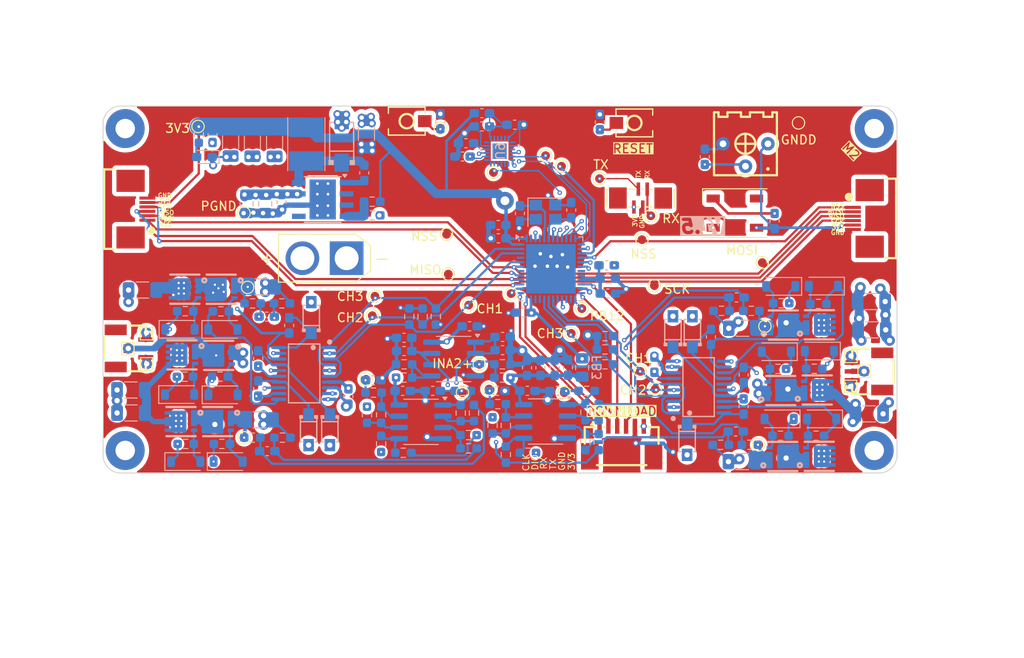
<source format=kicad_pcb>
(kicad_pcb (version 20240108) (generator "pcbnew") (generator_version "8.0")
  (layers (0 "F.Cu" signal) (1 "In1.Cu" signal) (2 "In2.Cu" signal) (31 "B.Cu" signal) (34 "B.Paste" user) (35 "F.Paste" user) (36 "B.SilkS" user "B.Silkscreen") (37 "F.SilkS" user "F.Silkscreen") (38 "B.Mask" user) (39 "F.Mask" user) (44 "Edge.Cuts" user))
  (net 0 "")
  (net 1 "GNDPWR")
  (net 2 "GNDD")
  (net 3 "+3V3")
  (net 4 "+BATT")
  (net 5 "/YI")
  (net 6 "/YO")
  (net 7 "Net-(D9-A)")
  (net 8 "/SWDIO")
  (net 9 "/USART3_TX")
  (net 10 "/SWCLK")
  (net 11 "/USART3_RX")
  (net 12 "Net-(Q1-S-Pad1)")
  (net 13 "/TIM1_CH2")
  (net 14 "/TIM1_CH1")
  (net 15 "/TIM1_CH3")
  (net 16 "/TIM8_CH3")
  (net 17 "/TIM8_CH1")
  (net 18 "/SPI1_MISO")
  (net 19 "/TIM8_CH2")
  (net 20 "/SPI1_MOSI")
  (net 21 "/SPI1_SCK")
  (net 22 "Net-(Q8-S-Pad1)")
  (net 23 "Net-(U9-VDD)")
  (net 24 "/NSS1")
  (net 25 "/NSS2")
  (net 26 "/ADC1_IN11")
  (net 27 "/inverter/2VS1")
  (net 28 "Net-(D2-K)")
  (net 29 "/inverter/2VS2")
  (net 30 "Net-(D3-K)")
  (net 31 "Net-(D4-K)")
  (net 32 "/inverter/2VS3")
  (net 33 "/inverter/1VS1")
  (net 34 "Net-(D7-K)")
  (net 35 "Net-(D10-K)")
  (net 36 "/inverter/1VS2")
  (net 37 "Net-(D11-K)")
  (net 38 "/inverter/1VS3")
  (net 39 "Net-(U9-REGOUT)")
  (net 44 "/inverter/1HO1")
  (net 45 "Net-(D5-A)")
  (net 46 "/inverter/1LO1")
  (net 47 "Net-(D6-A)")
  (net 48 "/inverter/1HO2")
  (net 49 "/inverter/1LO2")
  (net 50 "/inverter/1HO3")
  (net 51 "/inverter/1LO3")
  (net 52 "Net-(D16-A)")
  (net 53 "/inverter/2HO1")
  (net 54 "Net-(D17-A)")
  (net 55 "Net-(D18-A)")
  (net 56 "/inverter/2HO2")
  (net 57 "Net-(D19-A)")
  (net 58 "Net-(D20-A)")
  (net 59 "/inverter/2HO3")
  (net 60 "Net-(D21-A)")
  (net 61 "/inverter/2LO3")
  (net 62 "/inverter/2LO2")
  (net 63 "/inverter/2LO1")
  (net 65 "VDDA")
  (net 69 "/USART2_TX")
  (net 70 "/USART2_RX")
  (net 72 "/SPI3_MOSI")
  (net 73 "/SPI3_MISO")
  (net 74 "/RESET")
  (net 75 "Net-(D22-A)")
  (net 76 "Net-(D23-A)")
  (net 77 "Net-(D24-A)")
  (net 78 "/OP_VCC")
  (net 80 "/ADC2_IN15")
  (net 81 "Net-(Q12-S-Pad1)")
  (net 82 "Net-(Q16-S-Pad1)")
  (net 83 "/1CS1-")
  (net 84 "/1CS1+")
  (net 85 "/1CS2+")
  (net 86 "/1CS2-")
  (net 87 "/2CS1-")
  (net 88 "/2CS1+")
  (net 89 "/2CS2-")
  (net 90 "/2CS2+")
  (net 91 "/SPI3_SCK")
  (net 92 "Net-(U6A--)")
  (net 93 "Net-(U7A--)")
  (net 94 "Net-(U6A-+)")
  (net 95 "Net-(U7A-+)")
  (net 96 "Net-(R34-Pad2)")
  (net 97 "Net-(R36-Pad2)")
  (net 98 "Net-(U6B--)")
  (net 99 "Net-(U7B--)")
  (net 100 "Net-(U6B-+)")
  (net 101 "Net-(U7B-+)")
  (net 102 "Net-(R48-Pad2)")
  (net 103 "Net-(R51-Pad2)")
  (net 104 "Net-(D1-K)")
  (net 105 "Net-(U3-BOOT)")
  (net 106 "Net-(D8-A)")
  (net 107 "Net-(U3-VSENSE)")
  (net 111 "/KEY")
  (net 118 "/SPI1_CS")
  (net 133 "/ADC1_IN2")
  (net 134 "Net-(U5-PA15)")
  (net 137 "/VREF_OP1")
  (net 138 "/VREF_OP2")
  (net 139 "/INA1+")
  (net 140 "/INA2+")
  (net 141 "/ADC1_IN15_COMP4_INP")
  (net 142 "/ADC1_IN12_COMP1_INP")
  (net 144 "GND")
  (net 145 "/RGB")
  (net 147 "Net-(U5-PB12)")
  (footprint "TestPoint:TestPoint_Pad_D1.0mm" (layer "F.Cu") (at 93.2 60.7)
    (property "Reference" "TP13" (hide yes))
    (property "Value" "TestPoint")
  )
  (footprint "balancerDriver:CONN-SMD_6P-P1.00_MEGASTAR_ZX-SH1.0-6PWT" (layer "F.Cu") (at 91.1 68.6)
    (property "Reference" "J2" (hide yes))
    (property "Value" "Conn_01x06")
  )
  (footprint "balancerDriver:RES-ADJ-TH_3362P" (layer "F.Cu") (at 105.1 36.23 180)
    (property "Reference" "RV1" (hide yes))
    (property "Value" "R_Potentiometer")
  )
  (footprint "TestPoint:TestPoint_Pad_1.0x1.0mm" (layer "F.Cu") (at 37.3865 59.8435)
    (property "Reference" "TP1" (hide yes))
    (property "Value" "TestPoint")
  )
  (footprint "TestPoint:TestPoint_Pad_D1.0mm" (layer "F.Cu") (at 82.5 36.3)
    (property "Reference" "TP23" (hide yes))
    (property "Value" "TestPoint")
  )
  (footprint "balancerDriver:CONN-SMD_3P-P1.00_BX-SH1.0-3PWT" (layer "F.Cu") (at 118.8715 60.7035 90)
    (property "Reference" "CN2" (hide yes))
    (property "Value" "MR30PW-F")
  )
  (footprint "balancerDriver:FPC-SMD_4P-L7.5-W2.0-P0.50" (layer "F.Cu") (at 93.237 41.099 90)
    (property "Reference" "P1" (hide yes))
    (property "Value" "FPC_0.5MM_4P_Vertical_mounting_type_H2.0mm")
  )
  (footprint "TestPoint:TestPoint_Pad_D1.0mm" (layer "F.Cu") (at 84.3 37.5)
    (property "Reference" "TP25" (hide yes))
    (property "Value" "TestPoint")
  )
  (footprint "TestPoint:TestPoint_Pad_D1.0mm" (layer "F.Cu") (at 88.6 38.9)
    (property "Reference" "TP35" (hide yes))
    (property "Value" "TestPoint")
  )
  (footprint "TestPoint:TestPoint_Pad_D1.0mm" (layer "F.Cu") (at 86.6 53.6)
    (property "Reference" "TP7" (hide yes))
    (property "Value" "TestPoint")
  )
  (footprint "TestPoint:TestPoint_Pad_D1.0mm" (layer "F.Cu") (at 76.1 62.7)
    (property "Reference" "TP19" (hide yes))
    (property "Value" "TestPoint")
  )
  (footprint "TestPoint:TestPoint_Pad_D1.0mm" (layer "F.Cu") (at 48.8 51.2)
    (property "Reference" "TP27" (hide yes))
    (property "Value" "TestPoint")
  )
  (footprint "balancerDriver:FPC-SMD_6P-P0.50_HC-FPC-0.5-6P-CSH20" (layer "F.Cu") (at 118.2 43.4 90)
    (property "Reference" "U4" (hide yes))
    (property "Value" "HC-FPC-0.5-6P-CSH20")
  )
  (footprint "TestPoint:TestPoint_Pad_1.0x1.0mm" (layer "F.Cu") (at 37.3665 56.4335)
    (property "Reference" "TP3" (hide yes))
    (property "Value" "TestPoint")
  )
  (footprint "TestPoint:TestPoint_Pad_D1.0mm" (layer "F.Cu") (at 63.2 52.2)
    (property "Reference" "TP14" (hide yes))
    (property "Value" "TestPoint")
  )
  (footprint "TestPoint:TestPoint_Pad_D1.0mm" (layer "F.Cu") (at 71.5 49.7)
    (property "Reference" "TP30" (hide yes))
    (property "Value" "TestPoint")
  )
  (footprint "TestPoint:TestPoint_Pad_D1.0mm" (layer "F.Cu") (at 85.4 56.4)
    (property "Reference" "TP11" (hide yes))
    (property "Value" "TestPoint")
  )
  (footprint "" (layer "F.Cu") (at 34.96 33.24)
    (property "Reference" "")
    (property "Value" "")
  )
  (footprint "TestPoint:TestPoint_Pad_D1.0mm" (layer "F.Cu") (at 106.6 69)
    (property "Reference" "TP9" (hide yes))
    (property "Value" "TestPoint")
  )
  (footprint "TestPoint:TestPoint_Pad_D1.0mm" (layer "F.Cu") (at 48.4 42.8)
    (property "Reference" "TP21" (hide yes))
    (property "Value" "TestPoint")
  )
  (footprint "TestPoint:TestPoint_Pad_D1.0mm" (layer "F.Cu") (at 107 48.4)
    (property "Reference" "TP29" (hide yes))
    (property "Value" "TestPoint")
  )
  (footprint "" (layer "F.Cu") (at 119.66 33.24)
    (property "Reference" "")
    (property "Value" "")
  )
  (footprint "TestPoint:TestPoint_Pad_1.0x1.0mm" (layer "F.Cu") (at 118.52 60.69)
    (property "Reference" "TP5" (hide yes))
    (property "Value" "TestPoint")
  )
  (footprint "TestPoint:TestPoint_Pad_1.0x1.0mm" (layer "F.Cu") (at 35.2665 58.1335)
    (property "Reference" "TP2" (hide yes))
    (property "Value" "TestPoint")
  )
  (footprint "TestPoint:TestPoint_Pad_D1.0mm" (layer "F.Cu") (at 43.2 33)
    (property "Reference" "TP20" (hide yes))
    (property "Value" "TestPoint")
  )
  (footprint "TestPoint:TestPoint_Pad_D1.0mm" (layer "F.Cu") (at 75 59.9)
    (property "Reference" "TP40" (hide yes))
    (property "Value" "TestPoint")
  )
  (footprint "TestPoint:TestPoint_Pad_D1.0mm" (layer "F.Cu") (at 73.8 53.2)
    (property "Reference" "TP16" (hide yes))
    (property "Value" "TestPoint")
  )
  (footprint "TestPoint:TestPoint_Pad_D1.0mm" (layer "F.Cu") (at 84.6 63.1)
    (property "Reference" "TP18" (hide yes))
    (property "Value" "TestPoint")
  )
  (footprint "TestPoint:TestPoint_Pad_D1.0mm" (layer "F.Cu") (at 73.1 63.1)
    (property "Reference" "TP17" (hide yes))
    (property "Value" "TestPoint")
  )
  (footprint "balancerDriver:SW-SMD_L4.0-W2.9-LS5.0" (layer "F.Cu") (at 92.535 32.6)
    (property "Reference" "SW1" (hide yes))
    (property "Value" "SW_Push")
  )
  (footprint "TestPoint:TestPoint_Pad_D1.0mm" (layer "F.Cu") (at 76.6 38.2)
    (property "Reference" "TP24" (hide yes))
    (property "Value" "TestPoint")
  )
  (footprint "TestPoint:TestPoint_Pad_D1.0mm" (layer "F.Cu") (at 93.4 45.8)
    (property "Reference" "TP33" (hide yes))
    (property "Value" "TestPoint")
  )
  (footprint "TestPoint:TestPoint_Pad_D1.0mm" (layer "F.Cu") (at 62.2 61.6)
    (property "Reference" "TP8" (hide yes))
    (property "Value" "TestPoint")
  )
  (footprint "LED_SMD:LED_WS2812B_PLCC4_5.0x5.0mm_P3.2mm" (layer "F.Cu") (at 103.9 42.8 180)
    (property "Reference" "D12" (hide yes))
    (property "Value" "WS2812B")
  )
  (footprint "balancerDriver:SW-SMD_L4.0-W2.9-LS5.0" (layer "F.Cu") (at 66.8 32.4 180)
    (property "Reference" "SW2" (hide yes))
    (property "Value" "SW_Push")
  )
  (footprint "TestPoint:TestPoint_Pad_D1.0mm" (layer "F.Cu") (at 94.9 62.7)
    (property "Reference" "TP12" (hide yes))
    (property "Value" "TestPoint")
  )
  (footprint "TestPoint:TestPoint_Pad_D1.0mm" (layer "F.Cu") (at 78.6 51.9)
    (property "Reference" "TP10" (hide yes))
    (property "Value" "TestPoint")
  )
  (footprint "TestPoint:TestPoint_Pad_D1.0mm" (layer "F.Cu") (at 107.3 55.6)
    (property "Reference" "TP26" (hide yes))
    (property "Value" "TestPoint")
  )
  (footprint "TestPoint:TestPoint_Pad_D1.0mm" (layer "F.Cu") (at 62.9 54.4)
    (property "Reference" "TP15" (hide yes))
    (property "Value" "TestPoint")
  )
  (footprint "TestPoint:TestPoint_Pad_D1.0mm" (layer "F.Cu") (at 71.3 45.2)
    (property "Reference" "TP32" (hide yes))
    (property "Value" "TestPoint")
  )
  (footprint "TestPoint:TestPoint_Pad_D1.0mm" (layer "F.Cu") (at 48.4 68.2)
    (property "Reference" "TP28" (hide yes))
    (property "Value" "TestPoint")
  )
  (footprint "Connector_AMASS:AMASS_XT30U-M_1x02_P5.0mm_Vertical" (layer "F.Cu") (at 60 47.9 180)
    (property "Reference" "J1" (hide yes))
    (property "Value" "Conn_01x02")
  )
  (footprint "TestPoint:TestPoint_Pad_1.0x1.0mm" (layer "F.Cu") (at 117.04 59)
    (property "Reference" "TP4" (hide yes))
    (property "Value" "TestPoint")
  )
  (footprint "balancerDriver:CONN-SMD_3P-P1.00_BX-SH1.0-3PWT" (layer "F.Cu") (at 35.585 58.1 -90)
    (property "Reference" "CN1" (hide yes))
    (property "Value" "MR30PW-F")
  )
  (footprint "" (layer "F.Cu") (at 119.66 69.64)
    (property "Reference" "")
    (property "Value" "")
  )
  (footprint "TestPoint:TestPoint_Pad_D1.0mm" (layer "F.Cu") (at 94.4 43.1)
    (property "Reference" "TP34" (hide yes))
    (property "Value" "TestPoint")
  )
  (footprint "TestPoint:TestPoint_Pad_D1.0mm" (layer "F.Cu") (at 70.6 33.2)
    (property "Reference" "TP38" (hide yes))
    (property "Value" "TestPoint")
  )
  (footprint "balancerDriver:FPC-SMD_6P-P0.50_HC-FPC-0.5-6P-CSH20" (layer "F.Cu") (at 36.517 42.35 -90)
    (property "Reference" "U10" (hide yes))
    (property "Value" "HC-FPC-0.5-6P-CSH20")
  )
  (footprint "TestPoint:TestPoint_Pad_D1.0mm" (layer "F.Cu") (at 111.1 32.6)
    (property "Reference" "TP22" (hide yes))
    (property "Value" "TestPoint")
  )
  (footprint "TestPoint:TestPoint_Pad_1.0x1.0mm" (layer "F.Cu") (at 116.99 62.4)
    (property "Reference" "TP6" (hide yes))
    (property "Value" "TestPoint")
  )
  (footprint "" (layer "F.Cu") (at 34.96 69.64)
    (property "Reference" "")
    (property "Value" "")
  )
  (footprint "TestPoint:TestPoint_Pad_D1.0mm" (layer "F.Cu") (at 94.8 51)
    (property "Reference" "TP31" (hide yes))
    (property "Value" "TestPoint")
  )
  (footprint "Resistor_SMD:R_0603_1608Metric_Pad0.98x0.95mm_HandSolder" (layer "B.Cu") (at 88.5 65.3125 90)
    (property "Reference" "R20" (hide yes))
    (property "Value" "1k")
  )
  (footprint "Capacitor_SMD:C_0603_1608Metric_Pad1.08x0.95mm_HandSolder" (layer "B.Cu") (at 85.03 60.2625 -90)
    (property "Reference" "C9" (hide yes))
    (property "Value" "4.7u")
  )
  (footprint "Package_SO:SOIC-8_3.9x4.9mm_P1.27mm" (layer "B.Cu") (at 72.1 59.3 180)
    (property "Reference" "U8" (hide yes))
    (property "Value" "TLV9062xD")
  )
  (footprint "Resistor_SMD:R_0603_1608Metric_Pad0.98x0.95mm_HandSolder" (layer "B.Cu") (at 62.891 43.054)
    (property "Reference" "R2" (hide yes))
    (property "Value" "5.9k")
  )
  (footprint "Resistor_SMD:R_0603_1608Metric_Pad0.98x0.95mm_HandSolder" (layer "B.Cu") (at 52.73 68.19 180)
    (property "Reference" "R23" (hide yes))
    (property "Value" "100R")
  )
  (footprint "Resistor_SMD:R_0603_1608Metric_Pad0.98x0.95mm_HandSolder" (layer "B.Cu") (at 43.281 33.929 -90)
    (property "Reference" "R3" (hide yes))
    (property "Value" "4.7k")
  )
  (footprint "Resistor_SMD:R_0603_1608Metric_Pad0.98x0.95mm_HandSolder" (layer "B.Cu") (at 68.59375 54.49375 90)
    (property "Reference" "R54" (hide yes))
    (property "Value" "3k")
  )
  (footprint "Capacitor_SMD:C_1206_3216Metric_Pad1.33x1.80mm_HandSolder" (layer "B.Cu") (at 49.341 34.804 90)
    (property "Reference" "C6" (hide yes))
    (property "Value" "47u")
  )
  (footprint "balancerDriver:SOD-123FL_L2.7-W1.8-LS3.8-RD" (layer "B.Cu") (at 98.5 68.4 -90)
    (property "Reference" "D2" (hide yes))
    (property "Value" "FR107")
  )
  (footprint "Capacitor_SMD:C_0603_1608Metric_Pad1.08x0.95mm_HandSolder" (layer "B.Cu") (at 80 54.05 180)
    (property "Reference" "C18" (hide yes))
    (property "Value" "100n")
  )
  (footprint "Resistor_SMD:R_0603_1608Metric_Pad0.98x0.95mm_HandSolder" (layer "B.Cu") (at 41.8025 68.9)
    (property "Reference" "R8" (hide yes))
    (property "Value" "10R")
  )
  (footprint "balancerDriver:POWERTDFN-8_L3.1-W3.1-P0.65-LS3.3-BL" (layer "B.Cu") (at 113.4675 55.429476 90)
    (property "Reference" "Q11" (hide yes))
    (property "Value" "EMB09N03V")
  )
  (footprint "Resistor_SMD:R_0603_1608Metric_Pad0.98x0.95mm_HandSolder" (layer "B.Cu") (at 113.3525 53.071476 180)
    (property "Reference" "R17" (hide yes))
    (property "Value" "10R")
  )
  (footprint "Capacitor_SMD:C_0603_1608Metric_Pad1.08x0.95mm_HandSolder" (layer "B.Cu") (at 61.991 38.254 90)
    (property "Reference" "C4" (hide yes))
    (property "Value" "10n")
  )
  (footprint "Capacitor_SMD:C_0603_1608Metric_Pad1.08x0.95mm_HandSolder" (layer "B.Cu") (at 77.0375 62.9 180)
    (property "Reference" "C41" (hide yes))
    (property "Value" "2.2n")
  )
  (footprint "balancerDriver:POWERTDFN-8_L3.1-W3.1-P0.65-LS3.3-BL" (layer "B.Cu") (at 113.215 62.8 90)
    (property "Reference" "Q9" (hide yes))
    (property "Value" "EMB09N03V")
  )
  (footprint "Capacitor_SMD:C_0603_1608Metric_Pad1.08x0.95mm_HandSolder" (layer "B.Cu") (at 53.5 55.5 -90)
    (property "Reference" "C29" (hide yes))
    (property "Value" "100n")
  )
  (footprint "balancerDriver:POWERTDFN-8_L3.1-W3.1-P0.65-LS3.3-BL" (layer "B.Cu") (at 109.3175 70.321476 90)
    (property "Reference" "Q8" (hide yes))
    (property "Value" "EMB09N03V")
  )
  (footprint "Resistor_SMD:R_0603_1608Metric_Pad0.98x0.95mm_HandSolder" (layer "B.Cu") (at 41.72 61.3)
    (property "Reference" "R4" (hide yes))
    (property "Value" "10R")
  )
  (footprint "balancerDriver:POWERTDFN-8_L3.1-W3.1-P0.65-LS3.3-BL" (layer "B.Cu") (at 41.2685 66.375 -90)
    (property "Reference" "Q13" (hide yes))
    (property "Value" "EMB09N03V")
  )
  (footprint "Resistor_SMD:R_0603_1608Metric_Pad0.98x0.95mm_HandSolder" (layer "B.Cu") (at 45.78 53.91)
    (property "Reference" "R19" (hide yes))
    (property "Value" "10R")
  )
  (footprint "Diode_SMD:D_SOD-123" (layer "B.Cu") (at 46.0225 63.35)
    (property "Reference" "D22" (hide yes))
    (property "Value" "1N4148W")
  )
  (footprint "Capacitor_SMD:C_0603_1608Metric_Pad1.08x0.95mm_HandSolder" (layer "B.Cu") (at 85.4 42.4625 90)
    (property "Reference" "C68" (hide yes))
    (property "Value" "12p")
  )
  (footprint "Capacitor_SMD:C_0603_1608Metric_Pad1.08x0.95mm_HandSolder" (layer "B.Cu") (at 50.96 54.51 180)
    (property "Reference" "C35" (hide yes))
    (property "Value" "1n")
  )
  (footprint "Capacitor_SMD:C_0805_2012Metric_Pad1.18x1.45mm_HandSolder" (layer "B.Cu") (at 48.691 41.754 90)
    (property "Reference" "C2" (hide yes))
    (property "Value" "22u")
  )
  (footprint "Diode_SMD:D_SOD-123" (layer "B.Cu") (at 108.6 58.471476 180)
    (property "Reference" "D19" (hide yes))
    (property "Value" "1N4148W")
  )
  (footprint "Capacitor_SMD:C_0603_1608Metric_Pad1.08x0.95mm_HandSolder" (layer "B.Cu") (at 50 59.2375 -90)
    (property "Reference" "C30" (hide yes))
    (property "Value" "100n")
  )
  (footprint "Resistor_SMD:R_0603_1608Metric_Pad0.98x0.95mm_HandSolder" (layer "B.Cu") (at 87 68.6875 -90)
    (property "Reference" "R30" (hide yes))
    (property "Value" "1k")
  )
  (footprint "Resistor_SMD:R_0603_1608Metric_Pad0.98x0.95mm_HandSolder" (layer "B.Cu") (at 73.1375 62.9 180)
    (property "Reference" "R37" (hide yes))
    (property "Value" "100R")
  )
  (footprint "Capacitor_SMD:C_0603_1608Metric_Pad1.08x0.95mm_HandSolder" (layer "B.Cu") (at 44.841 33.954 90)
    (property "Reference" "C50" (hide yes))
    (property "Value" "100n")
  )
  (footprint "balancerDriver:POWERTDFN-8_L3.1-W3.1-P0.65-LS3.3-BL" (layer "B.Cu") (at 45.535 58.89 -90)
    (property "Reference" "Q14" (hide yes))
    (property "Value" "EMB09N03V")
  )
  (footprint "Capacitor_SMD:C_0603_1608Metric_Pad1.08x0.95mm_HandSolder" (layer "B.Cu") (at 63 61.7 180)
    (property "Reference" "C42" (hide yes))
    (property "Value" "2.2n")
  )
  (footprint "Package_SO:SOIC-8_3.9x4.9mm_P1.27mm" (layer "B.Cu") (at 82.5 66.365 180)
    (property "Reference" "U6" (hide yes))
    (property "Value" "TLV9062xD")
  )
  (footprint "Resistor_SMD:R_0603_1608Metric_Pad0.98x0.95mm_HandSolder" (layer "B.Cu") (at 78 70.1 -90)
    (property "Reference" "R45" (hide yes))
    (property "Value" "10k")
  )
  (footprint "Capacitor_SMD:C_1206_3216Metric_Pad1.33x1.80mm_HandSolder" (layer "B.Cu") (at 119.1 65.5 180)
    (property "Reference" "C33" (hide yes))
    (property "Value" "47u")
  )
  (footprint "balancerDriver:POWERTDFN-8_L3.1-W3.1-P0.65-LS3.3-BL" (layer "B.Cu") (at 41.705 51.400714 -90)
    (property "Reference" "Q15" (hide yes))
    (property "Value" "EMB09N03V")
  )
  (footprint "balancerDriver:POWERTDFN-8_L3.1-W3.1-P0.65-LS3.3-BL" (layer "B.Cu") (at 45.4175 66.375 -90)
    (property "Reference" "Q1" (hide yes))
    (property "Value" "EMB09N03V")
  )
  (footprint "Capacitor_SMD:C_0603_1608Metric_Pad1.08x0.95mm_HandSolder" (layer "B.Cu") (at 69.7375 62.9)
    (property "Reference" "C27" (hide yes))
    (property "Value" "2.2n")
  )
  (footprint "balancerDriver:QFN24_3X3X0P9_IVS-L" (layer "B.Cu") (at 77.3 35.800001 90)
    (property "Reference" "U9")
    (property "Value" "MPU6500")
  )
  (footprint "Package_SO:SOIC-8_3.9x4.9mm_P1.27mm" (layer "B.Cu") (at 68.4125 66.405 180)
    (property "Reference" "U7" (hide yes))
    (property "Value" "TLV9062xD")
  )
  (footprint "Capacitor_SMD:C_0603_1608Metric_Pad1.08x0.95mm_HandSolder" (layer "B.Cu") (at 73.9 55.6 180)
    (property "Reference" "C47" (hide yes))
    (property "Value" "100n")
  )
  (footprint "Package_DFN_QFN:QFN-48-1EP_7x7mm_P0.5mm_EP5.6x5.6mm" (layer "B.Cu") (at 83.1 49.1 -90)
    (property "Reference" "U5" (hide yes))
    (property "Value" "STM32G431CBUx")
  )
  (footprint "Capacitor_SMD:C_1206_3216Metric_Pad1.33x1.80mm_HandSolder" (layer "B.Cu") (at 35.6 65.4)
    (property "Reference" "C51" (hide yes))
    (property "Value" "47u")
  )
  (footprint "Resistor_SMD:R_0603_1608Metric_Pad0.98x0.95mm_HandSolder" (layer "B.Cu") (at 74.4 65.4 90)
    (property "Reference" "R21" (hide yes))
    (property "Value" "1k")
  )
  (footprint "Resistor_SMD:R_0603_1608Metric_Pad0.98x0.95mm_HandSolder" (layer "B.Cu") (at 49.33 68.19)
    (property "Reference" "R22" (hide yes))
    (property "Value" "100R")
  )
  (footprint "Resistor_SMD:R_1206_3216Metric_Pad1.30x1.75mm_HandSolder" (layer "B.Cu") (at 104.7215 70.9)
    (property "Reference" "R11" (hide yes))
    (property "Value" "10mR")
  )
  (footprint "LED_SMD:LED_0603_1608Metric_Pad1.05x0.95mm_HandSolder" (layer "B.Cu") (at 43.916 36.454 180)
    (property "Reference" "D8" (hide yes))
    (property "Value" "LED")
  )
  (footprint "Resistor_SMD:R_0603_1608Metric_Pad0.98x0.95mm_HandSolder" (layer "B.Cu") (at 80.5 69.9)
    (property "Reference" "R44" (hide yes))
    (property "Value" "1k")
  )
  (footprint "Resistor_SMD:R_0603_1608Metric_Pad0.98x0.95mm_HandSolder" (layer "B.Cu") (at 77.1 64.4 180)
    (property "Reference" "R50" (hide yes))
    (property "Value" "100R")
  )
  (footprint "Resistor_SMD:R_0603_1608Metric_Pad0.98x0.95mm_HandSolder" (layer "B.Cu") (at 102.3925 53.851476)
    (property "Reference" "R29" (hide yes))
    (property "Value" "100R")
  )
  (footprint "Capacitor_SMD:C_1206_3216Metric_Pad1.33x1.80mm_HandSolder" (layer "B.Cu") (at 119.3375 52.8 180)
    (property "Reference" "C12" (hide yes))
    (property "Value" "47u")
  )
  (footprint "Resistor_SMD:R_0603_1608Metric_Pad0.98x0.95mm_HandSolder" (layer "B.Cu") (at 49.36 53.01)
    (property "Reference" "R24" (hide yes))
    (property "Value" "100R")
  )
  (footprint "Capacitor_SMD:C_1206_3216Metric_Pad1.33x1.80mm_HandSolder" (layer "B.Cu") (at 119.4 56 180)
    (property "Reference" "C14" (hide yes))
    (property "Value" "47u")
  )
  (footprint "Capacitor_SMD:C_0603_1608Metric_Pad1.08x0.95mm_HandSolder" (layer "B.Cu") (at 83.53 60.2875 -90)
    (property "Reference" "C10" (hide yes))
    (property "Value" "100n")
  )
  (footprint "Resistor_SMD:R_0603_1608Metric_Pad0.98x0.95mm_HandSolder" (layer "B.Cu") (at 77.6125 61.4)
    (property "Reference" "R41" (hide yes))
    (property "Value" "1k")
  )
  (footprint "Resistor_SMD:R_0603_1608Metric_Pad0.98x0.95mm_HandSolder" (layer "B.Cu") (at 45.89 68.9)
    (property "Reference" "R7" (hide yes))
    (property "Value" "10R")
  )
  (footprint "Capacitor_SMD:C_0603_1608Metric_Pad1.08x0.95mm_HandSolder" (layer "B.Cu") (at 66.5 58.4)
    (property "Reference" "C48" (hide yes))
    (property "Value" "100n")
  )
  (footprint "Capacitor_SMD:C_0805_2012Metric_Pad1.18x1.45mm_HandSolder" (layer "B.Cu") (at 86.63 60.2625 90)
    (property "Reference" "FB3")
    (property "Value" "FerriteBead")
  )
  (footprint "Capacitor_SMD:C_0603_1608Metric_Pad1.08x0.95mm_HandSolder" (layer "B.Cu") (at 70.6 32.4375 90)
    (property "Reference" "C52" (hide yes))
    (property "Value" "100n")
  )
  (footprint "balancerDriver:SMA_L4.3-W2.6-LS5.0-RD" (layer "B.Cu") (at 59.441 34.704 90)
    (property "Reference" "D1" (hide yes))
    (property "Value" "1N5712UR")
  )
  (footprint "Resistor_SMD:R_1206_3216Metric_Pad1.30x1.75mm_HandSolder" (layer "B.Cu") (at 62.241 33.854 -90)
    (property "Reference" "FB2" (hide yes))
    (property "Value" "FerriteBead")
  )
  (footprint "Resistor_SMD:R_0603_1608Metric_Pad0.98x0.95mm_HandSolder" (layer "B.Cu") (at 45.68 61.29)
    (property "Reference" "R5" (hide yes))
    (property "Value" "10R")
  )
  (footprint "Capacitor_SMD:C_0603_1608Metric_Pad1.08x0.95mm_HandSolder" (layer "B.Cu") (at 104.8925 64.670476 90)
    (property "Reference" "C16" (hide yes))
    (property "Value" "100n")
  )
  (footprint "balancerDriver:POWERTDFN-8_L3.1-W3.1-P0.65-LS3.3-BL" (layer "B.Cu") (at 113.4465 70.306476 90)
    (property "Reference" "Q7" (hide yes))
    (property "Value" "EMB09N03V")
  )
  (footprint "Capacitor_SMD:C_1206_3216Metric_Pad1.33x1.80mm_HandSolder" (layer "B.Cu") (at 35.6 62.8)
    (property "Reference" "C34" (hide yes))
    (property "Value" "47u")
  )
  (footprint "Capacitor_SMD:C_0603_1608Metric_Pad1.08x0.95mm_HandSolder" (layer "B.Cu") (at 77.6375 58.3 180)
    (property "Reference" "C44" (hide yes))
    (property "Value" "4.7u")
  )
  (footprint "Capacitor_SMD:C_0603_1608Metric_Pad1.08x0.95mm_HandSolder" (layer "B.Cu") (at 77.1625 45.65 180)
    (property "Reference" "C19" (hide yes))
    (property "Value" "100n")
  )
  (footprint "balancerDriver:POWERTDFN-8_L3.1-W3.1-P0.65-LS3.3-BL" (layer "B.Cu") (at 109.3775 55.456476 90)
    (property "Reference" "Q12" (hide yes))
    (property "Value" "EMB09N03V")
  )
  (footprint "Resistor_SMD:R_0603_1608Metric_Pad0.98x0.95mm_HandSolder" (layer "B.Cu") (at 109.14 52.991476 180)
    (property "Reference" "R18" (hide yes))
    (property "Value" "10R")
  )
  (footprint "Capacitor_SMD:C_0603_1608Metric_Pad1.08x0.95mm_HandSolder" (layer "B.Cu") (at 101.2 56.8 -90)
    (property "Reference" "C26" (hide yes))
    (property "Value" "100n")
  )
  (footprint "Capacitor_SMD:C_0603_1608Metric_Pad1.08x0.95mm_HandSolder" (layer "B.Cu") (at 66.3375 62.9 180)
    (property "Reference" "C46" (hide yes))
    (property "Value" "100n")
  )
  (footprint "Resistor_SMD:R_0603_1608Metric_Pad0.98x0.95mm_HandSolder" (layer "B.Cu") (at 89.2125 58.2125 180)
    (property "Reference" "R57" (hide yes))
    (property "Value" "3k")
  )
  (footprint "Resistor_SMD:R_0603_1608Metric_Pad0.98x0.95mm_HandSolder" (layer "B.Cu") (at 105.6 69 180)
    (property "Reference" "R26" (hide yes))
    (property "Value" "100R")
  )
  (footprint "Resistor_SMD:R_0603_1608Metric_Pad0.98x0.95mm_HandSolder" (layer "B.Cu") (at 78 66.8 90)
    (property "Reference" "R48" (hide yes))
    (property "Value" "10k")
  )
  (footprint "Capacitor_SMD:C_0603_1608Metric_Pad1.08x0.95mm_HandSolder" (layer "B.Cu") (at 80.4375 62.9 180)
    (property "Reference" "C45" (hide yes))
    (property "Value" "100n")
  )
  (footprint "Resistor_SMD:R_0603_1608Metric_Pad0.98x0.95mm_HandSolder" (layer "B.Cu") (at 88.5 68.6875 -90)
    (property "Reference" "R31" (hide yes))
    (property "Value" "10k")
  )
  (footprint "Resistor_SMD:R_0603_1608Metric_Pad0.98x0.95mm_HandSolder" (layer "B.Cu") (at 109.0615 67.971476 180)
    (property "Reference" "R14" (hide yes))
    (property "Value" "10R")
  )
  (footprint "Capacitor_SMD:C_0603_1608Metric_Pad1.08x0.95mm_HandSolder" (layer "B.Cu") (at 79 32.8)
    (property "Reference" "C23" (hide yes))
    (property "Value" "2.2u")
  )
  (footprint "Capacitor_SMD:C_1206_3216Metric_Pad1.33x1.80mm_HandSolder" (layer "B.Cu") (at 36.9 51.5)
    (property "Reference" "C49" (hide yes))
    (property "Value" "47u")
  )
  (footprint "balancerDriver:SOD-123FL_L2.7-W1.8-LS3.8-RD" (layer "B.Cu") (at 56 54.6 90)
    (property "Reference" "D7" (hide yes))
    (property "Value" "FR107")
  )
  (footprint "Capacitor_SMD:C_1206_3216Metric_Pad1.33x1.80mm_HandSolder" (layer "B.Cu") (at 46.881 34.784 90)
    (property "Reference" "C7" (hide yes))
    (property "Value" "47u")
  )
  (footprint "Capacitor_SMD:C_0603_1608Metric_Pad1.08x0.95mm_HandSolder" (layer "B.Cu") (at 66.5 56.9)
    (property "Reference" "C43" (hide yes))
    (property "Value" "4.7u")
  )
  (footprint "balancerDriver:SOD-123FL_L2.7-W1.8-LS3.8-RD" (layer "B.Cu") (at 96.9 56.2 90)
    (property "Reference" "D3" (hide yes))
    (property "Value" "FR107")
  )
  (footprint "Resistor_SMD:R_1206_3216Metric_Pad1.30x1.75mm_HandSolder" (layer "B.Cu") (at 50.13 66.18 180)
    (property "Reference" "R9" (hide yes))
    (property "Value" "10mR")
  )
  (footprint "Capacitor_SMD:C_0603_1608Metric_Pad1.08x0.95mm_HandSolder" (layer "B.Cu") (at 89.530232 50.2)
    (property "Reference" "C17" (hide yes))
    (property "Value" "100n")
  )
  (footprint "Capacitor_SMD:C_0603_1608Metric_Pad1.08x0.95mm_HandSolder" (layer "B.Cu") (at 80.4 60.2925 -90)
    (property "Reference" "C40" (hide yes))
    (property "Value" "100n")
  )
  (footprint "Diode_SMD:D_SOD-123" (layer "B.Cu") (at 113.92 51.051476 180)
    (property "Reference" "D20" (hide yes))
    (property "Value" "1N4148W")
  )
  (footprint "Capacitor_SMD:C_0603_1608Metric_Pad1.08x0.95mm_HandSolder" (layer "B.Cu") (at 73.5 34.895001 180)
    (property "Reference" "C22" (hide yes))
    (property "Value" "100n")
  )
  (footprint "Capacitor_SMD:C_0603_1608Metric_Pad1.08x0.95mm_HandSolder" (layer "B.Cu") (at 77.15 44.15 180)
    (property "Reference" "C20" (hide yes))
    (property "Value" "100n")
  )
  (footprint "Resistor_SMD:R_0603_1608Metric_Pad0.98x0.95mm_HandSolder" (layer "B.Cu") (at 67.08375 54.49375 90)
    (property "Reference" "R55" (hide yes))
    (property "Value" "3k")
  )
  (footprint "Resistor_SMD:R_0603_1608Metric_Pad0.98x0.95mm_HandSolder" (layer "B.Cu") (at 89.2125 59.9 180)
    (property "Reference" "R56" (hide yes))
    (property "Value" "3k")
  )
  (footprint "Resistor_SMD:R_0603_1608Metric_Pad0.98x0.95mm_HandSolder" (layer "B.Cu") (at 63.9 65.6 90)
    (property "Reference" "R51" (hide yes))
    (property "Value" "10k")
  )
  (footprint "balancerDriver:POWERTDFN-8_L3.1-W3.1-P0.65-LS3.3-BL" (layer "B.Cu") (at 45.814 51.41 -90)
    (property "Reference" "Q16" (hide yes))
    (property "Value" "EMB09N03V")
  )
  (footprint "Inductor_SMD:L_Taiyo-Yuden_NR-40xx_HandSoldering" (layer "B.Cu") (at 55.441 35.004 90)
    (property "Reference" "L1" (hide yes))
    (property "Value" "10u")
  )
  (footprint "Resistor_SMD:R_0603_1608Metric_Pad0.98x0.95mm_HandSolder" (layer "B.Cu") (at 73.7875 69.4)
    (property "Reference" "R32" (hide yes))
    (property "Value" "1k")
  )
  (footprint "Resistor_SMD:R_0603_1608Metric_Pad0.98x0.95mm_HandSolder" (layer "B.Cu") (at 73.7875 67.9)
    (property "Reference" "R33" (hide yes))
    (property "Value" "10k")
  )
  (footprint "Capacitor_SMD:C_0603_1608Metric_Pad1.08x0.95mm_HandSolder" (layer "B.Cu") (at 79.6 42.84 -90)
    (property "Reference" "C67" (hide yes))
    (property "Value" "12p")
  )
  (footprint "Capacitor_SMD:C_0603_1608Metric_Pad1.08x0.95mm_HandSolder" (layer "B.Cu") (at 77.6375 56.8 180)
    (property "Reference" "C53" (hide yes))
    (property "Value" "100n")
  )
  (footprint "Diode_SMD:D_SOD-123" (layer "B.Cu") (at 108.909 66.071476 180)
    (property "Reference" "D17" (hide yes))
    (property "Value" "1N4148W")
  )
  (footprint "Resistor_SMD:R_0603_1608Metric_Pad0.98x0.95mm_HandSolder" (layer "B.Cu") (at 70.08375 54.49375 -90)
    (property "Reference" "R40" (hide yes))
    (property "Value" "3k")
  )
  (footprint "balancerDriver:eg2133" (layer "B.Cu") (at 99.8 62.4715 90)
    (property "Reference" "U1" (hide yes))
    (property "Value" "EG2133")
  )
  (footprint "Capacitor_SMD:C_0603_1608Metric_Pad1.08x0.95mm_HandSolder" (layer "B.Cu") (at 83.8375 62.9)
    (property "Reference" "C11" (hide yes))
    (property "Value" "2.2n")
  )
  (footprint "Capacitor_SMD:C_0805_2012Metric_Pad1.18x1.45mm_HandSolder" (layer "B.Cu") (at 50.791 41.754 90)
    (property "Reference" "C1" (hide yes))
    (property "Value" "22u")
  )
  (footprint "balancerDriver:SOD-123FL_L2.7-W1.8-LS3.8-RD" (layer "B.Cu") (at 58.1 67.3 -90)
    (property "Reference" "D10" (hide yes))
    (property "Value" "FR107")
  )
  (footprint "Resistor_SMD:R_0603_1608Metric_Pad0.98x0.95mm_HandSolder" (layer "B.Cu") (at 41.75 53.89)
    (property "Reference" "R6" (hide yes))
    (property "Value" "10R")
  )
  (footprint "Resistor_SMD:R_0603_1608Metric_Pad0.98x0.95mm_HandSolder" (layer "B.Cu") (at 66.4 69.9)
    (property "Reference" "R47" (hide yes))
    (property "Value" "10k")
  )
  (footprint "Capacitor_SMD:C_0603_1608Metric_Pad1.08x0.95mm_HandSolder" (layer "B.Cu") (at 89.4 48.7 180)
    (property "Reference" "FB4" (hide yes))
    (property "Value" "FerriteBead")
  )
  (footprint "Resistor_SMD:R_0603_1608Metric_Pad0.98x0.95mm_HandSolder" (layer "B.Cu") (at 62.891 41.504 180)
    (property "Reference" "R1" (hide yes))
    (property "Value" "10k")
  )
  (footprint "Resistor_SMD:R_1206_3216Metric_Pad1.30x1.75mm_HandSolder" (layer "B.Cu") (at 50.37 51.14 180)
    (property "Reference" "R10" (hide yes))
    (property "Value" "10mR")
  )
  (footprint "Capacitor_SMD:C_0603_1608Metric_Pad1.08x0.95mm_HandSolder" (layer "B.Cu") (at 94.8 59.9375 90)
    (property "Reference" "C15" (hide yes))
    (property "Value" "1u")
  )
  (footprint "Resistor_SMD:R_0603_1608Metric_Pad0.98x0.95mm_HandSolder" (layer "B.Cu") (at 66.5 61.4 180)
    (property "Reference" "R38" (hide yes))
    (property "Value" "1k")
  )
  (footprint "Diode_SMD:D_SOD-123" (layer "B.Cu") (at 113.7115 66.071476 180)
    (property "Reference" "D16" (hide yes))
    (property "Value" "1N4148W")
  )
  (footprint "Resistor_SMD:R_0603_1608Metric_Pad0.98x0.95mm_HandSolder" (layer "B.Cu") (at 89.2125 56.7125 180)
    (property "Reference" "R58" (hide yes))
    (property "Value" "3k")
  )
  (footprint "Crystal:Crystal_SMD_SeikoEpson_FA238-4Pin_3.2x2.5mm" (layer "B.Cu") (at 82.5 42.7)
    (property "Reference" "Y1" (hide yes))
    (property "Value" "25MHz")
  )
  (footprint "Resistor_SMD:R_0603_1608Metric_Pad0.98x0.95mm_HandSolder" (layer "B.Cu") (at 63.9 68.9 -90)
    (property "Reference" "R46" (hide yes))
    (property "Value" "1k")
  )
  (footprint "balancerDriver:SOD-123FL_L2.7-W1.8-LS3.8-RD" (layer "B.Cu") (at 99.1 56.2 90)
    (property "Reference" "D4" (hide yes))
    (property "Value" "FR107")
  )
  (footprint "Resistor_SMD:R_0603_1608Metric_Pad0.98x0.95mm_HandSolder" (layer "B.Cu") (at 66.5 59.9)
    (property "Reference" "R39" (hide yes))
    (property "Value" "1k")
  )
  (footprint "Capacitor_SMD:C_0603_1608Metric_Pad1.08x0.95mm_HandSolder" (layer "B.Cu") (at 104 67.5)
    (property "Reference" "C36" (hide yes))
    (property "Value" "1n")
  )
  (footprint "Capacitor_SMD:C_0603_1608Metric_Pad1.08x0.95mm_HandSolder" (layer "B.Cu") (at 108.4 43.7 -90)
    (property "Reference" "C54" (hide yes))
    (property "Value" "100n")
  )
  (footprint "Diode_SMD:D_SOD-123" (layer "B.Cu") (at 41.11 63.32)
    (property "Reference" "D9" (hide yes))
    (property "Value" "1N4148W")
  )
  (footprint "Capacitor_SMD:C_0603_1608Metric_Pad1.08x0.95mm_HandSolder" (layer "B.Cu") (at 89.542732 51.9)
    (property "Reference" "C8" (hide yes))
    (property "Value" "470n")
  )
  (footprint "Capacitor_SMD:C_0603_1608Metric_Pad1.08x0.95mm_HandSolder" (layer "B.Cu") (at 100.5 36.4375 90)
    (property "Reference" "C38" (hide yes))
    (property "Value" "100n")
  )
  (footprint "Resistor_SMD:R_1206_3216Metric_Pad1.30x1.75mm_HandSolder" (layer "B.Cu") (at 104.7625 55.821476)
    (property "Reference" "R12" (hide yes))
    (property "Value" "10mR")
  )
  (footprint "balancerDriver:eg2133" (layer "B.Cu") (at 55.2 60.9285 -90)
    (property "Reference" "U2" (hide yes))
    (property "Value" "EG2133")
  )
  (footprint "Resistor_SMD:R_0603_1608Metric_Pad0.98x0.95mm_HandSolder" (layer "B.Cu") (at 76.5 66.8 90)
    (property "Reference" "R42" (hide yes))
    (property "Value" "1k")
  )
  (footprint "Resistor_SMD:R_0603_1608Metric_Pad0.98x0.95mm_HandSolder" (layer "B.Cu") (at 77.6125 59.9 180)
    (property "Reference" "R49" (hide yes))
    (property "Value" "1k")
  )
  (footprint "Package_SO:TI_SO-PowerPAD-8_ThermalVias" (layer "B.Cu") (at 57.291 41.259 180)
    (property "Reference" "U3" (hide yes))
    (property "Value" "TPS5430DDA")
  )
  (footprint "Capacitor_SMD:C_0603_1608Metric_Pad1.08x0.95mm_HandSolder" (layer "B.Cu") (at 60.2 63.5375 -90)
    (property "Reference" "C32" (hide yes))
    (property "Value" "1u")
  )
  (footprint "Resistor_SMD:R_0603_1608Metric_Pad0.98x0.95mm_HandSolder" (layer "B.Cu") (at 87 65.3 90)
    (property "Reference" "R34" (hide yes))
    (property "Value" "10k")
  )
  (footprint "balancerDriver:SOD-123FL_L2.7-W1.8-LS3.8-RD" (layer "B.Cu") (at 55.7 67.3 -90)
    (property "Reference" "D11" (hide yes))
    (property "Value" "FR107")
  )
  (footprint "Diode_SMD:D_SOD-123" (layer "B.Cu") (at 113.4675 58.4 180)
    (property "Reference" "D18" (hide yes))
    (property "Value" "1N4148W")
  )
  (footprint "Capacitor_SMD:C_0603_1608Metric_Pad1.08x0.95mm_HandSolder" (layer "B.Cu") (at 81.91 60.2925 -90)
    (property "Reference" "C39" (hide yes))
    (property "Value" "4.7u")
  )
  (footprint "Diode_SMD:D_SOD-123" (layer "B.Cu") (at 41.1525 55.94)
    (property "Reference" "D23" (hide yes))
    (property "Value" "1N4148W")
  )
  (footprint "Resistor_SMD:R_0603_1608Metric_Pad0.98x0.95mm_HandSolder" (layer "B.Cu") (at 108.78 60.411476 180)
    (property "Reference" "R16" (hide yes))
    (property "Value" "10R")
  )
  (footprint "Diode_SMD:D_SOD-123" (layer "B.Cu") (at 46 55.95)
    (property "Reference" "D24" (hide yes))
    (property "Value" "1N4148W")
  )
  (footprint "Resistor_SMD:R_0603_1608Metric_Pad0.98x0.95mm_HandSolder" (layer "B.Cu") (at 63.0375 63.1 180)
    (property "Reference" "R52" (hide yes))
    (property "Value" "100R")
  )
  (footprint "balancerDriver:POWERTDFN-8_L3.1-W3.1-P0.65-LS3.3-BL" (layer "B.Cu") (at 109.085 62.866476 90)
    (property "Reference" "Q10" (hide yes))
    (property "Value" "EMB09N03V")
  )
  (footprint "Resistor_SMD:R_0603_1608Metric_Pad0.98x0.95mm_HandSolder" (layer "B.Cu") (at 52.68 53.01 180)
    (property "Reference" "R25" (hide yes))
    (property "Value" "100R")
  )
  (footprint "Capacitor_SMD:C_0603_1608Metric_Pad1.08x0.95mm_HandSolder" (layer "B.Cu") (at 73.1 36.4 180)
    (property "Reference" "C13" (hide yes))
    (property "Value" "10n")
  )
  (footprint "Capacitor_SMD:C_0603_1608Metric_Pad1.08x0.95mm_HandSolder" (layer "B.Cu") (at 88.635 32.5 90)
    (property "Reference" "C21" (hide yes))
    (property "Value" "100n")
  )
  (footprint "Diode_SMD:D_SOD-123" (layer "B.Cu") (at 109.09 51.081476 180)
    (property "Reference" "D21" (hide yes))
    (property "Value" "1N4148W")
  )
  (footprint "Resistor_SMD:R_0603_1608Metric_Pad0.98x0.95mm_HandSolder" (layer "B.Cu") (at 102.3 69)
    (property "Reference" "R27" (hide yes))
    (property "Value" "100R")
  )
  (footprint "Capacitor_SMD:C_0603_1608Metric_Pad1.08x0.95mm_HandSolder" (layer "B.Cu") (at 51.02 69.72 180)
    (property "Reference" "C28" (hide yes))
    (property "Value" "1n")
  )
  (footprint "Capacitor_SMD:C_0603_1608Metric_Pad1.08x0.95mm_HandSolder" (layer "B.Cu") (at 75.3 32.995001 180)
    (property "Reference" "C24" (hide yes))
    (property "Value" "100n")
  )
  (footprint "Diode_SMD:D_SOD-123" (layer "B.Cu") (at 41.8025 70.9)
    (property "Reference" "D5" (hide yes))
    (property "Value" "1N4148W")
  )
  (footprint "Capacitor_SMD:C_0603_1608Metric_Pad1.08x0.95mm_HandSolder" (layer "B.Cu") (at 104.9 61.1 90)
    (property "Reference" "C25" (hide yes))
    (property "Value" "100n")
  )
  (footprint "Capacitor_SMD:C_0603_1608Metric_Pad1.08x0.95mm_HandSolder" (layer "B.Cu") (at 52.641 41.554 90)
    (property "Reference" "C3" (hide yes))
    (property "Value" "100n")
  )
  (footprint "Resistor_SMD:R_0603_1608Metric_Pad0.98x0.95mm_HandSolder" (layer "B.Cu") (at 87.1375 62.9 180)
    (property "Reference" "R35" (hide yes))
    (property "Value" "100R")
  )
  (footprint "Capacitor_SMD:C_0603_1608Metric_Pad1.08x0.95mm_HandSolder" (layer "B.Cu") (at 104.0925 52.341476)
    (property "Reference" "C37" (hide yes))
    (property "Value" "1n")
  )
  (footprint "Resistor_SMD:R_0603_1608Metric_Pad0.98x0.95mm_HandSolder" (layer "B.Cu") (at 62.3 65.6 90)
    (property "Reference" "R43" (hide yes))
    (property "Value" "1k")
  )
  (footprint "Resistor_SMD:R_0603_1608Metric_Pad0.98x0.95mm_HandSolder" (layer "B.Cu") (at 105.7625 53.851476 180)
    (property "Reference" "R28" (hide yes))
    (property "Value" "100R")
  )
  (footprint "Resistor_SMD:R_0603_1608Metric_Pad0.98x0.95mm_HandSolder" (layer "B.Cu") (at 112.88 60.4 180)
    (property "Reference" "R15" (hide yes))
    (property "Value" "10R")
  )
  (footprint "Capacitor_SMD:C_0603_1608Metric_Pad1.08x0.95mm_HandSolder" (layer "B.Cu") (at 75.3 31.500001 180)
    (property "Reference" "FB1" (hide yes))
    (property "Value" "FerriteBead")
  )
  (footprint "Capacitor_SMD:C_1206_3216Metric_Pad1.33x1.80mm_HandSolder" (layer "B.Cu") (at 51.851 34.824 90)
    (property "Reference" "C5" (hide yes))
    (property "Value" "47u")
  )
  (footprint "Resistor_SMD:R_0603_1608Metric_Pad0.98x0.95mm_HandSolder" (layer "B.Cu") (at 72.9 65.4 90)
    (property "Reference" "R36" (hide yes))
    (property "Value" "10k")
  )
  (footprint "balancerDriver:POWERTDFN-8_L3.1-W3.1-P0.65-LS3.3-BL" (layer "B.Cu") (at 41.385 58.83 -90)
    (property "Reference" "Q2" (hide yes))
    (property "Value" "EMB09N03V")
  )
  (footprint "Diode_SMD:D_SOD-123" (layer "B.Cu") (at 46.6025 70.9)
    (property "Reference" "D6" (hide yes))
    (property "Value" "1N4148W")
  )
  (footprint "Resistor_SMD:R_0603_1608Metric_Pad0.98x0.95mm_HandSolder" (layer "B.Cu") (at 113.0915 67.971476 180)
    (property "Reference" "R13" (hide yes))
    (property "Value" "10R")
  )
  (footprint "Capacitor_SMD:C_0603_1608Metric_Pad1.08x0.95mm_HandSolder" (layer "B.Cu") (at 50 62.6375 -90)
    (property "Reference" "C31" (hide yes))
    (property "Value" "100n")
  )
  (gr_line (start 32.454998 70.19) (end 32.454998 32.69) (stroke (width 0.1)) (layer "Edge.Cuts"))
  (gr_arc (start 34.454998 72.19) (mid 33.040786 71.604213) (end 32.454998 70.19) (stroke (width 0.1)) (layer "Edge.Cuts"))
  (gr_line (start 120.235841 72.19) (end 119.354998 72.19) (stroke (width 0.1)) (layer "Edge.Cuts"))
  (gr_arc (start 120.235841 30.69) (mid 121.650063 31.275795) (end 122.235841 32.69) (stroke (width 0.1)) (layer "Edge.Cuts"))
  (gr_line (start 122.235841 32.69) (end 122.235841 70.19) (stroke (width 0.1)) (layer "Edge.Cuts"))
  (gr_line (start 34.454998 30.69) (end 119.354998 30.69) (stroke (width 0.1)) (layer "Edge.Cuts"))
  (gr_arc (start 122.235841 70.19) (mid 121.650051 71.604193) (end 120.235841 72.19) (stroke (width 0.1)) (layer "Edge.Cuts"))
  (gr_arc (start 32.454998 32.69) (mid 33.040784 31.275786) (end 34.454998 30.69) (stroke (width 0.1)) (layer "Edge.Cuts"))
  (gr_line (start 119.354998 72.19) (end 34.454998 72.19) (stroke (width 0.1)) (layer "Edge.Cuts"))
  (gr_line (start 119.354998 30.69) (end 120.235841 30.69) (stroke (width 0.1)) (layer "Edge.Cuts"))
  (gr_text "V1.5" (at 103 45.2 0) (layer "B.SilkS" knockout) (effects (font (size 1.5 1.5) (thickness 0.375) (bold yes) (italic yes)) (justify left bottom mirror)))
  (gr_text "CH3" (at 58.8 52.8 0) (layer "F.SilkS") (effects (font (size 1 1)) (justify left bottom)))
  (gr_text "NSS" (at 92 48 0) (layer "F.SilkS") (effects (font (size 1 1)) (justify left bottom)))
  (gr_text "SCK" (at 114.7 44.1 0) (layer "F.SilkS") (effects (font (size 0.5 0.5) (thickness 0.1) (bold yes)) (justify left bottom)))
  (gr_text "M2" (at 115.8 35.4 -45) (layer "F.SilkS" knockout) (effects (font (size 1 1)) (justify left bottom)))
  (gr_text "DOWNLOAD" (at 87 65.8 0) (layer "F.SilkS" knockout) (effects (font (size 1 1)) (justify left bottom)))
  (gr_text "CH2" (at 90.8 63.4 0) (layer "F.SilkS") (effects (font (size 1 1)) (justify left bottom)))
  (gr_text "MISO" (at 67 49.8 0) (layer "F.SilkS") (effects (font (size 1 1)) (justify left bottom)))
  (gr_text "TX" (at 93.3 38.9 90) (layer "F.SilkS") (effects (font (size 0.5 0.5) (thickness 0.1) (bold yes)) (justify left bottom)))
  (gr_text "3V3" (at 38.65 41.75 0) (layer "F.SilkS") (effects (font (size 0.5 0.5) (thickness 0.1) (bold yes)) (justify left bottom)))
  (gr_text "TX" (at 83.7425 71.88 90) (layer "F.SilkS") (effects (font (size 0.7 0.7) (thickness 0.1)) (justify left bottom)))
  (gr_text "SCK" (at 95.8 52 0) (layer "F.SilkS") (effects (font (size 1 1)) (justify left bottom)))
  (gr_text "GND" (at 114.7 45.3 0) (layer "F.SilkS") (effects (font (size 0.5 0.5) (thickness 0.1) (bold yes)) (justify left bottom)))
  (gr_text "3V3" (at 85.8425 71.93 90) (layer "F.SilkS") (effects (font (size 0.7 0.7) (thickness 0.1)) (justify left bottom)))
  (gr_text "3V3" (at 92.9 44.4 90) (layer "F.SilkS") (effects (font (size 0.5 0.5) (thickness 0.1) (bold yes)) (justify left bottom)))
  (gr_text "TX" (at 87.8 37.9 0) (layer "F.SilkS") (effects (font (size 1 1)) (justify left bottom)))
  (gr_text "GNDD" (at 109 35.1 -0) (layer "F.SilkS") (effects (font (size 1 1)) (justify left bottom)))
  (gr_text "RX" (at 82.6925 71.83 90) (layer "F.SilkS") (effects (font (size 0.7 0.7) (thickness 0.1)) (justify left bottom)))
  (gr_text "DIO\n\n" (at 82.8425 71.93 90) (layer "F.SilkS") (effects (font (size 0.7 0.7) (thickness 0.1)) (justify left bottom)))
  (gr_text "3V3" (at 39.4 33.8 -0) (layer "F.SilkS") (effects (font (size 1 1)) (justify left bottom)))
  (gr_text "MOSI\n" (at 114.3 42.9 0) (layer "F.SilkS") (effects (font (size 0.5 0.5) (thickness 0.1) (bold yes)) (justify left bottom)))
  (gr_text "3V3" (at 114.8 44.7 0) (layer "F.SilkS") (effects (font (size 0.5 0.5) (thickness 0.1) (bold yes)) (justify left bottom)))
  (gr_text "RX" (at 95.6 44 0) (layer "F.SilkS") (effects (font (size 1 1)) (justify left bottom)))
  (gr_text "PB12" (at 87.4 55 0) (layer "F.SilkS") (effects (font (size 1 1)) (justify left bottom)))
  (gr_text "GND" (at 84.7425 71.98 90) (layer "F.SilkS") (effects (font (size 0.7 0.7) (thickness 0.1)) (justify left bottom)))
  (gr_text "NSS" (at 67.2 46 0) (layer "F.SilkS") (effects (font (size 1 1)) (justify left bottom)))
  (gr_text "NSS" (at 114.7 42.3 0) (layer "F.SilkS") (effects (font (size 0.5 0.5) (thickness 0.1) (bold yes)) (justify left bottom)))
  (gr_text "MOSI" (at 102.8 47.6 0) (layer "F.SilkS") (effects (font (size 1 1)) (justify left bottom)))
  (gr_text "NSS" (at 38.65 44.35 0) (layer "F.SilkS") (effects (font (size 0.5 0.5) (thickness 0.1) (bold yes)) (justify left bottom)))
  (gr_text "MOSI" (at 38.6 43.7 -0) (layer "F.SilkS") (effects (font (size 0.5 0.5) (thickness 0.1) (bold yes)) (justify left bottom)))
  (gr_text "CH1" (at 74.6 54.2 0) (layer "F.SilkS") (effects (font (size 1 1)) (justify left bottom)))
  (gr_text "INA2+" (at 69.6 60.4 0) (layer "F.SilkS") (effects (font (size 1 1)) (justify left bottom)))
  (gr_text "CH1" (at 91.4 59.8 0) (layer "F.SilkS") (effects (font (size 1 1)) (justify left bottom)))
  (gr_text "MISO" (at 114.4 43.5 0) (layer "F.SilkS") (effects (font (size 0.5 0.5) (thickness 0.1) (bold yes)) (justify left bottom)))
  (gr_text "RESET" (at 90 36.1 -0) (layer "F.SilkS" knockout) (effects (font (size 1 1)) (justify left bottom)))
  (gr_text "GND" (at 38.6 41.1 0) (layer "F.SilkS") (effects (font (size 0.5 0.5) (thickness 0.1) (bold yes)) (justify left bottom)))
  (gr_text "CH2" (at 58.8 55.2 0) (layer "F.SilkS") (effects (font (size 1 1)) (justify left bottom)))
  (gr_text "CLK" (at 80.6925 72.03 90) (layer "F.SilkS") (effects (font (size 0.7 0.7) (thickness 0.1)) (justify left bottom)))
  (gr_text "SCK" (at 38.65 42.4 0) (layer "F.SilkS") (effects (font (size 0.5 0.5) (thickness 0.1) (bold yes)) (justify left bottom)))
  (gr_text "RX" (at 94.3 39 90) (layer "F.SilkS") (effects (font (size 0.5 0.5) (thickness 0.1) (bold yes)) (justify left bottom)))
  (gr_text "PGND" (at 43.4 42.6 -0) (layer "F.SilkS") (effects (font (size 1 1)) (justify left bottom)))
  (gr_text "GND" (at 93.7 44.6 90) (layer "F.SilkS") (effects (font (size 0.5 0.5) (thickness 0.1) (bold yes)) (justify left bottom)))
  (gr_text "CH3" (at 81.4 57 0) (layer "F.SilkS") (effects (font (size 1 1)) (justify left bottom)))
  (gr_text "MISO" (at 38.6 43.05 0) (layer "F.SilkS") (effects (font (size 0.5 0.5) (thickness 0.1) (bold yes)) (justify left bottom)))
  (via (at 46.4 36.45) (size 0.9) (drill 0.5) (layers "F.Cu" "B.Cu") (net 1))
  (via (at 104.4 70.6) (size 1.2) (drill 0.6) (layers "F.Cu" "B.Cu") (net 1))
  (via (at 120.9625 56) (size 1.2) (drill 0.6) (layers "F.Cu" "B.Cu") (net 1))
  (via (at 62.85 32.65) (size 0.9) (drill 0.5) (layers "F.Cu" "B.Cu") (net 1))
  (via (at 58.95 31.6) (size 0.9) (drill 0.5) (layers "F.Cu" "B.Cu") (net 1))
  (via (at 48.275 58.6) (size 1.2) (drill 0.6) (layers "F.Cu" "B.Cu") (net 1))
  (via (at 50.55 42.8) (size 0.9) (drill 0.5) (layers "F.Cu" "B.Cu") (net 1))
  (via (at 48.9 36.45) (size 0.9) (drill 0.5) (layers "F.Cu" "B.Cu") (net 1))
  (via (at 62.75 31.9) (size 0.9) (drill 0.5) (layers "F.Cu" "B.Cu") (net 1))
  (via (at 120.35 51.35) (size 1.2) (drill 0.6) (layers "F.Cu" "B.Cu") (net 1))
  (via (at 103.1715 70.9) (size 1.2) (drill 0.6) (layers "F.Cu" "B.Cu") (net 1))
  (via (at 35.3375 52.8375) (size 1.2) (drill 0.6) (layers "F.Cu" "B.Cu") (net 1))
  (via (at 120.9 52.8) (size 1.2) (drill 0.6) (layers "F.Cu" "B.Cu") (net 1))
  (via (at 61.7 32) (size 0.9) (drill 0.5) (layers "F.Cu" "B.Cu") (net 1))
  (via (at 50.8 51.7) (size 1.2) (drill 0.6) (layers "F.Cu" "B.Cu") (net 1))
  (via (at 50.6 65.7) (size 1.2) (drill 0.6) (layers "F.Cu" "B.Cu") (net 1))
  (via (at 50.6 66.7) (size 1.2) (drill 0.6) (layers "F.Cu" "B.Cu") (net 1))
  (via (at 50.8 50.7) (size 1.2) (drill 0.6) (layers "F.Cu" "B.Cu") (net 1))
  (via (at 59.95 31.65) (size 0.9) (drill 0.5) (layers "F.Cu" "B.Cu") (net 1))
  (via (at 120.9375 54.3) (size 1.2) (drill 0.6) (layers "F.Cu" "B.Cu") (net 1))
  (via (at 34.0375 64) (size 1.2) (drill 0.6) (layers "F.Cu" "B.Cu") (net 1))
  (via (at 104.294863 55.083967) (size 1.2) (drill 0.6) (layers "F.Cu" "B.Cu") (net 1))
  (via (at 34.0375 65.4) (size 1.2) (drill 0.6) (layers "F.Cu" "B.Cu") (net 1))
  (via (at 59 32.5) (size 0.9) (drill 0.5) (layers "F.Cu" "B.Cu") (net 1))
  (via (at 63.7 43.05) (size 0.9) (drill 0.5) (layers "F.Cu" "B.Cu") (net 1))
  (via (at 106.604074 63.195926) (size 1.2) (drill 0.6) (layers "F.Cu" "B.Cu") (net 1))
  (via (at 120.6625 65.5) (size 1.2) (drill 0.6) (layers "F.Cu" "B.Cu") (net 1))
  (via (at 51.65 42.85) (size 0.9) (drill 0.5) (layers "F.Cu" "B.Cu") (net 1))
  (via (at 59.95 32.5) (size 0.9) (drill 0.5) (layers "F.Cu" "B.Cu") (net 1))
  (via (at 47.3 36.45) (size 0.9) (drill 0.5) (layers "F.Cu" "B.Cu") (net 1))
  (via (at 52.25 36.4) (size 0.9) (drill 0.5) (layers "F.Cu" "B.Cu") (net 1))
  (via (at 34.0375 62.8) (size 1.2) (drill 0.6) (layers "F.Cu" "B.Cu") (net 1))
  (via (at 49.45 42.75) (size 0.9) (drill 0.5) (layers "F.Cu" "B.Cu") (net 1))
  (via (at 35.3375 51.5) (size 1.2) (drill 0.6) (layers "F.Cu" "B.Cu") (net 1))
  (via (at 103.2125 55.821476) (size 1.2) (drill 0.6) (layers "F.Cu" "B.Cu") (net 1))
  (via (at 121.299999 64.203502) (size 1.2) (drill 0.6) (layers "F.Cu" "B.Cu") (net 1))
  (via (at 59.45 33.15) (size 0.9) (drill 0.5) (layers "F.Cu" "B.Cu") (net 1))
  (via (at 51.4 36.45) (size 0.9) (drill 0.5) (layers "F.Cu" "B.Cu") (net 1))
  (via (at 61.7 32.7) (size 0.9) (drill 0.5) (layers "F.Cu" "B.Cu") (net 1))
  (via (at 44.8 34.85) (size 0.9) (drill 0.5) (layers "F.Cu" "B.Cu") (net 1))
  (via (at 121.4 57.203498) (size 1.2) (drill 0.6) (layers "F.Cu" "B.Cu") (net 1))
  (via (at 48.275 59.75) (size 1.2) (drill 0.6) (layers "F.Cu" "B.Cu") (net 1))
  (via (at 52.7 42.4) (size 0.9) (drill 0.5) (layers "F.Cu" "B.Cu") (net 1))
  (via (at 44.9 37.4) (size 0.9) (drill 0.5) (layers "F.Cu" "B.Cu") (net 1))
  (via (at 106.450093 62.103727) (size 1.2) (drill 0.6) (layers "F.Cu" "B.Cu") (net 1))
  (via (at 48.35 42.8) (size 0.9) (drill 0.5) (layers "F.Cu" "B.Cu") (net 1))
  (via (at 94.8 58.9) (size 0.9) (drill 0.5) (layers "F.Cu" "B.Cu") (net 1))
  (via (at 49.85 36.45) (size 0.9) (drill 0.5) (layers "F.Cu" "B.Cu") (net 1))
  (via (at 59.945926 64.654074) (size 1.2) (drill 0.6) (layers "F.Cu" "B.Cu") (net 1))
  (segment (start 59.945926 64.654074) (end 60.2 64.4) (width 0.6) (layer "B.Cu") (net 1))
  (segment (start 48.35 42.8) (end 48.6995 42.7915) (width 1) (layer "B.Cu") (net 1))
  (segment (start 48.275 58.6) (end 48.189594 58.514594) (width 0.6) (layer "B.Cu") (net 1))
  (segment (start 106.800544 63.895476) (end 106.800544 63.499456) (width 0.5) (layer "B.Cu") (net 1))
  (segment (start 104.294863 55.083967) (end 103.557354 55.821476) (width 0.6) (layer "B.Cu") (net 1))
  (segment (start 120.6625 64.799998) (end 121.299999 64.162499) (width 1) (layer "B.Cu") (net 1))
  (segment (start 52.6575 42.4) (end 52.7 42.4) (width 1) (layer "B.Cu") (net 1))
  (segment (start 48.275 59.75) (end 47.039594 58.514594) (width 0.6) (layer "B.Cu") (net 1))
  (segment (start 54.591 41.894) (end 53.1635 41.894) (width 0.6) (layer "B.Cu") (net 1))
  (segment (start 120.9625 56) (end 120.9625 56.765998) (width 0.6) (layer "B.Cu") (net 1))
  (segment (start 51.12 66.18) (end 50.6 66.7) (width 0.6) (layer "B.Cu") (net 1))
  (segment (start 34.0375 64) (end 34.0375 62.8) (width 0.6) (layer "B.Cu") (net 1))
  (segment (start 120.6625 65.5) (end 120.6625 64.841001) (width 0.6) (layer "B.Cu") (net 1))
  (segment (start 48.6995 42.7915) (end 49.4085 42.7915) (width 1) (layer "B.Cu") (net 1))
  (segment (start 120.9625 56.765998) (end 121.4 57.203498) (width 0.6) (layer "B.Cu") (net 1))
  (segment (start 46.396 36.454) (end 46.4 36.45) (width 0.25) (layer "B.Cu") (net 1))
  (segment (start 51.65 42.85) (end 51.7085 42.7915) (width 1) (layer "B.Cu") (net 1))
  (segment (start 44.791 36.454) (end 46.396 36.454) (width 0.25) (layer "B.Cu") (net 1))
  (segment (start 34.2375 64.2) (end 34.0375 64) (width 0.6) (layer "B.Cu") (net 1))
  (segment (start 120.9375 53.1) (end 120.9375 54.3) (width 1) (layer "B.Cu") (net 1))
  (segment (start 101.48 53.851476) (end 101.48 54.088976) (width 0.25) (layer "B.Cu") (net 1))
  (segment (start 104.1 70.9) (end 104.4 70.6) (width 0.6) (layer "B.Cu") (net 1))
  (segment (start 120.9 52.8) (end 120.9 54.2625) (width 0.6) (layer "B.Cu") (net 1))
  (segment (start 59.317 63.517) (end 60.1 64.3) (width 0.35) (layer "B.Cu") (net 1))
  (segment (start 51.92 51.14) (end 51.36 51.14) (width 0.6) (layer "B.Cu") (net 1))
  (segment (start 48.691 42.7915) (end 48.6825 42.7915) (width 1) (layer "B.Cu") (net 1))
  (segment (start 58.071 62.5535) (end 58.928 62.5535) (width 0.35) (layer "B.Cu") (net 1))
  (segment (start 59.317 62.9425) (end 59.317 63.517) (width 0.35) (layer "B.Cu") (net 1))
  (segment (start 53.5925 53.01) (end 53.5925 52.8125) (width 0.25) (layer "B.Cu") (net 1))
  (segment (start 120.9 54.2625) (end 120.9375 54.3) (width 0.6) (layer "B.Cu") (net 1))
  (segment (start 103.557354 55.821476) (end 103.2125 55.821476) (width 0.6) (layer "B.Cu") (net 1))
  (segment (start 51.68 66.18) (end 51.12 66.18) (width 0.6) (layer "B.Cu") (net 1))
  (segment (start 120.9625 56.8625) (end 121.4 57.3) (width 1) (layer "B.Cu") (net 1))
  (segment (start 51.5915 42.7915) (end 51.65 42.85) (width 1) (layer "B.Cu") (net 1))
  (segment (start 103.1715 70.9) (end 104.1 70.9) (width 0.6) (layer "B.Cu") (net 1))
  (segment (start 106.608524 63.191476) (end 106.604074 63.195926) (width 0.6) (layer "B.Cu") (net 1))
  (segment (start 50.55 42.8) (end 50.5585 42.7915) (width 1) (layer "B.Cu") (net 1))
  (segment (start 44.791 37.291) (end 44.9 37.4) (width 0.5) (layer "B.Cu") (net 1))
  (segment (start 120.9 51.9) (end 120.9 52.8) (width 0.6) (layer "B.Cu") (net 1))
  (segment (start 47.039594 58.514594) (end 47.02 58.514594) (width 0.6) (layer "B.Cu") (net 1))
  (segment (start 48.6825 42.7915) (end 48.35 42.8) (width 1) (layer "B.Cu") (net 1))
  (segment (start 53.5925 52.8125) (end 51.92 51.14) (width 0.25) (layer "B.Cu") (net 1))
  (segment (start 96.929 60.8465) (end 96.102283 60.8465) (width 0.35) (layer "B.Cu") (net 1))
  (segment (start 107.6 63.191476) (end 106.608524 63.191476) (width 0.6) (layer "B.Cu") (net 1))
  (segment (start 95.683 59.958) (end 94.8 59.075) (width 0.35) (layer "B.Cu") (net 1))
  (segment (start 106.800544 63.499456) (end 107.6 62.7) (width 0.5) (layer "B.Cu") (net 1))
  (segment (start 120.9625 56) (end 120.9625 56.8625) (width 1) (layer "B.Cu") (net 1))
  (segment (start 50.5415 42.7915) (end 50.55 42.8) (width 1) (layer "B.Cu") (net 1))
  (segment (start 51.92 51.14) (end 51.24 51.14) (width 0.6) (layer "B.Cu") (net 1))
  (segment (start 103.1715 70.784) (end 101.3875 69) (width 0.25) (layer "B.Cu") (net 1))
  (segment (start 52.641 42.4165) (end 52.6575 42.4) (width 1) (layer "B.Cu") (net 1))
  (segment (start 44.791 36.454) (end 44.791 37.291) (width 0.5) (layer "B.Cu") (net 1))
  (segment (start 120.35 51.35) (end 120.9 51.9) (width 0.6) (layer "B.Cu") (net 1))
  (segment (start 107.6 63.191476) (end 107.2 62.791476) (width 1) (layer "B.Cu") (net 1))
  (segment (start 35.3375 52.8375) (end 35.3375 51.5) (width 0.6) (layer "B.Cu") (net 1))
  (segment (start 107.6 63.191476) (end 107.504544 63.191476) (width 1) (layer "B.Cu") (net 1))
  (segment (start 53.6425 68.19) (end 53.6425 68.1425) (width 0.25) (layer "B.Cu") (net 1))
  (segment (start 120.9375 54.3) (end 120.9375 55.3) (width 1) (layer "B.Cu") (net 1))
  (segment (start 107.2 62.791476) (end 107 62.791476) (width 1) (layer "B.Cu") (net 1))
  (segment (start 48.189594 58.514594) (end 47.02 58.514594) (width 0.6) (layer "B.Cu") (net 1))
  (segment (start 103.1715 70.9) (end 103.1715 70.784) (width 0.25) (layer "B.Cu") (net 1))
  (segment (start 95.683 60.427217) (end 95.683 59.958) (width 0.35) (layer "B.Cu") (net 1))
  (segment (start 107.504544 63.191476) (end 106.946018 63.750002) (width 1) (layer "B.Cu") (net 1))
  (segment (start 52.266 42.7915) (end 52.641 42.4165) (width 1) (layer "B.Cu") (net 1))
  (segment (start 53.6425 68.1425) (end 51.68 66.18) (width 0.25) (layer "B.Cu") (net 1))
  (segment (start 106.450093 62.103727) (end 107.537842 63.191476) (width 0.6) (layer "B.Cu") (net 1))
  (segment (start 58.928 62.5535) (end 59.317 62.9425) (width 0.35) (layer "B.Cu") (net 1))
  (segment (start 49.4915 42.7915) (end 50.5415 42.7915) (width 1) (layer "B.Cu") (net 1))
  (segment (start 49.4085 42.7915) (end 49.45 42.75) (width 1) (layer "B.Cu") (net 1))
  (segment (start 120.6625 64.841001) (end 121.299999 64.203502) (width 0.6) (layer "B.Cu") (net 1))
  (segment (start 51.36 51.14) (end 51.3 51.2) (width 1) (layer "B.Cu") (net 1))
  (segment (start 54.591 41.894) (end 56.656 41.894) (width 0.6) (layer "B.Cu") (net 1))
  (segment (start 94.8 58.9) (end 94.8 59.075) (width 0.5) (layer "B.Cu") (net 1))
  (segment (start 120.6625 65.5) (end 120.6625 64.799998) (width 1) (layer "B.Cu") (net 1))
  (segment (start 51.36 51.14) (end 50.8 51.7) (width 0.6) (layer "B.Cu") (net 1))
  (segment (start 47.675 58.95) (end 47.675 59) (width 1) (layer "B.Cu") (net 1))
  (segment (start 51.24 51.14) (end 50.8 50.7) (width 0.6) (layer "B.Cu") (net 1))
  (segment (start 47.02 58.565) (end 47.29 58.565) (width 1) (layer "B.Cu") (net 1))
  (segment (start 34.0375 65.4) (end 34.2375 65.2) (width 0.6) (layer "B.Cu") (net 1))
  (segment (start 53.1635 41.894) (end 52.641 42.4165) (width 0.6) (layer "B.Cu") (net 1))
  (segment (start 47.02 58.514594) (end 47.265723 58.268871) (width 0.6) (layer "B.Cu") (net 1))
  (segment (start 34.0375 65.4) (end 34.2 65.2375) (width 1) (layer "B.Cu") (net 1))
  (segment (start 51.08 66.18) (end 50.6 65.7) (width 0.6) (layer "B.Cu") (net 1))
  (segment (start 51.7085 42.7915) (end 52.266 42.7915) (width 1) (layer "B.Cu") (net 1))
  (segment (start 56.656 41.894) (end 57.291 41.259) (width 0.6) (layer "B.Cu") (net 1))
  (segment (start 49.45 42.75) (end 49.4915 42.7915) (width 1) (layer "B.Cu") (net 1))
  (segment (start 101.48 54.088976) (end 103.2125 55.821476) (width 0.25) (layer "B.Cu") (net 1))
  (segment (start 47.02 58.514594) (end 47.336434 58.19816) (width 1) (layer "B.Cu") (net 1))
  (segment (start 34.2375 65.2) (end 34.2375 64.2) (width 0.6) (layer "B.Cu") (net 1))
  (segment (start 51.68 66.18) (end 51.08 66.18) (width 0.6) (layer "B.Cu") (net 1))
  (segment (start 107.537842 63.191476) (end 107.6 63.191476) (width 0.6) (layer "B.Cu") (net 1))
  (segment (start 34.2 65.2375) (end 34.2 64.88125) (width 1) (layer "B.Cu") (net 1))
  (segment (start 50.5585 42.7915) (end 51.5915 42.7915) (width 1) (layer "B.Cu") (net 1))
  (segment (start 96.102283 60.8465) (end 95.683 60.427217) (width 0.35) (layer "B.Cu") (net 1))
  (segment (start 47.29 58.565) (end 47.675 58.95) (width 1) (layer "B.Cu") (net 1))
  (segment (start 47.02 58.565) (end 47.02 58.514594) (width 1) (layer "B.Cu") (net 1))
  (segment (start 94.57 32.6) (end 93.49 31.52) (width 0.4) (layer "F.Cu") (net 2))
  (segment (start 88.7525 31.52) (end 88.635 31.6375) (width 0.4) (layer "F.Cu") (net 2))
  (segment (start 93.2 42.4) (end 93.487 42.113) (width 0.25) (layer "F.Cu") (net 2))
  (segment (start 93.49 31.52) (end 88.7525 31.52) (width 0.4) (layer "F.Cu") (net 2))
  (segment (start 92.6 68.715) (end 92.7 68.815) (width 0.4) (layer "F.Cu") (net 2))
  (segment (start 117.15 44.65) (end 116.8 45) (width 0.25) (layer "F.Cu") (net 2))
  (segment (start 37.7 41.1) (end 38 40.8) (width 0.25) (layer "F.Cu") (net 2))
  (segment (start 93.2 43.3) (end 93.2 42.4) (width 0.25) (layer "F.Cu") (net 2))
  (segment (start 37.467 41.1) (end 37.7 41.1) (width 0.25) (layer "F.Cu") (net 2))
  (segment (start 92.6 66.9) (end 92.6 68.715) (width 0.4) (layer "F.Cu") (net 2))
  (via (at 69.1 68.1) (size 0.9) (drill 0.5) (layers "F.Cu" "B.Cu") (net 2))
  (via (at 82.725 63.9) (size 1.2) (drill 0.6) (layers "F.Cu" "B.Cu") (net 2))
  (via (at 76.3 45.65) (size 0.9) (drill 0.5) (layers "F.Cu" "B.Cu") (net 2))
  (via (at 79.845926 58.354074) (size 1.2) (drill 0.6) (layers "F.Cu" "B.Cu") (net 2))
  (via (at 83.8 48.8) (size 0.7) (drill 0.4) (layers "F.Cu" "B.Cu") (net 2))
  (via (at 78.6 56.1) (size 0.6) (drill 0.3) (layers "F.Cu" "B.Cu") (net 2))
  (via (at 77.9 62.9) (size 0.9) (drill 0.5) (layers "F.Cu" "B.Cu") (net 2))
  (via (at 73.333641 33.768531) (size 0.9) (drill 0.5) (layers "F.Cu" "B.Cu") (net 2))
  (via (at 62.85 35) (size 0.9) (drill 0.5) (layers "F.Cu" "B.Cu") (net 2))
  (via (at 62.9 35.75) (size 0.9) (drill 0.5) (layers "F.Cu" "B.Cu") (net 2))
  (via (at 87.275 56.6) (size 1.2) (drill 0.6) (layers "F.Cu" "B.Cu") (net 2))
  (via (at 85 48.9) (size 0.7) (drill 0.4) (layers "F.Cu" "B.Cu") (net 2))
  (via (at 73.2 61.1) (size 0.6) (drill 0.3) (layers "F.Cu" "B.Cu") (net 2))
  (via (at 84.4 47.5) (size 0.7) (drill 0.4) (layers "F.Cu" "B.Cu") (net 2))
  (via (at 64.04375 61.44375) (size 0.7) (drill 0.4) (layers "F.Cu" "B.Cu") (net 2))
  (via (at 82.775 40.8) (size 0.7) (drill 0.4) (layers "F.Cu" "B.Cu") (net 2))
  (via (at 81.9 47.4) (size 0.7) (drill 0.4) (layers "F.Cu" "B.Cu") (net 2))
  (via (at 61.65 35) (size 0.9) (drill 0.5) (layers "F.Cu" "B.Cu") (net 2))
  (via (at 61.7 35.75) (size 0.9) (drill 0.5) (layers "F.Cu" "B.Cu") (net 2))
  (via (at 96.9 69.815) (size 0.7) (drill 0.4) (layers "F.Cu" "B.Cu") (net 2))
  (via (at 70.621783 55.4) (size 0.6) (drill 0.3) (layers "F.Cu" "B.Cu") (net 2))
  (via (at 66.1 53.5) (size 0.6) (drill 0.3) (layers "F.Cu" "B.Cu") (net 2))
  (via (at 83.5 68.3) (size 0.9) (drill 0.5) (layers "F.Cu" "B.Cu") (net 2))
  (via (at 78.3 54.1) (size 0.6) (drill 0.3) (layers "F.Cu" "B.Cu") (net 2))
  (via (at 88.635 31.6375) (size 0.9) (drill 0.5) (layers "F.Cu" "B.Cu") (net 2))
  (via (at 83.1 47.7) (size 0.7) (drill 0.4) (layers "F.Cu" "B.Cu") (net 2))
  (via (at 82.7 48.8) (size 0.7) (drill 0.4) (layers "F.Cu" "B.Cu") (net 2))
  (via (at 92.7 68.815) (size 0.7) (drill 0.4) (layers "F.Cu" "B.Cu") (net 2))
  (via (at 79.5 44.5) (size 0.7) (drill 0.4) (layers "F.Cu" "B.Cu") (net 2))
  (via (at 75.5 55.6) (size 0.6) (drill 0.3) (layers "F.Cu" "B.Cu") (net 2))
  (via (at 80.0375 32.8) (size 0.9) (drill 0.5) (layers "F.Cu" "B.Cu") (net 2))
  (via (at 81.3 48.8) (size 0.7) (drill 0.4) (layers "F.Cu" "B.Cu") (net 2))
  (via (at 91.592732 51.385464) (size 0.7) (drill 0.4) (layers "F.Cu" "B.Cu") (net 2))
  (via (at 64.6 57) (size 0.7) (drill 0.4) (layers "F.Cu" "B.Cu") (net 2))
  (via (at 84.1 58.3) (size 1.2) (drill 0.6) (layers "F.Cu" "B.Cu") (net 2))
  (via (at 70.6 31.575) (size 0.9) (drill 0.5) (layers "F.Cu" "B.Cu") (net 2))
  (via (at 68.9 64) (size 0.9) (drill 0.5) (layers "F.Cu" "B.Cu") (net 2))
  (segment (start 85.15 41.9) (end 83.6 41.9) (width 0.25) (layer "B.Cu") (net 2))
  (segment (start 79.5625 34.9417) (end 79.5625 33.000001) (width 0.15) (layer "B.Cu") (net 2))
  (segment (start 75.175 35.0792) (end 75.175 33.732501) (width 0.15) (layer "B.Cu") (net 2))
  (segment (start 87.3875 56.7125) (end 87.275 56.6) (width 0.6) (layer "B.Cu") (net 2))
  (segment (start 79.791852 58.3) (end 79.845926 58.354074) (width 0.6) (layer "B.Cu") (net 2))
  (segment (start 72.6375 34.895001) (end 72.6375 34.464672) (width 0.5) (layer "B.Cu") (net 2))
  (segment (start 78.7732 35.200002) (end 79.304198 35.200002) (width 0.15) (layer "B.Cu") (net 2))
  (segment (start 90.407268 50.2) (end 91.592732 51.385464) (width 0.4) (layer "B.Cu") (net 2))
  (segment (start 83.6 41.9) (end 83.6 41.625) (width 0.4) (layer "B.Cu") (net 2))
  (segment (start 79.5625 33.064302) (end 78.300001 34.326801) (width 0.15) (layer "B.Cu") (net 2))
  (segment (start 82.000414 48.65) (end 82.229445 48.879031) (width 0.25) (layer "B.Cu") (net 2))
  (segment (start 67.08375 53.58125) (end 68.59375 53.58125) (width 0.3) (layer "B.Cu") (net 2))
  (segment (start 72.6375 34.895001) (end 72.6375 36.3375) (width 0.5) (layer "B.Cu") (net 2))
  (segment (start 83.53 68.27) (end 83.5 68.3) (width 0.5) (layer "B.Cu") (net 2))
  (segment (start 85 48.9) (end 84.9 49) (width 0.5) (layer "B.Cu") (net 2))
  (segment (start 72.6375 36.3375) (end 72.575 36.4) (width 0.5) (layer "B.Cu") (net 2))
  (segment (start 78.5 56.8) (end 78.5 56.2) (width 0.3) (layer "B.Cu") (net 2))
  (segment (start 76.3 45.65) (end 76.0625 45.4125) (width 0.5) (layer "B.Cu") (net 2))
  (segment (start 74.107171 32.995001) (end 73.333641 33.768531) (width 0.5) (layer "B.Cu") (net 2))
  (segment (start 82.975 63.65) (end 82.975 62.9) (width 0.6) (layer "B.Cu") (net 2))
  (segment (start 79.93 59.9) (end 80.4 59.43) (width 0.6) (layer "B.Cu") (net 2))
  (segment (start 72.6375 34.464672) (end 73.333641 33.768531) (width 0.5) (layer "B.Cu") (net 2))
  (segment (start 83.53 58.87) (end 84.1 58.3) (width 0.6) (layer "B.Cu") (net 2))
  (segment (start 79.304198 35.200002) (end 79.5625 34.9417) (width 0.15) (layer "B.Cu") (net 2))
  (segment (start 75.8268 35.200002) (end 75.295802 35.200002) (width 0.15) (layer "B.Cu") (net 2))
  (segment (start 96.070859 69.078943) (end 96.070859 69.23652) (width 0.4) (layer "B.Cu") (net 2))
  (segment (start 95.806916 68.815) (end 96.070859 69.078943) (width 0.4) (layer "B.Cu") (net 2))
  (segment (start 81.866525 48.65) (end 81.3 48.8) (width 0.25) (layer "B.Cu") (net 2))
  (segment (start 83.15 48.9) (end 82.7 48.8) (width 0.5) (layer "B.Cu") (net 2))
  (segment (start 85.2 41.85) (end 85.15 41.9) (width 0.25) (layer "B.Cu") (net 2))
  (segment (start 83.6 41.625) (end 82.775 40.8) (width 0.4) (layer "B.Cu") (net 2))
  (segment (start 83.53 59.425) (end 83.53 58.87) (width 0.6) (layer "B.Cu") (net 2))
  (segment (start 63.8625 61.625) (end 64.04375 61.44375) (width 0.4) (layer "B.Cu") (net 2))
  (segment (start 67.08375 53.58125) (end 66.18125 53.58125) (width 0.3) (layer "B.Cu") (net 2))
  (segment (start 81.866525 48.65) (end 82.000414 48.65) (width 0.25) (layer "B.Cu") (net 2))
  (segment (start 68.875 62.9) (end 68.875 63.975) (width 0.5) (layer "B.Cu") (net 2))
  (segment (start 84.9 49) (end 84.875 49) (width 0.5) (layer "B.Cu") (net 2))
  (segment (start 83.25 48.15) (end 83.1 47.7) (width 0.25) (layer "B.Cu") (net 2))
  (segment (start 69.31 68.31) (end 69.1 68.1) (width 0.5) (layer "B.Cu") (net 2))
  (segment (start 81.68724 49.15) (end 82.087396 49.550156) (width 0.25) (layer "B.Cu") (net 2))
  (segment (start 64.04375 61.44375) (end 65.5875 59.9) (width 0.4) (layer "B.Cu") (net 2))
  (segment (start 76.0125 45.9625) (end 76.0125 45.25) (width 0.25) (layer "B.Cu") (net 2))
  (segment (start 81.2 51.65) (end 81.68724 51.65) (width 0.25) (layer "B.Cu") (net 2))
  (segment (start 68.875 63.975) (end 68.9 64) (width 0.5) (layer "B.Cu") (net 2))
  (segment (start 96.070859 69.23652) (end 96.649339 69.815) (width 0.4) (layer "B.Cu") (net 2))
  (segment (start 66.18125 53.58125) (end 66.1 53.5) (width 0.3) (layer "B.Cu") (net 2))
  (segment (start 70.08375 55.40625) (end 70.615533 55.40625) (width 0.3) (layer "B.Cu") (net 2))
  (segment (start 81.2 49.15) (end 81.68724 49.15) (width 0.25) (layer "B.Cu") (net 2))
  (segment (start 101.945 35.575) (end 102.56 34.96) (width 0.25) (layer "B.Cu") (net 2))
  (segment (start 74.7625 55.6) (end 75.5 55.6) (width 0.3) (layer "B.Cu") (net 2))
  (segment (start 79.6 44.4) (end 79.5 44.5) (width 0.4) (layer "B.Cu") (net 2))
  (segment (start 78.5 59.875) (end 78.525 59.9) (width 0.6) (layer "B.Cu") (net 2))
  (segment (start 79.5625 33.000001) (end 79.5625 33.064302) (width 0.15) (layer "B.Cu") (net 2))
  (segment (start 85.03 59.23) (end 84.1 58.3) (width 0.6) (layer "B.Cu") (net 2))
  (segment (start 79.1375 54.05) (end 78.35 54.05) (width 0.3) (layer "B.Cu") (net 2))
  (segment (start 78.5 58.3) (end 79.791852 58.3) (width 0.6) (layer "B.Cu") (net 2))
  (segment (start 81.4 43.5) (end 79.605 43.5) (width 0.25) (layer "B.Cu") (net 2))
  (segment (start 70.615533 55.40625) (end 70.621783 55.4) (width 0.3) (layer "B.Cu") (net 2))
  (segment (start 68.875 62.9) (end 67.2 62.9) (width 0.5) (layer "B.Cu") (net 2))
  (segment (start 84.975 68.27) (end 83.53 68.27) (width 0.5) (layer "B.Cu") (net 2))
  (segment (start 74.575 61.205) (end 73.305 61.205) (width 0.3) (layer "B.Cu") (net 2))
  (segment (start 64.7 56.9) (end 64.6 57) (width 0.4) (layer "B.Cu") (net 2))
  (segment (start 81.2 51.65) (end 81.738971 51.65) (width 0.3) (layer "B.Cu") (net 2))
  (segment (start 63.8625 61.7) (end 63.8625 61.625) (width 0.4) (layer "B.Cu") (net 2))
  (segment (start 88.3 56.7125) (end 87.3875 56.7125) (width 0.6) (layer "B.Cu") (net 2))
  (segment (start 74.4375 32.995001) (end 74.107171 32.995001) (width 0.5) (layer "B.Cu") (net 2))
  (segment (start 85.03 59.4) (end 85.03 59.23) (width 0.6) (layer "B.Cu") (net 2))
  (segment (start 76.0625 45.4125) (end 76.0625 44.2125) (width 0.5) (layer "B.Cu") (net 2))
  (segment (start 96.649339 69.815) (end 96.9 69.815) (width 0.4) (layer "B.Cu") (net 2))
  (segment (start 85.03 59.4) (end 80.43 59.4) (width 0.6) (layer "B.Cu") (net 2))
  (segment (start 65.6375 56.9) (end 65.6375 59.85) (width 0.4) (layer "B.Cu") (net 2))
  (segment (start 70.8875 68.31) (end 69.31 68.31) (width 0.5) (layer "B.Cu") (net 2))
  (segment (start 80.0375 32.8) (end 79.762501 32.8) (width 0.5) (layer "B.Cu") (net 2))
  (segment (start 79.6 43.7025) (end 79.6 44.4) (width 0.4) (layer "B.Cu") (net 2))
  (segment (start 80.4 59.43) (end 80.4 58.908148) (width 0.6) (layer "B.Cu") (net 2))
  (segment (start 88.3 56.7125) (end 88.3 58.2125) (width 0.6) (layer "B.Cu") (net 2))
  (segment (start 79.605 43.5) (end 79.6 43.505) (width 0.25) (layer "B.Cu") (net 2))
  (segment (start 82.975 62.9) (end 81.3 62.9) (width 0.5) (layer "B.Cu") (net 2))
  (segment (start 78.525 59.9) (end 79.93 59.9) (width 0.6) (layer "B.Cu") (net 2))
  (segment (start 90.405232 51.7) (end 91.278196 51.7) (width 0.4) (layer "B.Cu") (net 2))
  (segment (start 75.295802 35.200002) (end 75.175 35.0792) (width 0.15) (layer "B.Cu") (net 2))
  (segment (start 78.35 54.05) (end 78.3 54.1) (width 0.3) (layer "B.Cu") (net 2))
  (segment (start 65.6375 56.9) (end 64.7 56.9) (width 0.4) (layer "B.Cu") (net 2))
  (segment (start 92.7 68.815) (end 95.806916 68.815) (width 0.4) (layer "B.Cu") (net 2))
  (segment (start 78.5 56.8) (end 78.5 59.875) (width 0.6) (layer "B.Cu") (net 2))
  (segment (start 91.278196 51.7) (end 91.592732 51.385464) (width 0.4) (layer "B.Cu") (net 2))
  (segment (start 88.0375 60.1625) (end 85.7925 60.1625) (width 0.3) (layer "B.Cu") (net 2))
  (segment (start 78.5 56.2) (end 78.6 56.1) (width 0.3) (layer "B.Cu") (net 2))
  (segment (start 100.5 35.575) (end 101.945 35.575) (width 0.25) (layer "B.Cu") (net 2))
  (segment (start 85.7925 60.1625) (end 85.03 59.4) (width 0.3) (layer "B.Cu") (net 2))
  (segment (start 80.43 59.4) (end 80.4 59.43) (width 0.6) (layer "B.Cu") (net 2))
  (segment (start 82.725 63.9) (end 82.975 63.65) (width 0.6) (layer "B.Cu") (net 2))
  (segment (start 80.4 58.908148) (end 79.845926 58.354074) (width 0.6) (layer "B.Cu") (net 2))
  (segment (start 73.305 61.205) (end 73.2 61.1) (width 0.3) (layer "B.Cu") (net 2))
  (segment (start 65.6375 59.85) (end 65.5875 59.9) (width 0.4) (layer "B.Cu") (net 2))
  (segment (start 85.4 41.8875) (end 85.2375 41.8875) (width 0.25) (layer "B.Cu") (net 2))
  (segment (start 88.3 59.9) (end 88.0375 60.1625) (width 0.3) (layer "B.Cu") (net 2))
  (segment (start 75.175 33.732501) (end 74.4375 32.995001) (width 0.15) (layer "B.Cu") (net 2))
  (segment (start 85.2375 41.8875) (end 85.2 41.85) (width 0.25) (layer "B.Cu") (net 2))
  (segment (start 115.975835 44.225) (end 116.050835 44.15) (width 0.25) (layer "F.Cu") (net 3))
  (segment (start 43.281 34.2) (end 43.281 33.0165) (width 0.3) (layer "F.Cu") (net 3))
  (segment (start 43.281 38.319) (end 43.281 34.2) (width 0.25) (layer "F.Cu") (net 3))
  (segment (start 40 41.6) (end 43.281 38.319) (width 0.25) (layer "F.Cu") (net 3))
  (segment (start 37.467 41.6) (end 40 41.6) (width 0.25) (layer "F.Cu") (net 3))
  (segment (start 116.050835 44.15) (end 117.25 44.15) (width 0.25) (layer "F.Cu") (net 3))
  (via (at 106.35 44.45) (size 0.5) (drill 0.25) (layers "F.Cu" "B.Cu") (net 3))
  (via (at 80.9 54.1) (size 0.7) (drill 0.4) (layers "F.Cu" "B.Cu") (net 3))
  (via (at 115.975835 44.225) (size 0.5) (drill 0.25) (layers "F.Cu" "B.Cu") (net 3))
  (via (at 86.63 59.28) (size 0.7) (drill 0.4) (layers "F.Cu" "B.Cu") (net 3))
  (via (at 43.281 33.0165) (size 0.6) (drill 0.3) (layers "F.Cu" "B.Cu") (net 3))
  (via (at 93.6 66.9) (size 0.7) (drill 0.4) (layers "F.Cu" "B.Cu") (net 3))
  (via (at 92.487 42.113) (size 0.5) (drill 0.25) (layers "F.Cu" "B.Cu") (net 3))
  (via (at 77.9 41.4) (size 2) (drill 1) (layers "F.Cu" "B.Cu") (net 3))
  (via (at 90.2625 48.7) (size 0.6) (drill 0.3) (layers "F.Cu" "B.Cu") (net 3))
  (via (at 87.470812 51.716774) (size 0.6) (drill 0.3) (layers "F.Cu" "B.Cu") (net 3))
  (segment (start 63.8 34.3) (end 70.1 40.6) (width 1) (layer "B.Cu") (net 3))
  (segment (start 77.9 41.4) (end 77.1 40.6) (width 1) (layer "B.Cu") (net 3))
  (segment (start 86.63 59.225) (end 86.63 59.28) (width 0.4) (layer "B.Cu") (net 3))
  (segment (start 60.683 34.3) (end 61.133 33.85) (width 1) (layer "B.Cu") (net 3))
  (segment (start 55.441 33.104) (end 56.637 34.3) (width 1) (layer "B.Cu") (net 3))
  (segment (start 78.025 41.525) (end 77.9 41.4) (width 0.4) (layer "B.Cu") (net 3))
  (segment (start 65.05 35.7) (end 65.2 35.7) (width 0.25) (layer "B.Cu") (net 3))
  (segment (start 55.3535 33.0165) (end 43.281 33.0165) (width 2) (layer "B.Cu") (net 3))
  (segment (start 71.3 34.637502) (end 71.3 40.6) (width 0.3) (layer "B.Cu") (net 3))
  (segment (start 106.4625 44.5625) (end 106.35 44.45) (width 0.25) (layer "B.Cu") (net 3))
  (segment (start 78.725 46.35) (end 78.025 45.65) (width 0.3) (layer "B.Cu") (net 3))
  (segment (start 78.0375 45.6625) (end 78.025 45.65) (width 0.3) (layer "B.Cu") (net 3))
  (segment (start 87.104038 51.35) (end 87.470812 51.716774) (width 0.3) (layer "B.Cu") (net 3))
  (segment (start 63.8035 41.504) (end 63.8035 36.9465) (width 0.25) (layer "B.Cu") (net 3))
  (segment (start 77.1 40.6) (end 71.3 40.6) (width 1) (layer "B.Cu") (net 3))
  (segment (start 81.45 54.1) (end 86.63 59.28) (width 0.35) (layer "B.Cu") (net 3))
  (segment (start 80.85 54.0375) (end 80.8625 54.05) (width 0.3) (layer "B.Cu") (net 3))
  (segment (start 115.750835 44.45) (end 106.35 44.45) (width 0.3) (layer "B.Cu") (net 3))
  (segment (start 106.878001 35.721999) (end 106.878001 43.040501) (width 0.25) (layer "B.Cu") (net 3))
  (segment (start 63.35 33.85) (end 63.8 34.3) (width 1) (layer "B.Cu") (net 3))
  (segment (start 80.35 45.6625) (end 78.0375 45.6625) (width 0.3) (layer "B.Cu") (net 3))
  (segment (start 107.64 34.96) (end 106.878001 35.721999) (width 0.25) (layer "B.Cu") (net 3))
  (segment (start 71.3 34.637502) (end 74.4375 31.500001) (width 0.3) (layer "B.Cu") (net 3))
  (segment (start 63.8 34.3) (end 65.2 35.7) (width 1) (layer "B.Cu") (net 3))
  (segment (start 56.637 34.3) (end 60.683 34.3) (width 1) (layer "B.Cu") (net 3))
  (segment (start 79.6625 46.35) (end 78.725 46.35) (width 0.3) (layer "B.Cu") (net 3))
  (segment (start 71.3 40.6) (end 70.1 40.6) (width 1) (layer "B.Cu") (net 3))
  (segment (start 80.85 52.5375) (end 80.85 54.0375) (width 0.3) (layer "B.Cu") (net 3))
  (segment (start 80.9 54.1) (end 81.45 54.1) (width 0.35) (layer "B.Cu") (net 3))
  (segment (start 106.878001 43.040501) (end 108.4 44.5625) (width 0.25) (layer "B.Cu") (net 3))
  (segment (start 55.441 33.104) (end 55.3535 33.0165) (width 2) (layer "B.Cu") (net 3))
  (segment (start 115.975835 44.225) (end 115.750835 44.45) (width 0.3) (layer "B.Cu") (net 3))
  (segment (start 78.0125 41.5125) (end 77.1 40.6) (width 0.3) (layer "B.Cu") (net 3))
  (segment (start 78.025 45.65) (end 78.025 41.525) (width 0.4) (layer "B.Cu") (net 3))
  (segment (start 61.133 33.85) (end 63.35 33.85) (width 1) (layer "B.Cu") (net 3))
  (segment (start 108.4 44.5625) (end 106.4625 44.5625) (width 0.25) (layer "B.Cu") (net 3))
  (segment (start 86.5375 51.35) (end 87.104038 51.35) (width 0.3) (layer "B.Cu") (net 3))
  (segment (start 63.8035 36.9465) (end 65.05 35.7) (width 0.25) (layer "B.Cu") (net 3))
  (via (at 48.45 40.7) (size 0.9) (drill 0.5) (layers "F.Cu" "B.Cu") (net 4))
  (via (at 40.7 65.7) (size 0.5) (drill 0.25) (layers "F.Cu" "B.Cu") (net 4))
  (via (at 98.5 70.135) (size 1.2) (drill 0.6) (layers "F.Cu" "B.Cu") (net 4))
  (via (at 99.1 54.465) (size 1.2) (drill 0.6) (layers "F.Cu" "B.Cu") (net 4))
  (via (at 40.8 59.5) (size 0.5) (drill 0.25) (layers "F.Cu" "B.Cu") (net 4))
  (via (at 114 70.9) (size 0.5) (drill 0.25) (layers "F.Cu" "B.Cu") (net 4))
  (via (at 113.8 63.4) (size 0.5) (drill 0.25) (layers "F.Cu" "B.Cu") (net 4))
  (via (at 58.1 69.035) (size 1.2) (drill 0.6) (layers "F.Cu" "B.Cu") (net 4))
  (via (at 113.4 54.9) (size 0.5) (drill 0.25) (layers "F.Cu" "B.Cu") (net 4))
  (via (at 114 70.3) (size 0.5) (drill 0.25) (layers "F.Cu" "B.Cu") (net 4))
  (via (at 40.8 58.9) (size 0.5) (drill 0.25) (layers "F.Cu" "B.Cu") (net 4))
  (via (at 113.8 62.8) (size 0.5) (drill 0.25) (layers "F.Cu" "B.Cu") (net 4))
  (via (at 41.4 59.5) (size 0.5) (drill 0.25) (layers "F.Cu" "B.Cu") (net 4))
  (via (at 40.7 66.9) (size 0.5) (drill 0.25) (layers "F.Cu" "B.Cu") (net 4))
  (via (at 113.4 70.9) (size 0.5) (drill 0.25) (layers "F.Cu" "B.Cu") (net 4))
  (via (at 41.4 58.9) (size 0.5) (drill 0.25) (layers "F.Cu" "B.Cu") (net 4))
  (via (at 114 54.9) (size 0.5) (drill 0.25) (layers "F.Cu" "B.Cu") (net 4))
  (via (at 113.4 69.7) (size 0.5) (drill 0.25) (layers "F.Cu" "B.Cu") (net 4))
  (via (at 54.4 40.65) (size 0.9) (drill 0.5) (layers "F.Cu" "B.Cu") (net 4))
  (via (at 49.7 40.75) (size 0.9) (drill 0.5) (layers "F.Cu" "B.Cu") (net 4))
  (via (at 114 69.7) (size 0.5) (drill 0.25) (layers "F.Cu" "B.Cu") (net 4))
  (via (at 96.9 54.465) (size 1.2) (drill 0.6) (layers "F.Cu" "B.Cu") (net 4))
  (via (at 113.4 56.1) (size 0.5) (drill 0.25) (layers "F.Cu" "B.Cu") (net 4))
  (via (at 41.6 51.3) (size 0.5) (drill 0.25) (layers "F.Cu" "B.Cu") (net 4))
  (via (at 117.5375 64.4) (size 1.2) (drill 0.6) (layers "F.Cu" "B.Cu") (net 4))
  (via (at 41 51.9) (size 0.5) (drill 0.25) (layers "F.Cu" "B.Cu") (net 4))
  (via (at 117.9625 54.7) (size 1.2) (drill 0.6) (layers "F.Cu" "B.Cu") (net 4))
  (via (at 117.2375 66.4) (size 1.2) (drill 0.6) (layers "F.Cu" "B.Cu") (net 4))
  (via (at 113.2 62.8) (size 0.5) (drill 0.25) (layers "F.Cu" "B.Cu") (net 4))
  (via (at 114 56.1) (size 0.5) (drill 0.25) (layers "F.Cu" "B.Cu") (net 4))
  (via (at 55.7 69.035) (size 1.2) (drill 0.6) (layers "F.Cu" "B.Cu") (net 4))
  (via (at 41.3 65.7) (size 0.5) (drill 0.25) (layers "F.Cu" "B.Cu") (net 4))
  (via (at 53.3 40.65) (size 0.9) (drill 0.5) (layers "F.Cu" "B.Cu") (net 4))
  (via (at 41.6 51.9) (size 0.5) (drill 0.25) (layers "F.Cu" "B.Cu") (net 4))
  (via (at 50.9 40.75) (size 0.9) (drill 0.5) (layers "F.Cu" "B.Cu") (net 4))
  (via (at 41 50.7) (size 0.5) (drill 0.25) (layers "F.Cu" "B.Cu") (net 4))
  (via (at 113.4 70.3) (size 0.5) (drill 0.25) (layers "F.Cu" "B.Cu") (net 4))
  (via (at 41.3 66.3) (size 0.5) (drill 0.25) (layers "F.Cu" "B.Cu") (net 4))
  (via (at 41 51.3) (size 0.5) (drill 0.25) (layers "F.Cu" "B.Cu") (net 4))
  (via (at 40.8 58.3) (size 0.5) (drill 0.25) (layers "F.Cu" "B.Cu") (net 4))
  (via (at 41.3 66.9) (size 0.5) (drill 0.25) (layers "F.Cu" "B.Cu") (net 4))
  (via (at 41.6 50.7) (size 0.5) (drill 0.25) (layers "F.Cu" "B.Cu") (net 4))
  (via (at 60.2 62.6) (size 0.7) (drill 0.4) (layers "F.Cu" "B.Cu") (net 4))
  (via (at 56 52.865) (size 1.2) (drill 0.6) (layers "F.Cu" "B.Cu") (net 4))
  (via (at 118.2 57.2) (size 1.2) (drill 0.6) (layers "F.Cu" "B.Cu") (net 4))
  (via (at 94.8 60.7) (size 0.7) (drill 0.4) (layers "F.Cu" "B.Cu") (net 4))
  (via (at 114 55.5) (size 0.5) (drill 0.25) (layers "F.Cu" "B.Cu") (net 4))
  (via (at 113.4 55.5) (size 0.5) (drill 0.25) (layers "F.Cu" "B.Cu") (net 4))
  (via (at 118.1 51.2) (size 1.2) (drill 0.6) (layers "F.Cu" "B.Cu") (net 4))
  (via (at 40.7 66.3) (size 0.5) (drill 0.25) (layers "F.Cu" "B.Cu") (net 4))
  (via (at 52.1 40.65) (size 0.9) (drill 0.5) (layers "F.Cu" "B.Cu") (net 4))
  (via (at 113.2 63.4) (size 0.5) (drill 0.25) (layers "F.Cu" "B.Cu") (net 4))
  (via (at 113.8 62.2) (size 0.5) (drill 0.25) (layers "F.Cu" "B.Cu") (net 4))
  (via (at 41.4 58.3) (size 0.5) (drill 0.25) (layers "F.Cu" "B.Cu") (net 4))
  (via (at 113.2 62.2) (size 0.5) (drill 0.25) (layers "F.Cu" "B.Cu") (net 4))
  (segment (start 54.4 40.65) (end 54.374 40.624) (width 1) (layer "B.Cu") (net 4))
  (segment (start 37.3625 64.4) (end 37.3625 65.7375) (width 1) (layer "B.Cu") (net 4))
  (segment (start 38.1375 66.375) (end 37.1625 65.4) (width 0.6) (layer "B.Cu") (net 4))
  (segment (start 94.7 60.7) (end 94.8 60.8) (width 0.25) (layer "B.Cu") (net 4))
  (segment (start 117.9625 53.1) (end 117.9625 54.2) (width 1) (layer "B.Cu") (net 4))
  (segment (start 37.3625 64.4) (end 37.3625 63.6375) (width 1) (layer "B.Cu") (net 4))
  (segment (start 54.426 40.624) (end 54.4 40.65) (width 1) (layer "B.Cu") (net 4))
  (segment (start 50.9 40.75) (end 50.774 40.624) (width 1) (layer "B.Cu") (net 4))
  (segment (start 37.2375 64.8) (end 37.2375 65.8375) (width 1) (layer "B.Cu") (net 4))
  (segment (start 48.45 40.7) (end 48.45 40.9575) (width 1) (layer "B.Cu") (net 4))
  (segment (start 117.5375 66.1) (end 117.2375 66.4) (width 0.6) (layer "B.Cu") (net 4))
  (segment (start 53.3 40.65) (end 53.274 40.624) (width 1) (layer "B.Cu") (net 4))
  (segment (start 117.775 52.025) (end 118.1 51.7) (width 1) (layer "B.Cu") (net 4))
  (segment (start 117.9625 55.3) (end 117.9625 56.3375) (width 1) (layer "B.Cu") (net 4))
  (segment (start 117.5 65.5) (end 117.5 64.4625) (width 1) (layer "B.Cu") (net 4))
  (segment (start 54.591 40.624) (end 54.426 40.624) (width 1) (layer "B.Cu") (net 4))
  (segment (start 117.775 51.525) (end 118.1 51.2) (width 0.6) (layer "B.Cu") (net 4))
  (segment (start 51.026 40.624) (end 50.9 40.75) (width 1) (layer "B.Cu") (net 4))
  (segment (start 48.7075 40.7) (end 48.45 40.7) (width 1) (layer "B.Cu") (net 4))
  (segment (start 49.826 40.624) (end 49.7 40.75) (width 1) (layer "B.Cu") (net 4))
  (segment (start 41.42 51.400714) (end 38.761786 51.400714) (width 0.6) (layer "B.Cu") (net 4))
  (segment (start 41.42 51.400714) (end 41.42 51.02) (width 0.25) (layer "B.Cu") (net 4))
  (segment (start 117.8375 56) (end 117.8375 54.825) (width 0.6) (layer "B.Cu") (net 4))
  (segment (start 59.4285 61.9035) (end 60.125 62.6) (width 0.4) (layer "B.Cu") (net 4))
  (segment (start 41.42 51.02) (end 41 50.6) (width 0.25) (layer "B.Cu") (net 4))
  (segment (start 117.8375 56.8375) (end 118.2 57.2) (width 0.6) (layer "B.Cu") (net 4))
  (segment (start 117.775 52.8) (end 117.775 51.525) (width 0.6) (layer "B.Cu") (net 4))
  (segment (start 117.9625 54.7) (end 117.9625 56.9375) (width 1) (layer "B.Cu") (net 4))
  (segment (start 117.5375 65.5) (end 117.5375 64.4) (width 0.6) (layer "B.Cu") (net 4))
  (segment (start 52.1 40.65) (end 52.074 40.624) (width 1) (layer "B.Cu") (net 4))
  (segment (start 60.2 62.6) (end 60.2 62.675) (width 0.4) (layer "B.Cu") (net 4))
  (segment (start 115.1 63.1) (end 117.5 65.5) (width 1) (layer "B.Cu") (net 4))
  (segment (start 53.274 40.624) (end 52.126 40.624) (width 1) (layer "B.Cu") (net 4))
  (segment (start 114 63.1) (end 115.1 63.1) (width 1) (layer "B.Cu") (net 4))
  (segment (start 117.9625 54.2) (end 117.9625 54.7) (width 1) (layer "B.Cu") (net 4))
  (segment (start 117.8375 56) (end 117.8375 56.8375) (width 0.6) (layer "B.Cu") (net 4))
  (segment (start 117.9625 54.2) (end 117.9625 55.3) (width 1) (layer "B.Cu") (net 4))
  (segment (start 52.074 40.624) (end 51.026 40.624) (width 1) (layer "B.Cu") (net 4))
  (segment (start 117.5375 65.5) (end 117.5375 66.1) (width 0.6) (layer "B.Cu") (net 4))
  (segment (start 37.3625 63.6625) (end 37.1 63.4) (width 1) (layer "B.Cu") (net 4))
  (segment (start 49.574 40.624) (end 48.7835 40.624) (width 1) (layer "B.Cu") (net 4))
  (segment (start 37.3625 64.4) (end 37.3625 63.6625) (width 1) (layer "B.Cu") (net 4))
  (segment (start 48.7835 40.624) (end 48.7075 40.7) (width 1) (layer "B.Cu") (net 4))
  (segment (start 48.45 40.9575) (end 48.691 40.7165) (width 1) (layer "B.Cu") (net 4))
  (segment (start 37.1625 62.7675) (end 41.1 58.83) (width 0.6) (layer "B.Cu") (net 4))
  (segment (start 49.7 40.75) (end 49.574 40.624) (width 1) (layer "B.Cu") (net 4))
  (segment (start 41.42 51.400714) (end 39.361786 51.400714) (width 1) (layer "B.Cu") (net 4))
  (segment (start 40.9835 66.375) (end 38.1375 66.375) (width 0.6) (layer "B.Cu") (net 4))
  (segment (start 95.4965 61.4965) (end 94.8 60.8) (width 0.25) (layer "B.Cu") (net 4))
  (segment (start 50.774 40.624) (end 49.826 40.624) (width 1) (layer "B.Cu") (net 4))
  (segment (start 117.8375 54.825) (end 117.9625 54.7) (width 0.6) (layer "B.Cu") (net 4))
  (segment (start 37.1625 62.8) (end 37.1625 62.7675) (width 0.6) (layer "B.Cu") (net 4))
  (segment (start 117.5375 65.5) (end 117.5375 66.2) (width 1) (layer "B.Cu") (net 4))
  (segment (start 60.125 62.6) (end 60.2 62.6) (width 0.4) (layer "B.Cu") (net 4))
  (segment (start 94.8 60.8) (end 94.8 60.7) (width 0.25) (layer "B.Cu") (net 4))
  (segment (start 53.326 40.624) (end 53.3 40.65) (width 1) (layer "B.Cu") (net 4))
  (segment (start 37.3625 64.4) (end 37.3625 65.9625) (width 0.6) (layer "B.Cu") (net 4))
  (segment (start 117.775 52.8) (end 117.775 52.025) (width 1) (layer "B.Cu") (net 4))
  (segment (start 54.374 40.624) (end 53.326 40.624) (width 1) (layer "B.Cu") (net 4))
  (segment (start 52.126 40.624) (end 52.1 40.65) (width 1) (layer "B.Cu") (net 4))
  (segment (start 96.929 61.4965) (end 95.4965 61.4965) (width 0.25) (layer "B.Cu") (net 4))
  (segment (start 58.071 61.9035) (end 59.4285 61.9035) (width 0.4) (layer "B.Cu") (net 4))
  (segment (start 42 51.1) (end 38.7625 51.1) (width 1) (layer "B.Cu") (net 4))
  (segment (start 117.9625 56.3375) (end 117.7 56.6) (width 1) (layer "B.Cu") (net 4))
  (segment (start 94.8 60.7) (end 94.7 60.7) (width 0.25) (layer "B.Cu") (net 4))
  (segment (start 82.35 44.5) (end 82.425 44.425) (width 0.25) (layer "B.Cu") (net 5))
  (segment (start 81.65 41.9) (end 81.4 41.9) (width 0.25) (layer "B.Cu") (net 5))
  (segment (start 81.3225 41.9775) (end 81.4 41.9) (width 0.25) (layer "B.Cu") (net 5))
  (segment (start 82.425 44.425) (end 82.425 42.675) (width 0.25) (layer "B.Cu") (net 5))
  (segment (start 82.425 42.675) (end 81.65 41.9) (width 0.25) (layer "B.Cu") (net 5))
  (segment (start 79.6 41.9775) (end 81.3225 41.9775) (width 0.25) (layer "B.Cu") (net 5))
  (segment (start 82.35 45.3125) (end 82.35 44.5) (width 0.25) (layer "B.Cu") (net 5))
  (segment (start 82.85 44.986396) (end 82.85 45.6625) (width 0.25) (layer "B.Cu") (net 6))
  (segment (start 82.875 44.225) (end 83.6 43.5) (width 0.25) (layer "B.Cu") (net 6))
  (segment (start 82.85 45.6625) (end 82.85 45.1) (width 0.25) (layer "B.Cu") (net 6))
  (segment (start 82.875 45.075) (end 82.875 44.225) (width 0.25) (layer "B.Cu") (net 6))
  (segment (start 83.6 43.5) (end 85.2875 43.5) (width 0.25) (layer "B.Cu") (net 6))
  (segment (start 82.85 45.1) (end 82.875 45.075) (width 0.25) (layer "B.Cu") (net 6))
  (segment (start 42.6325 61.3) (end 42.6325 60.0425) (width 0.25) (layer "B.Cu") (net 7))
  (segment (start 42.76 61.4275) (end 42.6325 61.3) (width 0.25) (layer "B.Cu") (net 7))
  (segment (start 42.76 63.32) (end 42.76 61.4275) (width 0.25) (layer "B.Cu") (net 7))
  (segment (start 42.6325 60.0425) (end 42.87 59.805) (width 0.25) (layer "B.Cu") (net 7))
  (segment (start 80.225 56.775) (end 89.6 66.15) (width 0.25) (layer "F.Cu") (net 8))
  (segment (start 89.6 66.15) (end 89.6 66.9) (width 0.25) (layer "F.Cu") (net 8))
  (segment (start 80.225 53.125) (end 80.225 56.775) (width 0.25) (layer "F.Cu") (net 8))
  (segment (start 80.25 53.1) (end 80.225 53.125) (width 0.25) (layer "F.Cu") (net 8))
  (via (at 80.25 53.1) (size 0.5) (drill 0.25) (layers "F.Cu" "B.Cu") (net 8))
  (segment (start 80.35 53) (end 80.25 53.1) (width 0.25) (layer "B.Cu") (net 8))
  (segment (start 80.35 52.5375) (end 80.35 53) (width 0.25) (layer "B.Cu") (net 8))
  (segment (start 91.6 66.3) (end 91.6 66.9) (width 0.25) (layer "F.Cu") (net 9))
  (segment (start 87.925 51.125) (end 92.15 55.35) (width 0.25) (layer "F.Cu") (net 9))
  (segment (start 87.925 51.121086) (end 87.925 51.125) (width 0.25) (layer "F.Cu") (net 9))
  (segment (start 92.15 65.75) (end 91.6 66.3) (width 0.25) (layer "F.Cu") (net 9))
  (segment (start 92.15 55.35) (end 92.15 65.75) (width 0.25) (layer "F.Cu") (net 9))
  (via (at 87.925 51.121086) (size 0.5) (drill 0.25) (layers "F.Cu" "B.Cu") (net 9))
  (segment (start 87.925 51.121086) (end 87.653914 50.85) (width 0.25) (layer "B.Cu") (net 9))
  (segment (start 87.653914 50.85) (end 86.5375 50.85) (width 0.25) (layer "B.Cu") (net 9))
  (segment (start 88.6 66.9) (end 88.6 65.8) (width 0.25) (layer "F.Cu") (net 10))
  (segment (start 88.6 65.8) (end 79.6 56.8) (width 0.25) (layer "F.Cu") (net 10))
  (segment (start 79.6 56.8) (end 79.6 52.3) (width 0.25) (layer "F.Cu") (net 10))
  (via (at 79.6 52.3) (size 0.5) (drill 0.25) (layers "F.Cu" "B.Cu") (net 10))
  (segment (start 79.6625 52.2375) (end 79.6 52.3) (width 0.25) (layer "B.Cu") (net 10))
  (segment (start 79.6625 51.85) (end 79.6625 52.2375) (width 0.25) (layer "B.Cu") (net 10))
  (segment (start 90.6 56.2) (end 90.6 66.9) (width 0.25) (layer "F.Cu") (net 11))
  (segment (start 86.7 52.3) (end 90.6 56.2) (width 0.25) (layer "F.Cu") (net 11))
  (via (at 86.7 52.3) (size 0.5) (drill 0.25) (layers "F.Cu" "B.Cu") (net 11))
  (segment (start 86.5375 51.85) (end 86.5375 52.1375) (width 0.25) (layer "B.Cu") (net 11))
  (segment (start 86.5375 52.1375) (end 86.7 52.3) (width 0.25) (layer "B.Cu") (net 11))
  (via (at 48.4175 68.19) (size 0.5) (drill 0.25) (layers "F.Cu" "B.Cu") (net 12))
  (segment (start 48.4175 68.19) (end 48.4175 66.3425) (width 0.25) (layer "B.Cu") (net 12))
  (segment (start 48.4175 66.3425) (end 48.58 66.18) (width 0.25) (layer "B.Cu") (net 12))
  (segment (start 48.58 68.0275) (end 48.58 66.18) (width 0.25) (layer "B.Cu") (net 12))
  (segment (start 48.4175 68.19) (end 48.58 68.0275) (width 0.25) (layer "B.Cu") (net 12))
  (via (at 97 62.8145) (size 0.5) (drill 0.25) (layers "F.Cu" "B.Cu") (net 13))
  (via (at 97 64.7285) (size 0.5) (drill 0.25) (layers "F.Cu" "B.Cu") (net 13))
  (via (at 95 62.7965) (size 0.5) (drill 0.25) (layers "F.Cu" "B.Cu") (net 13))
  (segment (start 96.982 64.7465) (end 97 64.7285) (width 0.25) (layer "B.Cu") (net 13))
  (segment (start 84.83432 55.4) (end 88.35 55.4) (width 0.25) (layer "B.Cu") (net 13))
  (segment (start 96.929 64.7465) (end 96.982 64.7465) (width 0.25) (layer "B.Cu") (net 13))
  (segment (start 92.625 62.3215) (end 92.625 60.9) (width 0.25) (layer "B.Cu") (net 13))
  (segment (start 82.85 52.5375) (end 82.85 53.41568) (width 0.25) (layer "B.Cu") (net 13))
  (segment (start 96.929 62.7965) (end 95 62.7965) (width 0.25) (layer "B.Cu") (net 13))
  (segment (start 93.1 62.7965) (end 92.625 62.3215) (width 0.25) (layer "B.Cu") (net 13))
  (segment (start 89.3125 56.3625) (end 89.3125 57.4) (width 0.25) (layer "B.Cu") (net 13))
  (segment (start 95 62.7965) (end 93.1 62.7965) (width 0.25) (layer "B.Cu") (net 13))
  (segment (start 82.85 53.41568) (end 84.83432 55.4) (width 0.25) (layer "B.Cu") (net 13))
  (segment (start 92.625 60.9) (end 90.125 58.4) (width 0.25) (layer "B.Cu") (net 13))
  (segment (start 89.3125 57.4) (end 90.125 58.2125) (width 0.25) (layer "B.Cu") (net 13))
  (segment (start 88.35 55.4) (end 89.3125 56.3625) (width 0.25) (layer "B.Cu") (net 13))
  (via (at 93.2 60.7) (size 0.5) (drill 0.25) (layers "F.Cu" "B.Cu") (net 14))
  (segment (start 97.685006 64.0965) (end 98.125 63.656506) (width 0.25) (layer "B.Cu") (net 14))
  (segment (start 91 57.5875) (end 90.125 56.7125) (width 0.25) (layer "B.Cu") (net 14))
  (segment (start 90.125 56.425) (end 88.65 54.95) (width 0.25) (layer "B.Cu") (net 14))
  (segment (start 98.125 63.656506) (end 98.125 62.525) (width 0.25) (layer "B.Cu") (net 14))
  (segment (start 94.806924 62.1465) (end 91 58.339576) (width 0.25) (layer "B.Cu") (net 14))
  (segment (start 83.35 53.25) (end 83.35 52.5375) (width 0.25) (layer "B.Cu") (net 14))
  (segment (start 96.929 62.1465) (end 96 62.1465) (width 0.25) (layer "B.Cu") (net 14))
  (segment (start 96 62.1465) (end 94.806924 62.1465) (width 0.25) (layer "B.Cu") (net 14))
  (segment (start 96.929 64.0965) (end 97.685006 64.0965) (width 0.25) (layer "B.Cu") (net 14))
  (segment (start 97.7465 62.1465) (end 96.929 62.1465) (width 0.25) (layer "B.Cu") (net 14))
  (segment (start 85.05 54.95) (end 83.35 53.25) (width 0.25) (layer "B.Cu") (net 14))
  (segment (start 98.125 62.525) (end 97.7465 62.1465) (width 0.25) (layer "B.Cu") (net 14))
  (segment (start 91 58.152076) (end 91 57.5875) (width 0.25) (layer "B.Cu") (net 14))
  (segment (start 88.65 54.95) (end 85.05 54.95) (width 0.25) (layer "B.Cu") (net 14))
  (via (at 85.348962 56.551038) (size 0.5) (drill 0.25) (layers "F.Cu" "B.Cu") (net 15))
  (segment (start 96.172994 63.4465) (end 95.7 63.919494) (width 0.25) (layer "B.Cu") (net 15))
  (segment (start 93.2 63.4465) (end 93.113604 63.4465) (width 0.25) (layer "B.Cu") (net 15))
  (segment (start 95.7 63.919494) (end 95.7 65) (width 0.25) (layer "B.Cu") (net 15))
  (segment (start 96.0965 65.3965) (end 96.929 65.3965) (width 0.25) (layer "B.Cu") (net 15))
  (segment (start 85.348962 56.551038) (end 82.35 53.552076) (width 0.25) (layer "B.Cu") (net 15))
  (segment (start 89.2375 59.0125) (end 87.810424 59.0125) (width 0.25) (layer "B.Cu") (net 15))
  (segment (start 82.35 53.552076) (end 82.35 52.5375) (width 0.25) (layer "B.Cu") (net 15))
  (segment (start 90.125 60.457896) (end 90.125 59.9) (width 0.25) (layer "B.Cu") (net 15))
  (segment (start 90.125 59.9) (end 89.2375 59.0125) (width 0.25) (layer "B.Cu") (net 15))
  (segment (start 95.7 65) (end 96.0965 65.3965) (width 0.25) (layer "B.Cu") (net 15))
  (segment (start 96.929 63.4465) (end 96.172994 63.4465) (width 0.25) (layer "B.Cu") (net 15))
  (segment (start 93.113604 63.4465) (end 90.125 60.457896) (width 0.25) (layer "B.Cu") (net 15))
  (segment (start 96.929 63.4465) (end 93.2 63.4465) (width 0.25) (layer "B.Cu") (net 15))
  (segment (start 87.810424 59.0125) (end 85.348962 56.551038) (width 0.25) (layer "B.Cu") (net 15))
  (via (at 63.2425 52.4) (size 0.5) (drill 0.25) (layers "F.Cu" "B.Cu") (net 16))
  (segment (start 58.071 59.9535) (end 57.314 59.9535) (width 0.25) (layer "B.Cu") (net 16))
  (segment (start 57.0965 58.0035) (end 58.071 58.0035) (width 0.25) (layer "B.Cu") (net 16))
  (segment (start 56.875 59.5145) (end 56.875 58.225) (width 0.25) (layer "B.Cu") (net 16))
  (segment (start 76.94 46.85) (end 79.6625 46.85) (width 0.25) (layer "B.Cu") (net 16))
  (segment (start 76.815 46.85) (end 76.94 46.85) (width 0.25) (layer "B.Cu") (net 16))
  (segment (start 57.314 59.9535) (end 56.875 59.5145) (width 0.25) (layer "B.Cu") (net 16))
  (segment (start 58.071 57.5715) (end 63.2425 52.4) (width 0.25) (layer "B.Cu") (net 16))
  (segment (start 56.875 58.225) (end 57.0965 58.0035) (width 0.25) (layer "B.Cu") (net 16))
  (segment (start 68.9025 52.4) (end 70.08375 53.58125) (width 0.25) (layer "B.Cu") (net 16))
  (segment (start 70.08375 53.58125) (end 76.815 46.85) (width 0.25) (layer "B.Cu") (net 16))
  (segment (start 58.071 58.0035) (end 58.071 57.5715) (width 0.25) (layer "B.Cu") (net 16))
  (segment (start 63.2425 52.4) (end 68.9025 52.4) (width 0.25) (layer "B.Cu") (net 16))
  (via (at 73.652288 53.252288) (size 0.5) (drill 0.25) (layers "F.Cu" "B.Cu") (net 17))
  (segment (start 59.3 60.7815) (end 59.3 59.7755) (width 0.25) (layer "B.Cu") (net 17))
  (segment (start 58.827006 61.2535) (end 58.071 61.2535) (width 0.25) (layer "B.Cu") (net 17))
  (segment (start 67.89625 56.21875) (end 70.685826 56.21875) (width 0.25) (layer "B.Cu") (net 17))
  (segment (start 59.2965 60.784006) (end 58.827006 61.2535) (width 0.25) (layer "B.Cu") (net 17))
  (segment (start 58.071 59.3035) (end 58.832896 59.3035) (width 0.25) (layer "B.Cu") (net 17))
  (segment (start 59.2965 59.779) (end 59.2965 60.784006) (width 0.25) (layer "B.Cu") (net 17))
  (segment (start 78.554576 48.35) (end 79.6625 48.35) (width 0.25) (layer "B.Cu") (net 17))
  (segment (start 62.724256 55.40625) (end 58.827006 59.3035) (width 0.25) (layer "B.Cu") (net 17))
  (segment (start 73.652288 53.252288) (end 78.554576 48.35) (width 0.25) (layer "B.Cu") (net 17))
  (segment (start 59.3 59.7755) (end 58.828 59.3035) (width 0.25) (layer "B.Cu") (net 17))
  (segment (start 58.828 59.3035) (end 58.071 59.3035) (width 0.25) (layer "B.Cu") (net 17))
  (segment (start 70.685826 56.21875) (end 73.652288 53.252288) (width 0.25) (layer "B.Cu") (net 17))
  (segment (start 67.08375 55.40625) (end 62.724256 55.40625) (width 0.25) (layer "B.Cu") (net 17))
  (segment (start 67.08375 55.40625) (end 67.89625 56.21875) (width 0.25) (layer "B.Cu") (net 17))
  (segment (start 58.828 61.2535) (end 58.071 61.2535) (width 0.25) (layer "B.Cu") (net 17))
  (segment (start 58.828 61.2535) (end 59.3 60.7815) (width 0.25) (layer "B.Cu") (net 17))
  (segment (start 58.827006 59.3035) (end 58.071 59.3035) (width 0.25) (layer "B.Cu") (net 17))
  (via (at 87.275697 46.775821) (size 0.5) (drill 0.25) (layers "F.Cu" "B.Cu") (net 18))
  (via (at 76.71687 38.002603) (size 0.5) (drill 0.25) (layers "F.Cu" "B.Cu") (net 18))
  (via (at 74.972968 36.084571) (size 0.5) (drill 0.25) (layers "F.Cu" "B.Cu") (net 18))
  (via (at 84.094451 40.5) (size 0.5) (drill 0.25) (layers "F.Cu" "B.Cu") (net 18))
  (segment (start 86.5375 46.85) (end 87.201518 46.85) (width 0.25) (layer "B.Cu") (net 18))
  (segment (start 84.094451 40.5) (end 84.094451 40.405549) (width 0.15) (layer "B.Cu") (net 18))
  (segment (start 81.691505 38.002603) (end 76.71687 38.002603) (width 0.15) (layer "B.Cu") (net 18))
  (segment (start 75.8268 36.000001) (end 75.057538 36.000001) (width 0.15) (layer "B.Cu") (net 18))
  (segment (start 75.17173 36.025357) (end 75.197087 36) (width 0.15) (layer "B.Cu") (net 18))
  (segment (start 75.057538 36.000001) (end 74.972968 36.084571) (width 0.15) (layer "B.Cu") (net 18))
  (segment (start 75.17173 36.025357) (end 75.197086 36.000001) (width 0.15) (layer "B.Cu") (net 18))
  (segment (start 75.197086 36.000001) (end 75.8268 36.000001) (width 0.15) (layer "B.Cu") (net 18))
  (segment (start 87.201518 46.85) (end 87.275697 46.775821) (width 0.25) (layer "B.Cu") (net 18))
  (segment (start 81.691505 38.002603) (end 84.094451 40.405549) (width 0.15) (layer "B.Cu") (net 18))
  (via (at 58.071 60.6035) (size 0.5) (drill 0.25) (layers "F.Cu" "B.Cu") (net 19))
  (via (at 62.90036 54.59375) (size 0.5) (drill 0.25) (layers "F.Cu" "B.Cu") (net 19))
  (via (at 58.071 58.6715) (size 0.5) (drill 0.25) (layers "F.Cu" "B.Cu") (net 19))
  (segment (start 70.561038 54.393538) (end 77.1 47.854576) (width 0.25) (layer "B.Cu") (net 19))
  (segment (start 58.827006 58.6535) (end 61.580506 55.9) (width 0.25) (layer "B.Cu") (net 19))
  (segment (start 77.1 47.854576) (end 77.1 47.8) (width 0.25) (layer "B.Cu") (net 19))
  (segment (start 77.55 47.35) (end 79.6625 47.35) (width 0.25) (layer "B.Cu") (net 19))
  (segment (start 77.1 47.8) (end 77.55 47.35) (width 0.25) (layer "B.Cu") (net 19))
  (segment (start 61.580506 55.9) (end 61.59411 55.9) (width 0.25) (layer "B.Cu") (net 19))
  (segment (start 69.606462 54.393538) (end 70.561038 54.393538) (width 0.25) (layer "B.Cu") (net 19))
  (segment (start 61.59411 55.9) (end 62.90036 54.59375) (width 0.25) (layer "B.Cu") (net 19))
  (segment (start 58.071 58.6535) (end 58.827006 58.6535) (width 0.25) (layer "B.Cu") (net 19))
  (segment (start 68.59375 55.40625) (end 67.78125 54.59375) (width 0.25) (layer "B.Cu") (net 19))
  (segment (start 68.59375 55.40625) (end 69.606462 54.393538) (width 0.25) (layer "B.Cu") (net 19))
  (segment (start 67.78125 54.59375) (end 62.90036 54.59375) (width 0.25) (layer "B.Cu") (net 19))
  (via (at 78.978299 37.419781) (size 0.5) (drill 0.25) (layers "F.Cu" "B.Cu") (net 20))
  (via (at 84.128768 37.528768) (size 0.5) (drill 0.25) (layers "F.Cu" "B.Cu") (net 20))
  (segment (start 87.654672 47.35) (end 86.5375 47.35) (width 0.25) (layer "B.Cu") (net 20))
  (segment (start 87.945776 41.345776) (end 87.945776 47.058896) (width 0.25) (layer "B.Cu") (net 20))
  (segment (start 87.945776 47.058896) (end 87.654672 47.35) (width 0.25) (layer "B.Cu") (net 20))
  (segment (start 78.978299 37.419781) (end 78.7732 37.214682) (width 0.25) (layer "B.Cu") (net 20))
  (segment (start 84.128768 37.528768) (end 87.945776 41.345776) (width 0.25) (layer "B.Cu") (net 20))
  (segment (start 78.7732 37.214682) (end 78.7732 36.8266) (width 0.25) (layer "B.Cu") (net 20))
  (via (at 82.5 36.3) (size 0.5) (drill 0.25) (layers "F.Cu" "B.Cu") (net 21))
  (segment (start 78.7732 36.4) (end 78.79609 36.42289) (width 0.15) (layer "B.Cu") (net 21))
  (segment (start 87.5 45.3875) (end 86.5375 46.35) (width 0.15) (layer "B.Cu") (net 21))
  (segment (start 82.22289 36.42289) (end 87.5 41.7) (width 0.15) (layer "B.Cu") (net 21))
  (segment (start 81.3 36.42289) (end 82.37711 36.42289) (width 0.15) (layer "B.Cu") (net 21))
  (segment (start 78.79609 36.42289) (end 81.3 36.42289) (width 0.15) (layer "B.Cu") (net 21))
  (segment (start 82.37711 36.42289) (end 82.5 36.3) (width 0.15) (layer "B.Cu") (net 21))
  (segment (start 81.3 36.42289) (end 82.22289 36.42289) (width 0.15) (layer "B.Cu") (net 21))
  (segment (start 87.5 41.7) (end 87.5 45.3875) (width 0.15) (layer "B.Cu") (net 21))
  (via (at 106.5125 69) (size 0.5) (drill 0.25) (layers "F.Cu" "B.Cu") (net 22))
  (segment (start 106.5125 69.276476) (end 106.5125 69) (width 0.25) (layer "B.Cu") (net 22))
  (segment (start 107.8325 69.996476) (end 107.2325 69.996476) (width 0.25) (layer "B.Cu") (net 22))
  (segment (start 107.2325 69.996476) (end 106.5125 69.276476) (width 0.25) (layer "B.Cu") (net 22))
  (via (at 76.1 32.768111) (size 0.5) (drill 0.25) (layers "F.Cu" "B.Cu") (net 23))
  (via (at 73.9625 36.4) (size 0.5) (drill 0.25) (layers "F.Cu" "B.Cu") (net 23))
  (segment (start 74.3 36.4) (end 74.509571 36.609571) (width 0.15) (layer "B.Cu") (net 23))
  (segment (start 76.1675 33.000001) (end 76.1625 32.995001) (width 0.15) (layer "B.Cu") (net 23))
  (segment (start 77.8375 33.000001) (end 76.33189 33.000001) (width 0.15) (layer "B.Cu") (net 23))
  (segment (start 76.1625 32.705611) (end 76.1 32.768111) (width 0.15) (layer "B.Cu") (net 23))
  (segment (start 76.1625 34.189302) (end 76.299999 34.326801) (width 0.15) (layer "B.Cu") (net 23))
  (segment (start 76.1625 32.658003) (end 76.272608 32.768111) (width 0.15) (layer "B.Cu") (net 23))
  (segment (start 75.190429 36.609571) (end 75.4 36.4) (width 0.15) (layer "B.Cu") (net 23))
  (segment (start 77.8375 33.000001) (end 76.1675 33.000001) (width 0.15) (layer "B.Cu") (net 23))
  (segment (start 76.33189 33.000001) (end 76.1 32.768111) (width 0.15) (layer "B.Cu") (net 23))
  (segment (start 77.8375 33.000001) (end 76.3375 31.500001) (width 0.15) (layer "B.Cu") (net 23))
  (segment (start 76.1625 32.995001) (end 76.1625 34.189302) (width 0.15) (layer "B.Cu") (net 23))
  (segment (start 74.509571 36.609571) (end 75.190429 36.609571) (width 0.15) (layer "B.Cu") (net 23))
  (segment (start 76.1625 31.500001) (end 76.1625 32.705611) (width 0.15) (layer "B.Cu") (net 23))
  (segment (start 76.3375 31.500001) (end 76.1625 31.500001) (width 0.15) (layer "B.Cu") (net 23))
  (segment (start 75.4 36.4) (end 75.8268 36.4) (width 0.15) (layer "B.Cu") (net 23))
  (segment (start 78.635803 49.561537) (end 76.524975 49.561537) (width 0.25) (layer "F.Cu") (net 24))
  (segment (start 38.517 44.65) (end 37.467 43.6) (width 0.25) (layer "F.Cu") (net 24))
  (segment (start 76.524975 49.561537) (end 71.613438 44.65) (width 0.25) (layer "F.Cu") (net 24))
  (segment (start 71.613438 44.65) (end 38.517 44.65) (width 0.25) (layer "F.Cu") (net 24))
  (via (at 78.635803 49.561537) (size 0.5) (drill 0.25) (layers "F.Cu" "B.Cu") (net 24))
  (segment (start 78.635803 49.561537) (end 78.886797 49.561537) (width 0.25) (layer "B.Cu") (net 24))
  (segment (start 78.886797 49.561537) (end 79.17526 49.85) (width 0.25) (layer "B.Cu") (net 24))
  (segment (start 79.17526 49.85) (end 79.6625 49.85) (width 0.25) (layer "B.Cu") (net 24))
  (segment (start 113.413604 42.15) (end 117.25 42.15) (width 0.25) (layer "F.Cu") (net 25))
  (segment (start 89.836044 45.981802) (end 109.581802 45.981802) (width 0.25) (layer "F.Cu") (net 25))
  (segment (start 109.581802 45.981802) (end 113.413604 42.15) (width 0.25) (layer "F.Cu") (net 25))
  (segment (start 88.007645 47.810201) (end 89.836044 45.981802) (width 0.25) (layer "F.Cu") (net 25))
  (via (at 88.007645 47.810201) (size 0.5) (drill 0.25) (layers "F.Cu" "B.Cu") (net 25))
  (segment (start 87.791192 47.818227) (end 87.314846 47.818227) (width 0.25) (layer "B.Cu") (net 25))
  (segment (start 87.967846 47.85) (end 87.822965 47.85) (width 0.25) (layer "B.Cu") (net 25))
  (segment (start 87.314846 47.818227) (end 87.283073 47.85) (width 0.25) (layer "B.Cu") (net 25))
  (segment (start 87.822965 47.85) (end 87.791192 47.818227) (width 0.25) (layer "B.Cu") (net 25))
  (segment (start 87.283073 47.85) (end 86.5375 47.85) (width 0.25) (layer "B.Cu") (net 25))
  (segment (start 88.007645 47.810201) (end 87.967846 47.85) (width 0.25) (layer "B.Cu") (net 25))
  (via (at 76.175 62.9) (size 0.5) (drill 0.25) (layers "F.Cu" "B.Cu") (net 26))
  (segment (start 76.175 64.3875) (end 76.1875 64.4) (width 0.25) (layer "B.Cu") (net 26))
  (segment (start 76.175 62.9) (end 76.175 64.3875) (width 0.25) (layer "B.Cu") (net 26))
  (segment (start 117.1715 62.2185) (end 116.99 62.4) (width 0.6) (layer "F.Cu") (net 27))
  (segment (start 117.1715 61.7035) (end 117.1715 62.2185) (width 0.6) (layer "F.Cu") (net 27))
  (via (at 104.8925 63.807976) (size 0.5) (drill 0.25) (layers "F.Cu" "B.Cu") (net 27))
  (via (at 109.7 70.5) (size 1.2) (drill 0.6) (layers "F.Cu" "B.Cu") (net 27))
  (via (at 116.99 62.4) (size 1.2) (drill 0.6) (layers "F.Cu" "B.Cu") (net 27))
  (segment (start 104.288524 63.807976) (end 104.8925 63.807976) (width 0.25) (layer "B.Cu") (net 27))
  (segment (start 102.671 64.0965) (end 104 64.0965) (width 0.25) (layer "B.Cu") (net 27))
  (segment (start 104 64.0965) (end 104.288524 63.807976) (width 0.25) (layer "B.Cu") (net 27))
  (segment (start 98.5 66.665) (end 101.5025 66.665) (width 0.25) (layer "B.Cu") (net 28))
  (segment (start 104.8925 65.532976) (end 102.807476 65.532976) (width 0.25) (layer "B.Cu") (net 28))
  (segment (start 102.807476 65.532976) (end 102.671 65.3965) (width 0.25) (layer "B.Cu") (net 28))
  (segment (start 102.48375 65.68375) (end 102.671 65.4965) (width 0.25) (layer "B.Cu") (net 28))
  (segment (start 101.5025 66.665) (end 102.48375 65.68375) (width 0.25) (layer "B.Cu") (net 28))
  (segment (start 118.52 60.69) (end 117.185 60.69) (width 0.6) (layer "F.Cu") (net 29))
  (segment (start 117.185 60.69) (end 117.1715 60.7035) (width 0.6) (layer "F.Cu") (net 29))
  (via (at 118.52 60.69) (size 1.2) (drill 0.6) (layers "F.Cu" "B.Cu") (net 29))
  (via (at 109.9 62.7) (size 1.2) (drill 0.6) (layers "F.Cu" "B.Cu") (net 29))
  (via (at 106.369904 60.869904) (size 0.5) (drill 0.25) (layers "F.Cu" "B.Cu") (net 29))
  (segment (start 104.9 60.2375) (end 105.7375 60.2375) (width 0.25) (layer "B.Cu") (net 29))
  (segment (start 105.7375 60.2375) (end 106.369904 60.869904) (width 0.25) (layer "B.Cu") (net 29))
  (segment (start 104.9 60.2375) (end 103.867 61.2705) (width 0.25) (layer "B.Cu") (net 29))
  (segment (start 103.867 61.706506) (end 103.427006 62.1465) (width 0.25) (layer "B.Cu") (net 29))
  (segment (start 103.867 61.2705) (end 103.867 61.706506) (width 0.25) (layer "B.Cu") (net 29))
  (segment (start 103.427006 62.1465) (end 102.671 62.1465) (width 0.25) (layer "B.Cu") (net 29))
  (segment (start 102.671 63.4465) (end 103.9144 63.4465) (width 0.25) (layer "B.Cu") (net 30))
  (segment (start 104.9 62.4609) (end 104.9 61.9625) (width 0.25) (layer "B.Cu") (net 30))
  (segment (start 96.9 57.935) (end 101.475 62.51) (width 0.25) (layer "B.Cu") (net 30))
  (segment (start 101.475 63.075) (end 101.8465 63.4465) (width 0.25) (layer "B.Cu") (net 30))
  (segment (start 101.8465 63.4465) (end 102.671 63.4465) (width 0.25) (layer "B.Cu") (net 30))
  (segment (start 103.9144 63.4465) (end 104.9 62.4609) (width 0.25) (layer "B.Cu") (net 30))
  (segment (start 101.475 62.51) (end 101.475 63.075) (width 0.25) (layer "B.Cu") (net 30))
  (segment (start 101.2 55.9375) (end 101.0975 55.9375) (width 0.25) (layer "B.Cu") (net 31))
  (segment (start 101.914994 61.4965) (end 99.1 58.681506) (width 0.25) (layer "B.Cu") (net 31))
  (segment (start 101.0975 55.9375) (end 99.1 57.935) (width 0.25) (layer "B.Cu") (net 31))
  (segment (start 102.671 61.4965) (end 101.914994 61.4965) (width 0.25) (layer "B.Cu") (net 31))
  (segment (start 99.1 58.681506) (end 99.1 57.935) (width 0.25) (layer "B.Cu") (net 31))
  (segment (start 117.1715 59.7035) (end 117.1715 59.0815) (width 0.6) (layer "F.Cu") (net 32))
  (segment (start 117.1715 59.0815) (end 117.04 58.95) (width 0.6) (layer "F.Cu") (net 32))
  (via (at 117.04 58.95) (size 1.2) (drill 0.6) (layers "F.Cu" "B.Cu") (net 32))
  (via (at 109.7 55.2) (size 1.2) (drill 0.6) (layers "F.Cu" "B.Cu") (net 32))
  (segment (start 101.2 59.481506) (end 101.914994 60.1965) (width 0.25) (layer "B.Cu") (net 32))
  (segment (start 101.2 57.6625) (end 101.2 59.481506) (width 0.25) (layer "B.Cu") (net 32))
  (segment (start 109.6625 55.796476) (end 108.408976 57.05) (width 0.25) (layer "B.Cu") (net 32))
  (segment (start 101.914994 60.1965) (end 102.671 60.1965) (width 0.25) (layer "B.Cu") (net 32))
  (segment (start 108.408976 57.05) (end 101.8125 57.05) (width 0.25) (layer "B.Cu") (net 32))
  (segment (start 109.6625 55.456476) (end 109.6625 55.796476) (width 0.25) (layer "B.Cu") (net 32))
  (segment (start 101.8125 57.05) (end 101.2 57.6625) (width 0.25) (layer "B.Cu") (net 32))
  (segment (start 37.3665 56.315339) (end 37.3665 57.0185) (width 0.6) (layer "F.Cu") (net 33))
  (segment (start 37.3665 57.0185) (end 37.285 57.1) (width 0.6) (layer "F.Cu") (net 33))
  (via (at 46 50.9) (size 0.5) (drill 0.25) (layers "F.Cu" "B.Cu") (net 33))
  (via (at 46.1 51.7) (size 0.5) (drill 0.25) (layers "F.Cu" "B.Cu") (net 33))
  (via (at 44.9 51.8) (size 0.5) (drill 0.25) (layers "F.Cu" "B.Cu") (net 33))
  (via (at 37.3665 56.315339) (size 1.2) (drill 0.6) (layers "F.Cu" "B.Cu") (net 33))
  (via (at 45.1 50.9) (size 0.5) (drill 0.25) (layers "F.Cu" "B.Cu") (net 33))
  (via (at 47.629789 53.635326) (size 0.5) (drill 0.25) (layers "F.Cu" "B.Cu") (net 33))
  (via (at 45.5 51.3) (size 0.5) (drill 0.25) (layers "F.Cu" "B.Cu") (net 33))
  (segment (start 51.572 59.3035) (end 51.133 58.8645) (width 0.25) (layer "B.Cu") (net 33))
  (segment (start 52.329 59.3035) (end 51.572 59.3035) (width 0.25) (layer "B.Cu") (net 33))
  (segment (start 52.563994 56.3625) (end 53.5 56.3625) (width 0.25) (layer "B.Cu") (net 33))
  (segment (start 50.35746 56.3625) (end 47.628782 53.633822) (width 0.3) (layer "B.Cu") (net 33))
  (segment (start 51.133 57.793494) (end 52.563994 56.3625) (width 0.25) (layer "B.Cu") (net 33))
  (segment (start 53.5 56.3625) (end 50.35746 56.3625) (width 0.3) (layer "B.Cu") (net 33))
  (segment (start 51.133 58.8645) (end 51.133 57.793494) (width 0.25) (layer "B.Cu") (net 33))
  (segment (start 54.3025 54.6375) (end 56 56.335) (width 0.25) (layer "B.Cu") (net 34))
  (segment (start 53.5 54.6375) (end 54.3025 54.6375) (width 0.25) (layer "B.Cu") (net 34))
  (segment (start 54.3315 58.0035) (end 52.329 58.0035) (width 0.25) (layer "B.Cu") (net 34))
  (segment (start 56 56.335) (end 54.3315 58.0035) (width 0.25) (layer "B.Cu") (net 34))
  (segment (start 50 58.380506) (end 51.572994 59.9535) (width 0.25) (layer "B.Cu") (net 35))
  (segment (start 51.572994 59.9535) (end 52.329 59.9535) (width 0.25) (layer "B.Cu") (net 35))
  (segment (start 53.1535 59.9535) (end 52.329 59.9535) (width 0.25) (layer "B.Cu") (net 35))
  (segment (start 50 58.375) (end 50 58.380506) (width 0.25) (layer "B.Cu") (net 35))
  (segment (start 53.525 60.725) (end 53.525 60.325) (width 0.25) (layer "B.Cu") (net 35))
  (segment (start 53.525 60.325) (end 53.1535 59.9535) (width 0.25) (layer "B.Cu") (net 35))
  (segment (start 58.1 65.565) (end 58.1 65.3) (width 0.25) (layer "B.Cu") (net 35))
  (segment (start 58.1 65.3) (end 53.525 60.725) (width 0.25) (layer "B.Cu") (net 35))
  (segment (start 35.3 58.1) (end 37.285 58.1) (width 0.6) (layer "F.Cu") (net 36))
  (via (at 45.25 58.89) (size 0.5) (drill 0.25) (layers "F.Cu" "B.Cu") (net 36))
  (via (at 35.3 58.1) (size 1.2) (drill 0.6) (layers "F.Cu" "B.Cu") (net 36))
  (via (at 50 60.1) (size 0.5) (drill 0.25) (layers "F.Cu" "B.Cu") (net 36))
  (segment (start 43.45 57.09) (end 39.395 57.09) (width 0.6) (layer "B.Cu") (net 36))
  (segment (start 45.25 58.65) (end 44.8 58.2) (width 0.25) (layer "B.Cu") (net 36))
  (segment (start 45.25 58.89) (end 45.25 58.65) (width 0.25) (layer "B.Cu") (net 36))
  (segment (start 43.45 57.09) (end 45.25 58.89) (width 0.6) (layer "B.Cu") (net 36))
  (segment (start 51.1535 61.2535) (end 52.329 61.2535) (width 0.25) (layer "B.Cu") (net 36))
  (segment (start 39.115 57.09) (end 43.45 57.09) (width 0.6) (layer "B.Cu") (net 36))
  (segment (start 50 60.1) (end 51.1535 61.2535) (width 0.25) (layer "B.Cu") (net 36))
  (segment (start 39.395 57.09) (end 38.3515 58.1335) (width 0.6) (layer "B.Cu") (net 36))
  (segment (start 35.3 58.1) (end 35.2665 58.1335) (width 0.6) (layer "B.Cu") (net 36))
  (segment (start 37.285 58.1) (end 38.105 58.1) (width 0.6) (layer "B.Cu") (net 36))
  (segment (start 38.105 58.1) (end 39.115 57.09) (width 0.6) (layer "B.Cu") (net 36))
  (segment (start 38.3515 58.1335) (end 35.2665 58.1335) (width 0.6) (layer "B.Cu") (net 36))
  (segment (start 37.285 58.1) (end 35.3 58.1) (width 0.6) (layer "B.Cu") (net 36))
  (segment (start 53.085006 61.9035) (end 52.329 61.9035) (width 0.25) (layer "B.Cu") (net 37))
  (segment (start 52.2005 61.775) (end 52.329 61.9035) (width 0.25) (layer "B.Cu") (net 37))
  (segment (start 55.7 65.565) (end 55.7 64.518494) (width 0.25) (layer "B.Cu") (net 37))
  (segment (start 55.7 64.518494) (end 53.085006 61.9035) (width 0.25) (layer "B.Cu") (net 37))
  (segment (start 50 61.775) (end 52.2005 61.775) (width 0.25) (layer "B.Cu") (net 37))
  (segment (start 37.3865 59.8435) (end 37.3865 59.2015) (width 0.6) (layer "F.Cu") (net 38))
  (segment (start 37.3865 59.2015) (end 37.285 59.1) (width 0.6) (layer "F.Cu") (net 38))
  (via (at 49.8 63.5) (size 0.5) (drill 0.25) (layers "F.Cu" "B.Cu") (net 38))
  (via (at 37.3865 59.8435) (size 1.2) (drill 0.6) (layers "F.Cu" "B.Cu") (net 38))
  (via (at 45.1 66.7) (size 1.2) (drill 0.6) (layers "F.Cu" "B.Cu") (net 38))
  (segment (start 51.276494 63.5) (end 51.572994 63.2035) (width 0.25) (layer "B.Cu") (net 38))
  (segment (start 50 63.5) (end 51.276494 63.5) (width 0.25) (layer "B.Cu") (net 38))
  (segment (start 50 63.5) (end 49.8 63.5) (width 0.25) (layer "B.Cu") (net 38))
  (segment (start 51.572994 63.2035) (end 52.329 63.2035) (width 0.25) (layer "B.Cu") (net 38))
  (segment (start 75.175001 35.600001) (end 74.7 35.125) (width 0.15) (layer "B.Cu") (net 39))
  (segment (start 75.8268 35.600001) (end 75.175001 35.600001) (width 0.15) (layer "B.Cu") (net 39))
  (via (at 51.717172 58.635499) (size 0.5) (drill 0.25) (layers "F.Cu" "B.Cu") (net 44))
  (via (at 40 55.94) (size 0.5) (drill 0.25) (layers "F.Cu" "B.Cu") (net 44))
  (segment (start 40.8375 54.605) (end 39.5025 55.94) (width 0.25) (layer "B.Cu") (net 44))
  (segment (start 40.8375 53.89) (end 40.8375 54.605) (width 0.25) (layer "B.Cu") (net 44))
  (segment (start 39.5025 55.94) (end 40 55.94) (width 0.3) (layer "B.Cu") (net 44))
  (segment (start 42.715 70.1625) (end 43.4525 70.9) (width 0.25) (layer "B.Cu") (net 45))
  (segment (start 42.715 68.9) (end 42.715 70.1625) (width 0.25) (layer "B.Cu") (net 45))
  (segment (start 42.715 67.3885) (end 42.7535 67.35) (width 0.25) (layer "B.Cu") (net 45))
  (segment (start 42.715 68.9) (end 42.715 67.3885) (width 0.25) (layer "B.Cu") (net 45))
  (segment (start 44.35 54.4275) (end 44.8675 53.91) (width 0.25) (layer "B.Cu") (net 46))
  (segment (start 45.275 56.875) (end 44.35 55.95) (width 0.25) (layer "B.Cu") (net 46))
  (segment (start 48.375 56.875) (end 45.275 56.875) (width 0.25) (layer "B.Cu") (net 46))
  (segment (start 44.35 55.95) (end 44.35 54.4275) (width 0.25) (layer "B.Cu") (net 46))
  (segment (start 49.522924 64.3625) (end 49.2 64.039576) (width 0.25) (layer "B.Cu") (net 46))
  (segment (start 52.329 63.8535) (end 51.82 64.3625) (width 0.25) (layer "B.Cu") (net 46))
  (segment (start 49.2 64.039576) (end 49.2 57.7) (width 0.25) (layer "B.Cu") (net 46))
  (segment (start 49.2 57.7) (end 48.375 56.875) (width 0.25) (layer "B.Cu") (net 46))
  (segment (start 51.82 64.3625) (end 49.522924 64.3625) (width 0.25) (layer "B.Cu") (net 46))
  (segment (start 46.8025 67.45) (end 46.9025 67.35) (width 0.25) (layer "B.Cu") (net 47))
  (segment (start 46.8025 68.9) (end 46.8025 69.45) (width 0.25) (layer "B.Cu") (net 47))
  (segment (start 46.8025 69.45) (end 48.2525 70.9) (width 0.25) (layer "B.Cu") (net 47))
  (segment (start 46.8025 68.9) (end 46.8025 67.45) (width 0.25) (layer "B.Cu") (net 47))
  (via (at 40.8075 61.3) (size 0.5) (drill 0.25) (layers "F.Cu" "B.Cu") (net 48))
  (via (at 51.438709 60.6) (size 0.5) (drill 0.25) (layers "F.Cu" "B.Cu") (net 48))
  (segment (start 40.8075 61.3) (end 40.8075 61.9725) (width 0.25) (layer "B.Cu") (net 48))
  (segment (start 40.8075 61.9725) (end 39.46 63.32) (width 0.25) (layer "B.Cu") (net 48))
  (segment (start 52.329 60.6035) (end 51.442209 60.6035) (width 0.25) (layer "B.Cu") (net 48))
  (segment (start 51.442209 60.6035) (end 51.438709 60.6) (width 0.25) (layer "B.Cu") (net 48))
  (via (at 44.7675 61.775) (size 0.5) (drill 0.25) (layers "F.Cu" "B.Cu") (net 49))
  (via (at 57.9 63.8535) (size 0.5) (drill 0.25) (layers "F.Cu" "B.Cu") (net 49))
  (segment (start 44.7675 61.29) (end 44.7675 61.775) (width 0.3) (layer "B.Cu") (net 49))
  (segment (start 58.071 63.8535) (end 57.918 63.8535) (width 0.3) (layer "B.Cu") (net 49))
  (segment (start 57.9 63.8535) (end 58.071 63.8535) (width 0.3) (layer "B.Cu") (net 49))
  (segment (start 44.3725 63.35) (end 44.3725 61.685) (width 0.25) (layer "B.Cu") (net 49))
  (segment (start 44.3725 61.685) (end 44.7675 61.29) (width 0.25) (layer "B.Cu") (net 49))
  (via (at 50.729535 62.629498) (size 0.5) (drill 0.25) (layers "F.Cu" "B.Cu") (net 50))
  (via (at 40.89 68.9) (size 0.5) (drill 0.25) (layers "F.Cu" "B.Cu") (net 50))
  (segment (start 40.89 68.9) (end 40.89 70.1625) (width 0.25) (layer "B.Cu") (net 50))
  (segment (start 50.721101 62.5535) (end 52.329 62.5535) (width 0.25) (layer "B.Cu") (net 50))
  (segment (start 52.329 62.5535) (end 50.805533 62.5535) (width 0.25) (layer "B.Cu") (net 50))
  (segment (start 50.805533 62.5535) (end 50.729535 62.629498) (width 0.25) (layer "B.Cu") (net 50))
  (segment (start 40.89 70.1625) (end 40.1525 70.9) (width 0.25) (layer "B.Cu") (net 50))
  (via (at 58.4 63.2) (size 0.5) (drill 0.25) (layers "F.Cu" "B.Cu") (net 51))
  (via (at 44.9525 70.9) (size 0.5) (drill 0.25) (layers "F.Cu" "B.Cu") (net 51))
  (segment (start 58.3965 63.2035) (end 58.4 63.2) (width 0.3) (layer "B.Cu") (net 51))
  (segment (start 58.071 63.2035) (end 58.3965 63.2035) (width 0.3) (layer "B.Cu") (net 51))
  (segment (start 44.9775 70.875) (end 44.9525 70.9) (width 0.25) (layer "B.Cu") (net 51))
  (segment (start 44.9775 68.9) (end 44.9775 70.875) (width 0.25) (layer "B.Cu") (net 51))
  (segment (start 112.179 67.971476) (end 112.179 66.188976) (width 0.25) (layer "B.Cu") (net 52))
  (segment (start 112.179 66.188976) (end 112.0615 66.071476) (width 0.25) (layer "B.Cu") (net 52))
  (segment (start 112.179 67.971476) (end 112.179 69.113976) (width 0.25) (layer "B.Cu") (net 52))
  (segment (start 112.179 69.113976) (end 111.9615 69.331476) (width 0.25) (layer "B.Cu") (net 52))
  (segment (start 115.3615 66.613976) (end 114.004 67.971476) (width 0.25) (layer "B.Cu") (net 53))
  (segment (start 102.747024 64.670476) (end 113.9605 64.670476) (width 0.25) (layer "B.Cu") (net 53))
  (segment (start 113.9605 64.670476) (end 115.3615 66.071476) (width 0.25) (layer "B.Cu") (net 53))
  (segment (start 102.671 64.7465) (end 102.747024 64.670476) (width 0.25) (layer "B.Cu") (net 53))
  (segment (start 115.3615 66.071476) (end 115.3615 66.613976) (width 0.25) (layer "B.Cu") (net 53))
  (segment (start 108.149 67.971476) (end 108.149 69.029976) (width 0.25) (layer "B.Cu") (net 54))
  (segment (start 108.149 69.029976) (end 107.8325 69.346476) (width 0.25) (layer "B.Cu") (net 54))
  (segment (start 108.149 66.961476) (end 107.259 66.071476) (width 0.25) (layer "B.Cu") (net 54))
  (segment (start 108.149 67.971476) (end 108.149 66.961476) (width 0.25) (layer "B.Cu") (net 54))
  (segment (start 111.9675 60.331476) (end 111.9675 61.5875) (width 0.25) (layer "B.Cu") (net 55))
  (segment (start 111.9675 61.5875) (end 111.73 61.825) (width 0.25) (layer "B.Cu") (net 55))
  (segment (start 111.9675 58.441476) (end 111.8175 58.291476) (width 0.25) (layer "B.Cu") (net 55))
  (segment (start 111.9675 60.331476) (end 111.9675 58.441476) (width 0.25) (layer "B.Cu") (net 55))
  (via (at 114.34625 59.84625) (size 0.5) (drill 0.25) (layers "F.Cu" "B.Cu") (net 56))
  (via (at 103.739111 62.652167) (size 0.5) (drill 0.25) (layers "F.Cu" "B.Cu") (net 56))
  (segment (start 115.1175 59.075) (end 113.7925 60.4) (width 0.25) (layer "B.Cu") (net 56))
  (segment (start 115.1175 58.4) (end 115.1175 59.075) (width 0.25) (layer "B.Cu") (net 56))
  (segment (start 103.594778 62.7965) (end 103.739111 62.652167) (width 0.3) (layer "B.Cu") (net 56))
  (segment (start 102.671 62.7965) (end 103.594778 62.7965) (width 0.3) (layer "B.Cu") (net 56))
  (segment (start 114.34625 59.84625) (end 113.7925 60.4) (width 0.3) (layer "B.Cu") (net 56))
  (segment (start 107.8675 60.411476) (end 107.8675 61.623976) (width 0.25) (layer "B.Cu") (net 57))
  (segment (start 107.8675 59.388976) (end 106.95 58.471476) (width 0.25) (layer "B.Cu") (net 57))
  (segment (start 107.8675 60.411476) (end 107.8675 59.388976) (width 0.25) (layer "B.Cu") (net 57))
  (segment (start 107.8675 61.623976) (end 107.6 61.891476) (width 0.25) (layer "B.Cu") (net 57))
  (segment (start 112.44 53.071476) (end 112.44 53.996976) (width 0.25) (layer "B.Cu") (net 58))
  (segment (start 112.44 51.221476) (end 112.27 51.051476) (width 0.25) (layer "B.Cu") (net 58))
  (segment (start 112.44 53.071476) (end 112.44 51.221476) (width 0.25) (layer "B.Cu") (net 58))
  (segment (start 112.44 53.996976) (end 111.9825 54.454476) (width 0.25) (layer "B.Cu") (net 58))
  (segment (start 104.1 60.173506) (end 104.1 59.697924) (width 0.25) (layer "B.Cu") (net 59))
  (segment (start 114.265 52.356476) (end 115.57 51.051476) (width 0.25) (layer "B.Cu") (net 59))
  (segment (start 116.1 51.581476) (end 115.57 51.051476) (width 0.25) (layer "B.Cu") (net 59))
  (segment (start 106.297924 57.5) (end 111.1 57.5) (width 0.25) (layer "B.Cu") (net 59))
  (segment (start 116.1 56.456976) (end 116.1 51.581476) (width 0.25) (layer "B.Cu") (net 59))
  (segment (start 102.671 60.8465) (end 103.427006 60.8465) (width 0.25) (layer "B.Cu") (net 59))
  (segment (start 115.456976 57.1) (end 116.1 56.456976) (width 0.25) (layer "B.Cu") (net 59))
  (segment (start 104.1 59.697924) (end 106.297924 57.5) (width 0.25) (layer "B.Cu") (net 59))
  (segment (start 111.5 57.1) (end 115.456976 57.1) (width 0.25) (layer "B.Cu") (net 59))
  (segment (start 114.265 53.071476) (end 114.265 52.356476) (width 0.25) (layer "B.Cu") (net 59))
  (segment (start 111.1 57.5) (end 111.5 57.1) (width 0.25) (layer "B.Cu") (net 59))
  (segment (start 103.427006 60.8465) (end 104.1 60.173506) (width 0.25) (layer "B.Cu") (net 59))
  (segment (start 108.2275 54.146476) (end 107.8925 54.481476) (width 0.25) (layer "B.Cu") (net 60))
  (segment (start 108.2275 51.868976) (end 107.44 51.081476) (width 0.25) (layer "B.Cu") (net 60))
  (segment (start 108.2275 52.991476) (end 108.2275 51.868976) (width 0.25) (layer "B.Cu") (net 60))
  (segment (start 108.2275 52.991476) (end 108.2275 54.146476) (width 0.25) (layer "B.Cu") (net 60))
  (via (at 96.7785 60.1785) (size 0.5) (drill 0.25) (layers "F.Cu" "B.Cu") (net 61))
  (via (at 110.0525 52.991476) (size 0.5) (drill 0.25) (layers "F.Cu" "B.Cu") (net 61))
  (segment (start 110.0525 51.768976) (end 110.74 51.081476) (width 0.25) (layer "B.Cu") (net 61))
  (segment (start 96.7965 60.1965) (end 96.7785 60.1785) (width 0.25) (layer "B.Cu") (net 61))
  (segment (start 110.0525 52.991476) (end 110.0525 51.768976) (width 0.25) (layer "B.Cu") (net 61))
  (segment (start 96.929 60.1965) (end 96.7965 60.1965) (width 0.25) (layer "B.Cu") (net 61))
  (via (at 97.3535 59.5465) (size 0.5) (drill 0.25) (layers "F.Cu" "B.Cu") (net 62))
  (via (at 109.6925 60.54) (size 0.5) (drill 0.25) (layers "F.Cu" "B.Cu") (net 62))
  (segment (start 109.6925 60.54) (end 109.6925 60.411476) (width 0.3) (layer "B.Cu") (net 62))
  (segment (start 110.25 59.853976) (end 109.6925 60.411476) (width 0.3) (layer "B.Cu") (net 62))
  (segment (start 110.25 58.471476) (end 110.25 59.853976) (width 0.3) (layer "B.Cu") (net 62))
  (segment (start 96.929 59.5465) (end 97.3535 59.5465) (width 0.25) (layer "B.Cu") (net 62))
  (via (at 103.504408 59.581218) (size 0.5) (drill 0.25) (layers "F.Cu" "B.Cu") (net 63))
  (via (at 110.559 66.071476) (size 0.5) (drill 0.25) (layers "F.Cu" "B.Cu") (net 63))
  (segment (start 110.559 66.071476) (end 109.974 66.656476) (width 0.25) (layer "B.Cu") (net 63))
  (segment (start 109.974 66.656476) (end 109.974 67.971476) (width 0.25) (layer "B.Cu") (net 63))
  (segment (start 102.671 59.5465) (end 103.4535 59.5465) (width 0.25) (layer "B.Cu") (net 63))
  (segment (start 88.667732 50.2) (end 88.667732 51.8875) (width 0.4) (layer "B.Cu") (net 65))
  (segment (start 88.667732 51.8875) (end 88.680232 51.9) (width 0.4) (layer "B.Cu") (net 65))
  (segment (start 88.475 50.2) (end 86.8875 50.2) (width 0.3) (layer "B.Cu") (net 65))
  (segment (start 88.5375 50.1375) (end 88.475 50.2) (width 0.3) (layer "B.Cu") (net 65))
  (segment (start 86.5375 50.35) (end 88.325 50.35) (width 0.3) (layer "B.Cu") (net 65))
  (segment (start 88.5375 48.7) (end 88.5375 50.1375) (width 0.3) (layer "B.Cu") (net 65))
  (segment (start 88.325 50.35) (end 88.475 50.2) (width 0.3) (layer "B.Cu") (net 65))
  (segment (start 86.8875 50.2) (end 86.5375 49.85) (width 0.3) (layer "B.Cu") (net 65))
  (segment (start 91.802 38.9) (end 88.6 38.9) (width 0.15) (layer "F.Cu") (net 69))
  (segment (start 92.987 40.085) (end 91.802 38.9) (width 0.15) (layer "F.Cu") (net 69))
  (via (at 88.6 38.9) (size 0.5) (drill 0.25) (layers "F.Cu" "B.Cu") (net 69))
  (via (at 86.575 43.712136) (size 0.5) (drill 0.25) (layers "F.Cu" "B.Cu") (net 69))
  (segment (start 84.85 45.6625) (end 84.85 45.24597) (width 0.15) (layer "B.Cu") (net 69))
  (segment (start 85.687136 44.6) (end 86.575 43.712136) (width 0.15) (layer "B.Cu") (net 69))
  (segment (start 84.85 45.24597) (end 85.49597 44.6) (width 0.15) (layer "B.Cu") (net 69))
  (segment (start 85.49597 44.6) (end 85.687136 44.6) (width 0.15) (layer "B.Cu") (net 69))
  (segment (start 94.4 43.1) (end 94.012 42.712) (width 0.25) (layer "F.Cu") (net 70))
  (segment (start 94.012 42.712) (end 94.012 40.11) (width 0.25) (layer "F.Cu") (net 70))
  (segment (start 94.012 40.11) (end 93.987 40.085) (width 0.25) (layer "F.Cu") (net 70))
  (via (at 86.575 44.5) (size 0.5) (drill 0.25) (layers "F.Cu" "B.Cu") (net 70))
  (via (at 94.4 43.1) (size 0.5) (drill 0.25) (layers "F.Cu" "B.Cu") (net 70))
  (segment (start 85.95 44.95) (end 86.4 44.5) (width 0.15) (layer "B.Cu") (net 70))
  (segment (start 85.35 45.24597) (end 85.64597 44.95) (width 0.15) (layer "B.Cu") (net 70))
  (segment (start 85.35 45.6625) (end 85.35 45.24597) (width 0.15) (layer "B.Cu") (net 70))
  (segment (start 86.4 44.5) (end 86.575 44.5) (width 0.15) (layer "B.Cu") (net 70))
  (segment (start 85.64597 44.95) (end 85.95 44.95) (width 0.15) (layer "B.Cu") (net 70))
  (segment (start 79.64592 49.646086) (end 78.924834 48.925) (width 0.25) (layer "F.Cu") (net 72))
  (segment (start 39.334 43.834) (end 38.6 43.1) (width 0.25) (layer "F.Cu") (net 72))
  (segment (start 76.524834 48.925) (end 71.433834 43.834) (width 0.25) (layer "F.Cu") (net 72))
  (segment (start 117.25 42.65) (end 113.55 42.65) (width 0.25) (layer "F.Cu") (net 72))
  (segment (start 106.553914 49.646086) (end 79.64592 49.646086) (width 0.25) (layer "F.Cu") (net 72))
  (segment (start 113.55 42.65) (end 106.553914 49.646086) (width 0.25) (layer "F.Cu") (net 72))
  (segment (start 78.924834 48.925) (end 76.524834 48.925) (width 0.25) (layer "F.Cu") (net 72))
  (segment (start 71.433834 43.834) (end 39.334 43.834) (width 0.25) (layer "F.Cu") (net 72))
  (segment (start 38.6 43.1) (end 37.467 43.1) (width 0.25) (layer "F.Cu") (net 72))
  (via (at 78.924834 48.925) (size 0.5) (drill 0.25) (layers "F.Cu" "B.Cu") (net 72))
  (segment (start 78.999834 48.85) (end 78.924834 48.925) (width 0.25) (layer "B.Cu") (net 72))
  (segment (start 79.6625 48.85) (end 78.999834 48.85) (width 0.25) (layer "B.Cu") (net 72))
  (segment (start 49.34346 45.390086) (end 38.443912 45.390086) (width 0.25) (layer "F.Cu") (net 73))
  (segment (start 79.295146 50.260464) (end 79.459524 50.096086) (width 0.25) (layer "F.Cu") (net 73))
  (segment (start 78.67459 50.260464) (end 79.295146 50.260464) (width 0.25) (layer "F.Cu") (net 73))
  (segment (start 49.34346 45.390086) (end 54.213838 50.260464) (width 0.25) (layer "F.Cu") (net 73))
  (segment (start 113.686396 43.15) (end 117.25 43.15) (width 0.25) (layer "F.Cu") (net 73))
  (segment (start 78.67459 50.260464) (end 54.213838 50.260464) (width 0.25) (layer "F.Cu") (net 73))
  (segment (start 36.255751 42.6) (end 37.467 42.6) (width 0.25) (layer "F.Cu") (net 73))
  (segment (start 106.74031 50.096086) (end 113.686396 43.15) (width 0.25) (layer "F.Cu") (net 73))
  (segment (start 38.443912 45.390086) (end 37.626913 44.573087) (width 0.25) (layer "F.Cu") (net 73))
  (segment (start 79.459524 50.096086) (end 106.74031 50.096086) (width 0.25) (layer "F.Cu") (net 73))
  (via (at 36.255751 42.6) (size 0.5) (drill 0.25) (layers "F.Cu" "B.Cu") (net 73))
  (via (at 78.67459 50.260464) (size 0.5) (drill 0.25) (layers "F.Cu" "B.Cu") (net 73))
  (via (at 37.626913 44.573087) (size 0.5) (drill 0.25) (layers "F.Cu" "B.Cu") (net 73))
  (segment (start 37.626913 43.971162) (end 36.255751 42.6) (width 0.25) (layer "B.Cu") (net 73))
  (segment (start 37.626913 44.573087) (end 37.626913 43.971162) (width 0.25) (layer "B.Cu") (net 73))
  (segment (start 79.6625 50.35) (end 78.764126 50.35) (width 0.25) (layer "B.Cu") (net 73))
  (segment (start 78.764126 50.35) (end 78.67459 50.260464) (width 0.25) (layer "B.Cu") (net 73))
  (segment (start 88.635 33.3625) (end 89.7375 33.3625) (width 0.25) (layer "F.Cu") (net 74))
  (segment (start 89.7375 33.3625) (end 90.5 32.6) (width 0.25) (layer "F.Cu") (net 74))
  (via (at 83.45 44.635621) (size 0.5) (drill 0.25) (layers "F.Cu" "B.Cu") (net 74))
  (via (at 88.635 33.3625) (size 0.5) (drill 0.25) (layers "F.Cu" "B.Cu") (net 74))
  (segment (start 83.35 44.735621) (end 83.35 45.6625) (width 0.25) (layer "B.Cu") (net 74))
  (segment (start 83.45 44.635621) (end 83.35 44.735621) (width 0.25) (layer "B.Cu") (net 74))
  (segment (start 46.5925 60.2925) (end 47.02 59.865) (width 0.25) (layer "B.Cu") (net 75))
  (segment (start 46.5925 61.29) (end 46.5925 60.2925) (width 0.25) (layer "B.Cu") (net 75))
  (segment (start 47.6725 63.35) (end 47.6725 62.37) (width 0.25) (layer "B.Cu") (net 75))
  (segment (start 47.6725 62.37) (end 46.5925 61.29) (width 0.25) (layer "B.Cu") (net 75))
  (segment (start 42.6625 53.89) (end 42.6625 52.903214) (width 0.25) (layer "B.Cu") (net 76))
  (segment (start 42.8025 55.94) (end 42.8025 54.03) (width 0.25) (layer "B.Cu") (net 76))
  (segment (start 42.6625 52.903214) (end 43.19 52.375714) (width 0.25) (layer "B.Cu") (net 76))
  (segment (start 42.8025 54.03) (end 42.6625 53.89) (width 0.25) (layer "B.Cu") (net 76))
  (segment (start 46.6925 53.91) (end 46.6925 54.9925) (width 0.25) (layer "B.Cu") (net 77))
  (segment (start 46.6925 52.9915) (end 47.299 52.385) (width 0.25) (layer "B.Cu") (net 77))
  (segment (start 46.6925 53.91) (end 46.6925 52.9915) (width 0.25) (layer "B.Cu") (net 77))
  (segment (start 46.6925 54.9925) (end 47.65 55.95) (width 0.25) (layer "B.Cu") (net 77))
  (via (at 71.31875 57.31875) (size 0.7) (drill 0.4) (layers "F.Cu" "B.Cu") (net 78))
  (via (at 78.525 61.4) (size 0.7) (drill 0.4) (layers "F.Cu" "B.Cu") (net 78))
  (via (at 65.5875 61.4) (size 0.7) (drill 0.4) (layers "F.Cu" "B.Cu") (net 78))
  (segment (start 71.31875 57.31875) (end 71.2425 57.395) (width 0.4) (layer "B.Cu") (net 78))
  (segment (start 71.2425 57.395) (end 73.0375 55.6) (width 0.4) (layer "B.Cu") (net 78))
  (segment (start 79.575 64.01) (end 80.025 64.46) (width 0.3) (layer "B.Cu") (net 78))
  (segment (start 80.4 61.155) (end 78.77 61.155) (width 0.4) (layer "B.Cu") (net 78))
  (segment (start 65.475 61.5125) (end 65.5875 61.4) (width 0.4) (layer "B.Cu") (net 78))
  (segment (start 80.4 61.155) (end 86.6 61.155) (width 0.4) (layer "B.Cu") (net 78))
  (segment (start 78.525 61.85) (end 79.575 62.9) (width 0.4) (layer "B.Cu") (net 78))
  (segment (start 65.475 64.0375) (end 65.9375 64.5) (width 0.4) (layer "B.Cu") (net 78))
  (segment (start 78.525 61.4) (end 78.525 61.85) (width 0.4) (layer "B.Cu") (net 78))
  (segment (start 78.77 61.155) (end 78.525 61.4) (width 0.4) (layer "B.Cu") (net 78))
  (segment (start 65.475 62.9) (end 65.475 61.5125) (width 0.4) (layer "B.Cu") (net 78))
  (segment (start 65.475 62.9) (end 65.475 64.0375) (width 0.4) (layer "B.Cu") (net 78))
  (segment (start 69.625 57.395) (end 71.2425 57.395) (width 0.4) (layer "B.Cu") (net 78))
  (segment (start 79.575 62.9) (end 79.575 64.01) (width 0.3) (layer "B.Cu") (net 78))
  (via (at 62.1375 61.7) (size 0.5) (drill 0.25) (layers "F.Cu" "B.Cu") (net 80))
  (via (at 84.452793 53.440707) (size 0.5) (drill 0.25) (layers "F.Cu" "B.Cu") (net 80))
  (segment (start 84.35 53.337914) (end 84.452793 53.440707) (width 0.25) (layer "B.Cu") (net 80))
  (segment (start 84.35 52.5375) (end 84.35 53.337914) (width 0.25) (layer "B.Cu") (net 80))
  (segment (start 62.1375 63.0875) (end 62.125 63.1) (width 0.25) (layer "B.Cu") (net 80))
  (segment (start 62.1375 61.7) (end 62.1375 63.0875) (width 0.25) (layer "B.Cu") (net 80))
  (via (at 107.3 55.6) (size 0.5) (drill 0.25) (layers "F.Cu" "B.Cu") (net 81))
  (segment (start 106.675 53.851476) (end 106.675 55.458976) (width 0.25) (layer "B.Cu") (net 81))
  (segment (start 106.675 55.458976) (end 106.3125 55.821476) (width 0.25) (layer "B.Cu") (net 81))
  (segment (start 106.3125 55.821476) (end 107.078524 55.821476) (width 0.25) (layer "B.Cu") (net 81))
  (segment (start 107.078524 55.821476) (end 107.3 55.6) (width 0.25) (layer "B.Cu") (net 81))
  (via (at 48.82 51.14) (size 0.5) (drill 0.25) (layers "F.Cu" "B.Cu") (net 82))
  (segment (start 48.4475 53.01) (end 48.4475 51.5125) (width 0.25) (layer "B.Cu") (net 82))
  (segment (start 48.004 51.14) (end 47.299 50.435) (width 0.25) (layer "B.Cu") (net 82))
  (segment (start 48.4475 51.5125) (end 48.82 51.14) (width 0.25) (layer "B.Cu") (net 82))
  (segment (start 48.82 51.14) (end 48.004 51.14) (width 0.25) (layer "B.Cu") (net 82))
  (segment (start 51.8175 69.655) (end 51.8825 69.72) (width 0.25) (layer "B.Cu") (net 83))
  (segment (start 52.8625 70.7) (end 73.500972 70.7) (width 0.25) (layer "B.Cu") (net 83))
  (segment (start 51.8825 69.72) (end 52.8625 70.7) (width 0.25) (layer "B.Cu") (net 83))
  (segment (start 74.7 69.500972) (end 74.7 69.4) (width 0.25) (layer "B.Cu") (net 83))
  (segment (start 73.500972 70.7) (end 74.7 69.500972) (width 0.25) (layer "B.Cu") (net 83))
  (segment (start 51.8175 68.19) (end 51.8175 69.655) (width 0.25) (layer "B.Cu") (net 83))
  (segment (start 75.5125 69.877076) (end 75.5125 65.6) (width 0.25) (layer "B.Cu") (net 84))
  (segment (start 51.5875 71.15) (end 74.239576 71.15) (width 0.25) (layer "B.Cu") (net 84))
  (segment (start 50.2425 68.19) (end 50.2425 69.635) (width 0.25) (layer "B.Cu") (net 84))
  (segment (start 50.2425 69.635) (end 50.1575 69.72) (width 0.25) (layer "B.Cu") (net 84))
  (segment (start 75.5125 65.6) (end 74.4 64.4875) (width 0.25) (layer "B.Cu") (net 84))
  (segment (start 50.1575 69.72) (end 51.5875 71.15) (width 0.25) (layer "B.Cu") (net 84))
  (segment (start 74.239576 71.15) (end 75.5125 69.877076) (width 0.25) (layer "B.Cu") (net 84))
  (via (at 50.0975 54.51) (size 0.5) (drill 0.25) (layers "F.Cu" "B.Cu") (net 85))
  (via (at 62.306403 64.681097) (size 0.8) (drill 0.4) (layers "F.Cu" "B.Cu") (net 85))
  (segment (start 50.2725 53.01) (end 50.2725 54.335) (width 0.25) (layer "B.Cu") (net 85))
  (segment (start 50.2725 54.335) (end 50.0975 54.51) (width 0.25) (layer "B.Cu") (net 85))
  (via (at 63.9 69.8125) (size 0.5) (drill 0.25) (layers "F.Cu" "B.Cu") (net 86))
  (via (at 51.8225 54.675) (size 0.5) (drill 0.25) (layers "F.Cu" "B.Cu") (net 86))
  (segment (start 51.7675 53.01) (end 51.7675 54.455) (width 0.25) (layer "B.Cu") (net 86))
  (segment (start 51.8225 54.675) (end 51.8225 54.51) (width 0.25) (layer "B.Cu") (net 86))
  (segment (start 51.7675 54.455) (end 51.8225 54.51) (width 0.25) (layer "B.Cu") (net 86))
  (segment (start 103.1375 68.925) (end 103.2125 69) (width 0.25) (layer "B.Cu") (net 87))
  (segment (start 88 68.6) (end 88.964576 68.6) (width 0.25) (layer "B.Cu") (net 87))
  (segment (start 102.4375 68.2) (end 103.1375 67.5) (width 0.25) (layer "B.Cu") (net 87))
  (segment (start 89.424576 68.14) (end 102.4975 68.14) (width 0.25) (layer "B.Cu") (net 87))
  (segment (start 87.8125 68.7875) (end 88.977076 68.7875) (width 0.25) (layer "B.Cu") (net 87))
  (segment (start 102.4975 68.14) (end 103.1375 67.5) (width 0.25) (layer "B.Cu") (net 87))
  (segment (start 87 69.6) (end 88 68.6) (width 0.25) (layer "B.Cu") (net 87))
  (segment (start 103.1375 67.5) (end 103.1375 68.925) (width 0.25) (layer "B.Cu") (net 87))
  (segment (start 87 69.6) (end 87.8125 68.7875) (width 0.25) (layer "B.Cu") (net 87))
  (segment (start 88.964576 68.6) (end 89.424576 68.14) (width 0.25) (layer "B.Cu") (net 87))
  (segment (start 104.8625 67.5) (end 104.0625 66.7) (width 0.25) (layer "B.Cu") (net 88))
  (segment (start 102.4 66.7) (end 101.41 67.69) (width 0.25) (layer "B.Cu") (net 88))
  (segment (start 104.0625 66.7) (end 102.4 66.7) (width 0.25) (layer "B.Cu") (net 88))
  (segment (start 96.8 67.69) (end 93.51 64.4) (width 0.25) (layer "B.Cu") (net 88))
  (segment (start 104.6875 69) (end 104.6875 67.675) (width 0.25) (layer "B.Cu") (net 88))
  (segment (start 101.41 67.69) (end 96.8 67.69) (width 0.25) (layer "B.Cu") (net 88))
  (segment (start 104.6875 67.675) (end 104.8625 67.5) (width 0.25) (layer "B.Cu") (net 88))
  (segment (start 93.51 64.4) (end 88.5 64.4) (width 0.25) (layer "B.Cu") (net 88))
  (via (at 91.575 58.057026) (size 0.5) (drill 0.25) (layers "F.Cu" "B.Cu") (net 89))
  (via (at 81.4125 69.9) (size 0.5) (drill 0.25) (layers "F.Cu" "B.Cu") (net 89))
  (segment (start 103.305 53.851476) (end 103.305 52.416476) (width 0.25) (layer "B.Cu") (net 89))
  (segment (start 103.305 52.416476) (end 103.23 52.341476) (width 0.25) (layer "B.Cu") (net 89))
  (segment (start 91.575 58.057026) (end 91.575 57.84) (width 0.25) (layer "B.Cu") (net 89))
  (segment (start 91.575 57.84) (end 97.073524 52.341476) (width 0.25) (layer "B.Cu") (net 89))
  (segment (start 97.073524 52.341476) (end 103.23 52.341476) (width 0.25) (layer "B.Cu") (net 89))
  (via (at 91.391103 57.165429) (size 0.5) (drill 0.25) (layers "F.Cu" "B.Cu") (net 90))
  (via (at 76.5 65.8875) (size 0.5) (drill 0.25) (layers "F.Cu" "B.Cu") (net 90))
  (segment (start 104.85 53.851476) (end 104.85 52.446476) (width 0.25) (layer "B.Cu") (net 90))
  (segment (start 91.391103 57.165429) (end 91.434571 57.165429) (width 0.25) (layer "B.Cu") (net 90))
  (segment (start 104.155 51.541476) (end 104.955 52.341476) (width 0.25) (layer "B.Cu") (net 90))
  (segment (start 91.434571 57.165429) (end 97.058524 51.541476) (width 0.25) (layer "B.Cu") (net 90))
  (segment (start 104.85 52.446476) (end 104.955 52.341476) (width 0.25) (layer "B.Cu") (net 90))
  (segment (start 97.058524 51.541476) (end 104.155 51.541476) (width 0.25) (layer "B.Cu") (net 90))
  (segment (start 79.481542 50.710464) (end 79.038677 50.710464) (width 0.25) (layer "F.Cu") (net 91))
  (segment (start 38.537441 42.1) (end 37.467 42.1) (width 0.25) (layer "F.Cu") (net 91))
  (segment (start 106.926706 50.546086) (end 79.64592 50.546086) (width 0.25) (layer "F.Cu") (net 91))
  (segment (start 117.25 43.65) (end 113.822792 43.65) (width 0.25) (layer "F.Cu") (net 91))
  (segment (start 38.814433 42.376992) (end 38.537441 42.1) (width 0.25) (layer "F.Cu") (net 91))
  (segment (start 79.038677 50.710464) (end 78.8 50.949141) (width 0.25) (layer "F.Cu") (net 91))
  (segment (start 49.282064 45.965086) (end 38.81018 45.965086) (width 0.25) (layer "F.Cu") (net 91))
  (segment (start 79.64592 50.546086) (end 79.481542 50.710464) (width 0.25) (layer "F.Cu") (net 91))
  (segment (start 78.8 50.949141) (end 54.266119 50.949141) (width 0.25) (layer "F.Cu") (net 91))
  (segment (start 113.822792 43.65) (end 106.926706 50.546086) (width 0.25) (layer "F.Cu") (net 91))
  (segment (start 54.266119 50.949141) (end 49.282064 45.965086) (width 0.25) (layer "F.Cu") (net 91))
  (via (at 78.8 50.949141) (size 0.5) (drill 0.25) (layers "F.Cu" "B.Cu") (net 91))
  (via (at 38.814433 42.376992) (size 0.5) (drill 0.25) (layers "F.Cu" "B.Cu") (net 91))
  (via (at 38.81018 45.965086) (size 0.5) (drill 0.25) (layers "F.Cu" "B.Cu") (net 91))
  (segment (start 38.7 42.491425) (end 38.814433 42.376992) (width 0.25) (layer "B.Cu") (net 91))
  (segment (start 78.899141 50.85) (end 79.6625 50.85) (width 0.25) (layer "B.Cu") (net 91))
  (segment (start 38.81018 45.965086) (end 38.7 45.854906) (width 0.25) (layer "B.Cu") (net 91))
  (segment (start 38.7 45.854906) (end 38.7 42.491425) (width 0.25) (layer "B.Cu") (net 91))
  (segment (start 78.8 50.949141) (end 78.899141 50.85) (width 0.25) (layer "B.Cu") (net 91))
  (segment (start 84.975 65.73) (end 86.5175 65.73) (width 0.25) (layer "B.Cu") (net 92))
  (segment (start 86.5175 65.73) (end 87 66.2125) (width 0.25) (layer "B.Cu") (net 92))
  (segment (start 87 66.2125) (end 88.4875 66.2125) (width 0.25) (layer "B.Cu") (net 92))
  (segment (start 72.9 66.3125) (end 74.4 66.3125) (width 0.25) (layer "B.Cu") (net 93))
  (segment (start 71.43 66.3125) (end 70.8875 65.77) (width 0.25) (layer "B.Cu") (net 93))
  (segment (start 72.9 66.3125) (end 71.43 66.3125) (width 0.25) (layer "B.Cu") (net 93))
  (segment (start 84.975 67) (end 86.225 67) (width 0.25) (layer "B.Cu") (net 94))
  (segment (start 86.225 67) (end 87 67.775) (width 0.25) (layer "B.Cu") (net 94))
  (segment (start 87 67.775) (end 88.5 67.775) (width 0.25) (layer "B.Cu") (net 94))
  (segment (start 72.875 69.4) (end 72.875 67.9) (width 0.25) (layer "B.Cu") (net 95))
  (segment (start 72.875 67.9) (end 72.015 67.04) (width 0.25) (layer "B.Cu") (net 95))
  (segment (start 72.015 67.04) (end 70.8875 67.04) (width 0.25) (layer "B.Cu") (net 95))
  (segment (start 86.9275 64.46) (end 87 64.3875) (width 0.25) (layer "B.Cu") (net 96))
  (segment (start 84.975 64.46) (end 86.9275 64.46) (width 0.25) (layer "B.Cu") (net 96))
  (segment (start 87 63.95) (end 88.05 62.9) (width 0.25) (layer "B.Cu") (net 96))
  (segment (start 87 64.3875) (end 87 63.95) (width 0.25) (layer "B.Cu") (net 96))
  (segment (start 74.05 63.3375) (end 72.9 64.4875) (width 0.25) (layer "B.Cu") (net 97))
  (segment (start 72.9 64.4875) (end 70.9 64.4875) (width 0.25) (layer "B.Cu") (net 97))
  (segment (start 70.9 64.4875) (end 70.8875 64.5) (width 0.25) (layer "B.Cu") (net 97))
  (segment (start 74.05 62.9) (end 74.05 63.3375) (width 0.25) (layer "B.Cu") (net 97))
  (segment (start 78 67.7125) (end 76.5 67.7125) (width 0.25) (layer "B.Cu") (net 98))
  (segment (start 78.7125 67) (end 78 67.7125) (width 0.25) (layer "B.Cu") (net 98))
  (segment (start 80.025 67) (end 78.7125 67) (width 0.25) (layer "B.Cu") (net 98))
  (segment (start 63.9 66.5125) (end 62.3 66.5125) (width 0.25) (layer "B.Cu") (net 99))
  (segment (start 64.4275 67.04) (end 63.9 66.5125) (width 0.25) (layer "B.Cu") (net 99))
  (segment (start 65.9375 67.04) (end 64.4275 67.04) (width 0.25) (layer "B.Cu") (net 99))
  (segment (start 80.025 68.27) (end 78.9175 68.27) (width 0.25) (layer "B.Cu") (net 100))
  (segment (start 80.025 68.27) (end 80.025 69.4625) (width 0.25) (layer "B.Cu") (net 100))
  (segment (start 78.9175 68.27) (end 78 69.1875) (width 0.25) (layer "B.Cu") (net 100))
  (segment (start 80.025 69.4625) (end 79.5875 69.9) (width 0.25) (layer "B.Cu") (net 100))
  (segment (start 65.4875 69.9) (end 65.4875 68.76) (width 0.25) (layer "B.Cu") (net 101))
  (segment (start 65.4875 68.76) (end 65.9375 68.31) (width 0.25) (layer "B.Cu") (net 101))
  (segment (start 65.9375 68.31) (end 64.2225 68.31) (width 0.25) (layer "B.Cu") (net 101))
  (segment (start 64.2225 68.31) (end 63.9 67.9875) (width 0.25) (layer "B.Cu") (net 101))
  (segment (start 78.0125 64.4) (end 78.0125 65.875) (width 0.25) (layer "B.Cu") (net 102))
  (segment (start 79.8675 65.8875) (end 80.025 65.73) (width 0.25) (layer "B.Cu") (net 102))
  (segment (start 78 65.8875) (end 79.8675 65.8875) (width 0.25) (layer "B.Cu") (net 102))
  (segment (start 78.0125 65.875) (end 78 65.8875) (width 0.25) (layer "B.Cu") (net 102))
  (segment (start 64.9825 65.77) (end 63.9 64.6875) (width 0.25) (layer "B.Cu") (net 103))
  (segment (start 65.9375 65.77) (end 64.9825 65.77) (width 0.25) (layer "B.Cu") (net 103))
  (segment (start 63.95 64.6375) (end 63.9 64.6875) (width 0.25) (layer "B.Cu") (net 103))
  (segment (start 63.95 63.1) (end 63.95 64.6375) (width 0.25) (layer "B.Cu") (net 103))
  (segment (start 54.591 39.354) (end 54.591 37.754) (width 1) (layer "B.Cu") (net 104))
  (segment (start 54.591 37.754) (end 55.441 36.904) (width 1) (layer "B.Cu") (net 104))
  (segment (start 55.441 36.904) (end 61.5035 36.904) (width 1) (layer "B.Cu") (net 104))
  (segment (start 61.5035 36.904) (end 61.991 37.3915) (width 1) (layer "B.Cu") (net 104))
  (segment (start 61.7535 39.354) (end 61.991 39.1165) (width 0.6) (layer "B.Cu") (net 105))
  (segment (start 59.991 39.354) (end 61.7535 39.354) (width 0.6) (layer "B.Cu") (net 105))
  (segment (start 43.041 36.454) (end 43.041 35.0815) (width 0.3) (layer "B.Cu") (net 106))
  (segment (start 43.041 35.0815) (end 43.281 34.8415) (width 0.3) (layer "B.Cu") (net 106))
  (segment (start 61.9785 43.054) (end 61.9785 41.504) (width 1) (layer "B.Cu") (net 107))
  (segment (start 61.8685 43.164) (end 61.9785 43.054) (width 1) (layer "B.Cu") (net 107))
  (segment (start 59.991 43.164) (end 61.8685 43.164) (width 1) (layer "B.Cu") (net 107))
  (segment (start 70.6 33.3) (end 69.735 33.3) (width 0.25) (layer "F.Cu") (net 111))
  (segment (start 69.735 33.3) (end 68.835 32.4) (width 0.25) (layer "F.Cu") (net 111))
  (via (at 81.350304 45.020395) (size 0.5) (drill 0.25) (layers "F.Cu" "B.Cu") (net 111))
  (via (at 70.6 33.3) (size 0.5) (drill 0.25) (layers "F.Cu" "B.Cu") (net 111))
  (segment (start 81.35 45.020699) (end 81.350304 45.020395) (width 0.25) (layer "B.Cu") (net 111))
  (segment (start 81.35 45.6625) (end 81.35 45.020699) (width 0.25) (layer "B.Cu") (net 111))
  (via (at 79.457532 35.89789) (size 0.5) (drill 0.25) (layers "F.Cu" "B.Cu") (net 118))
  (via (at 79.499689 36.952709) (size 0.5) (drill 0.25) (layers "F.Cu" "B.Cu") (net 118))
  (segment (start 79.274999 36.000001) (end 78.7732 36.000001) (width 0.15) (layer "B.Cu") (net 118))
  (segment (start 79.3 35.975) (end 79.274999 36.000001) (width 0.15) (layer "B.Cu") (net 118))
  (segment (start 87.1 41.794974) (end 87.1 44.9) (width 0.15) (layer "B.Cu") (net 118))
  (segment (start 86.3375 45.6625) (end 85.85 45.6625) (width 0.15) (layer "B.Cu") (net 118))
  (segment (start 79.355421 36.000001) (end 78.7732 36.000001) (width 0.15) (layer "B.Cu") (net 118))
  (segment (start 79.457532 35.89789) (end 79.355421 36.000001) (width 0.15) (layer "B.Cu") (net 118))
  (segment (start 82.257735 36.952709) (end 87.1 41.794974) (width 0.15) (layer "B.Cu") (net 118))
  (segment (start 87.1 44.9) (end 86.3375 45.6625) (width 0.15) (layer "B.Cu") (net 118))
  (segment (start 79.499689 36.952709) (end 82.257735 36.952709) (width 0.15) (layer "B.Cu") (net 118))
  (via (at 100.5 37.3) (size 0.5) (drill 0.25) (layers "F.Cu" "B.Cu") (net 133))
  (via (at 84.895004 44.458503) (size 0.5) (drill 0.25) (layers "F.Cu" "B.Cu") (net 133))
  (segment (start 84.895004 44.458503) (end 84.895004 44.679997) (width 0.15) (layer "B.Cu") (net 133))
  (segment (start 104.9 37.3) (end 105.1 37.5) (width 0.3) (layer "B.Cu") (net 133))
  (segment (start 100.5 37.3) (end 104.9 37.3) (width 0.3) (layer "B.Cu") (net 133))
  (segment (start 84.895004 44.679997) (end 84.35 45.225001) (width 0.15) (layer "B.Cu") (net 133))
  (segment (start 84.35 45.225001) (end 84.35 45.6625) (width 0.15) (layer "B.Cu") (net 133))
  (via (at 78.7 51.8) (size 0.5) (drill 0.25) (layers "F.Cu" "B.Cu") (net 134))
  (segment (start 79.176959 51.35) (end 78.726959 51.8) (width 0.2) (layer "B.Cu") (net 134))
  (segment (start 78.726959 51.8) (end 78.7 51.8) (width 0.2) (layer "B.Cu") (net 134))
  (segment (start 79.6625 51.35) (end 79.176959 51.35) (width 0.2) (layer "B.Cu") (net 134))
  (via (at 74.7 67.9) (size 0.5) (drill 0.25) (layers "F.Cu" "B.Cu") (net 137))
  (via (at 71.437806 62.230271) (size 0.5) (drill 0.25) (layers "F.Cu" "B.Cu") (net 137))
  (segment (start 69.525 58.565) (end 67.39 58.565) (width 0.25) (layer "B.Cu") (net 137))
  (segment (start 68.19 58.5) (end 67.325 58.5) (width 0.25) (layer "B.Cu") (net 137))
  (segment (start 67.6125 70.2) (end 67.3125 69.9) (width 0.25) (layer "B.Cu") (net 137))
  (segment (start 67.325 57) (end 67.325 58.5) (width 0.25) (layer "B.Cu") (net 137))
  (segment (start 67.3625 58.4) (end 67.3625 56.9) (width 0.25) (layer "B.Cu") (net 137))
  (segment (start 74.7 67.9) (end 73.6875 68.9125) (width 0.25) (layer "B.Cu") (net 137))
  (segment (start 70.005908 59.935) (end 69.625 59.935) (width 0.25) (layer "B.Cu") (net 137))
  (segment (start 69.525 59.835) (end 68.19 58.5) (width 0.25) (layer "B.Cu") (net 137))
  (segment (start 67.39 58.565) (end 67.325 58.5) (width 0.25) (layer "B.Cu") (net 137))
  (segment (start 73.6875 69.877076) (end 73.364576 70.2) (width 0.25) (layer "B.Cu") (net 137))
  (segment (start 73.364576 70.2) (end 67.6125 70.2) (width 0.25) (layer "B.Cu") (net 137))
  (segment (start 71.437806 62.230271) (end 71.437806 61.366898) (width 0.25) (layer "B.Cu") (net 137))
  (segment (start 71.437806 61.366898) (end 70.005908 59.935) (width 0.25) (layer "B.Cu") (net 137))
  (segment (start 73.6875 68.9125) (end 73.6875 69.877076) (width 0.25) (layer "B.Cu") (net 137))
  (via (at 76.9 68.7) (size 0.5) (drill 0.25) (layers "F.Cu" "B.Cu") (net 138))
  (via (at 72.425 61.975) (size 0.5) (drill 0.25) (layers "F.Cu" "B.Cu") (net 138))
  (segment (start 72.425 61.975) (end 72.425 60.434092) (width 0.25) (layer "B.Cu") (net 138))
  (segment (start 76.185 57.295) (end 76.8875 56.5925) (width 0.25) (layer "B.Cu") (net 138))
  (segment (start 74.475 58.565) (end 74.475 57.295) (width 0.25) (layer "B.Cu") (net 138))
  (segment (start 87.0875 71.0125) (end 88.5 69.6) (width 0.25) (layer "B.Cu") (net 138))
  (segment (start 76.41 58.665) (end 76.775 58.3) (width 0.25) (layer "B.Cu") (net 138))
  (segment (start 78 71.0125) (end 76.9 69.9125) (width 0.25) (layer "B.Cu") (net 138))
  (segment (start 72.425 60.434092) (end 74.194092 58.665) (width 0.25) (layer "B.Cu") (net 138))
  (segment (start 74.475 57.295) (end 76.185 57.295) (width 0.25) (layer "B.Cu") (net 138))
  (segment (start 76.9 69.9125) (end 76.9 68.7) (width 0.25) (layer "B.Cu") (net 138))
  (segment (start 76.775 56.8) (end 76.775 58.3) (width 0.25) (layer "B.Cu") (net 138))
  (segment (start 74.194092 58.665) (end 74.575 58.665) (width 0.25) (layer "B.Cu") (net 138))
  (segment (start 74.575 58.665) (end 76.41 58.665) (width 0.25) (layer "B.Cu") (net 138))
  (segment (start 78 71.0125) (end 87.0875 71.0125) (width 0.25) (layer "B.Cu") (net 138))
  (segment (start 67.4125 59.9) (end 67.4125 61.4) (width 0.25) (layer "B.Cu") (net 139))
  (segment (start 69.525 61.105) (end 68.6175 61.105) (width 0.25) (layer "B.Cu") (net 139))
  (segment (start 69.23 61.4) (end 69.525 61.105) (width 0.25) (layer "B.Cu") (net 139))
  (segment (start 67.4125 61.4) (end 69.23 61.4) (width 0.25) (layer "B.Cu") (net 139))
  (segment (start 68.6175 61.105) (end 67.4125 59.9) (width 0.25) (layer "B.Cu") (net 139))
  (via (at 75 59.9) (size 0.5) (drill 0.25) (layers "F.Cu" "B.Cu") (net 140))
  (segment (start 74.965 59.935) (end 75 59.9) (width 0.2) (layer "B.Cu") (net 140))
  (segment (start 76.8375 61.0925) (end 76.8375 59.5925) (width 0.25) (layer "B.Cu") (net 140))
  (segment (start 74.7175 59.5925) (end 74.475 59.835) (width 0.25) (layer "B.Cu") (net 140))
  (segment (start 76.8375 59.5925) (end 74.7175 59.5925) (width 0.25) (layer "B.Cu") (net 140))
  (segment (start 74.575 59.935) (end 74.965 59.935) (width 0.2) (layer "B.Cu") (net 140))
  (via (at 84.825647 62.917712) (size 0.5) (drill 0.25) (layers "F.Cu" "B.Cu") (net 141))
  (via (at 87.553019 48.393227) (size 0.5) (drill 0.25) (layers "F.Cu" "B.Cu") (net 141))
  (segment (start 87.509792 48.35) (end 86.5375 48.35) (width 0.25) (layer "B.Cu") (net 141))
  (segment (start 84.825647 62.917712) (end 85.759788 62.917712) (width 0.25) (layer "B.Cu") (net 141))
  (segment (start 87.553019 48.393227) (end 87.509792 48.35) (width 0.25) (layer "B.Cu") (net 141))
  (segment (start 85.759788 62.917712) (end 85.8575 62.82) (width 0.25) (layer "B.Cu") (net 141))
  (via (at 87.378345 49.071086) (size 0.5) (drill 0.25) (layers "F.Cu" "B.Cu") (net 142))
  (via (at 73 62.9) (size 0.5) (drill 0.25) (layers "F.Cu" "B.Cu") (net 142))
  (segment (start 87.378345 49.071086) (end 87.157259 48.85) (width 0.25) (layer "B.Cu") (net 142))
  (segment (start 73 62.9) (end 72.92 62.82) (width 0.25) (layer "B.Cu") (net 142))
  (segment (start 73 62.9) (end 71.9 62.9) (width 0.25) (layer "B.Cu") (net 142))
  (segment (start 72.92 62.82) (end 71.7575 62.82) (width 0.25) (layer "B.Cu") (net 142))
  (segment (start 87.157259 48.85) (end 86.5375 48.85) (width 0.25) (layer "B.Cu") (net 142))
  (segment (start 73 62.9) (end 70.6075 62.9) (width 0.25) (layer "B.Cu") (net 142))
  (segment (start 103.1375 42.8375) (end 108.4 42.8375) (width 0.3) (layer "F.Cu") (net 144))
  (segment (start 101.45 41.15) (end 103.1375 42.8375) (width 0.3) (layer "F.Cu") (net 144))
  (via (at 108.4 42.8375) (size 0.6) (drill 0.3) (layers "F.Cu" "B.Cu") (net 144))
  (via (at 101.45 44.45) (size 0.5) (drill 0.25) (layers "F.Cu" "B.Cu") (net 145))
  (via (at 84.147282 44.685256) (size 0.5) (drill 0.25) (layers "F.Cu" "B.Cu") (net 145))
  (segment (start 83.85 44.982538) (end 84.147282 44.685256) (width 0.15) (layer "B.Cu") (net 145))
  (segment (start 83.85 45.6625) (end 83.85 44.982538) (width 0.15) (layer "B.Cu") (net 145))
  (via (at 86.6 53.6) (size 0.5) (drill 0.25) (layers "F.Cu" "B.Cu") (net 147))
  (segment (start 85.85 52.5375) (end 85.85 52.85) (width 0.25) (layer "B.Cu") (net 147))
  (segment (start 85.85 52.85) (end 86.6 53.6) (width 0.25) (layer "B.Cu") (net 147))
  (zone (net 2) (net_name "GNDD") (layer "F.Cu") (priority 9) (connect_pads yes (clearance 0.5)) (min_thickness 0.25) (fill yes (thermal_gap 0.25) (thermal_bridge_width 0.5))
    (polygon (pts (xy 23.2 21.2) (xy 134.2 18.7) (xy 132.9 93.1) (xy 24.6 90.1)))
  )
  (zone (net 0) (net_name "") (layers "F.Cu" "In1.Cu" "In2.Cu" "B.Cu") (connect_pads (clearance 0)) (min_thickness 0.25)
    (keepout (tracks not_allowed) (vias not_allowed) (pads not_allowed) (copperpour not_allowed) (footprints allowed))
    (fill (thermal_gap 0.5) (thermal_bridge_width 0.5))
    (polygon (pts (xy 76.3 34.7) (xy 78.3 34.7) (xy 78.3 36.9) (xy 76.3 36.9)))
  )
  (zone (net 22) (net_name "Net-(Q8-S-Pad1)") (layer "B.Cu") (priority 15) (connect_pads yes (clearance 0.5)) (min_thickness 0.25) (fill yes (thermal_gap 0.5) (thermal_bridge_width 0.5))
    (polygon (pts (xy 105.3925 69.661476) (xy 108.3925 69.611476) (xy 108.3325 71.701476) (xy 105.3525 71.671476)))
  )
  (zone (net 82) (net_name "Net-(Q16-S-Pad1)") (layer "B.Cu") (priority 13) (connect_pads yes (clearance 0.5)) (min_thickness 0.25) (fill yes (thermal_gap 0.5) (thermal_bridge_width 0.5))
    (polygon (pts (xy 46.77 50.06) (xy 46.78 51.98) (xy 49.69 52.08) (xy 49.54 50.09)))
  )
  (zone (net 33) (net_name "/inverter/1VS1") (layer "B.Cu") (priority 3) (connect_pads yes (clearance 0.5)) (min_thickness 0.25) (fill yes (thermal_gap 0.5) (thermal_bridge_width 0.5))
    (polygon (pts (xy 42.78 50.14) (xy 46.57 50.06) (xy 46.6 52.74) (xy 43.91 52.81) (xy 42.75 52.04)))
  )
  (zone (net 38) (net_name "/inverter/1VS3") (layer "B.Cu") (priority 14) (connect_pads yes (clearance 0.5)) (min_thickness 0.25) (fill yes (thermal_gap 0.5) (thermal_bridge_width 0.5))
    (polygon (pts (xy 42.17 65.09) (xy 46.18 65.02) (xy 46.13 67.8) (xy 43.56 67.7) (xy 42.15 67.05)))
  )
  (zone (net 36) (net_name "/inverter/1VS2") (layer "B.Cu") (priority 1) (connect_pads thru_hole_only (clearance 0.5)) (min_thickness 0.25) (fill yes (thermal_gap 0.5) (thermal_bridge_width 0.5))
    (polygon (pts (xy 42.43 57.59) (xy 42.45 59.41) (xy 43.67 60.16) (xy 46.23 60.2) (xy 46.23 57.54)))
  )
  (zone (net 12) (net_name "Net-(Q1-S-Pad1)") (layer "B.Cu") (priority 12) (connect_pads yes (clearance 0.5)) (min_thickness 0.25) (fill yes (thermal_gap 0.5) (thermal_bridge_width 0.5))
    (polygon (pts (xy 46.39 65.13) (xy 46.42 66.96) (xy 49.31 67.1) (xy 49.32 65.17)))
  )
  (zone (net 27) (net_name "/inverter/2VS1") (layer "B.Cu") (priority 55) (connect_pads yes (clearance 0.5)) (min_thickness 0.25) (fill yes (thermal_gap 0.5) (thermal_bridge_width 0.5))
    (polygon (pts (xy 108.5825 68.931476) (xy 108.5325 71.681476) (xy 112.5225 71.601476) (xy 112.5525 69.741476) (xy 111.1225 68.881476)))
  )
  (zone (net 29) (net_name "/inverter/2VS2") (layer "B.Cu") (priority 8) (connect_pads yes (clearance 0.5)) (min_thickness 0.25) (fill yes (thermal_gap 0.5) (thermal_bridge_width 0.5))
    (polygon (pts (xy 108.3125 61.531476) (xy 108.2825 64.281476) (xy 112.2725 64.121476) (xy 112.2525 62.121476) (xy 110.9425 61.521476)))
  )
  (zone (net 32) (net_name "/inverter/2VS3") (layer "B.Cu") (priority 7) (connect_pads yes (clearance 0.5)) (min_thickness 0.25) (fill yes (thermal_gap 0.5) (thermal_bridge_width 0.5))
    (polygon (pts (xy 108.5925 54.101476) (xy 108.6025 56.851476) (xy 112.6325 56.761476) (xy 112.5525 54.781476) (xy 111.3325 54.111476)))
  )
  (zone (net 81) (net_name "Net-(Q12-S-Pad1)") (layer "B.Cu") (priority 66) (connect_pads yes (clearance 0.5)) (min_thickness 0.25) (fill yes (thermal_gap 0.5) (thermal_bridge_width 0.5))
    (polygon (pts (xy 105.6 54.9) (xy 108.4 54.8) (xy 108.3 56.8) (xy 105.6 56.7)))
  )
)
</source>
